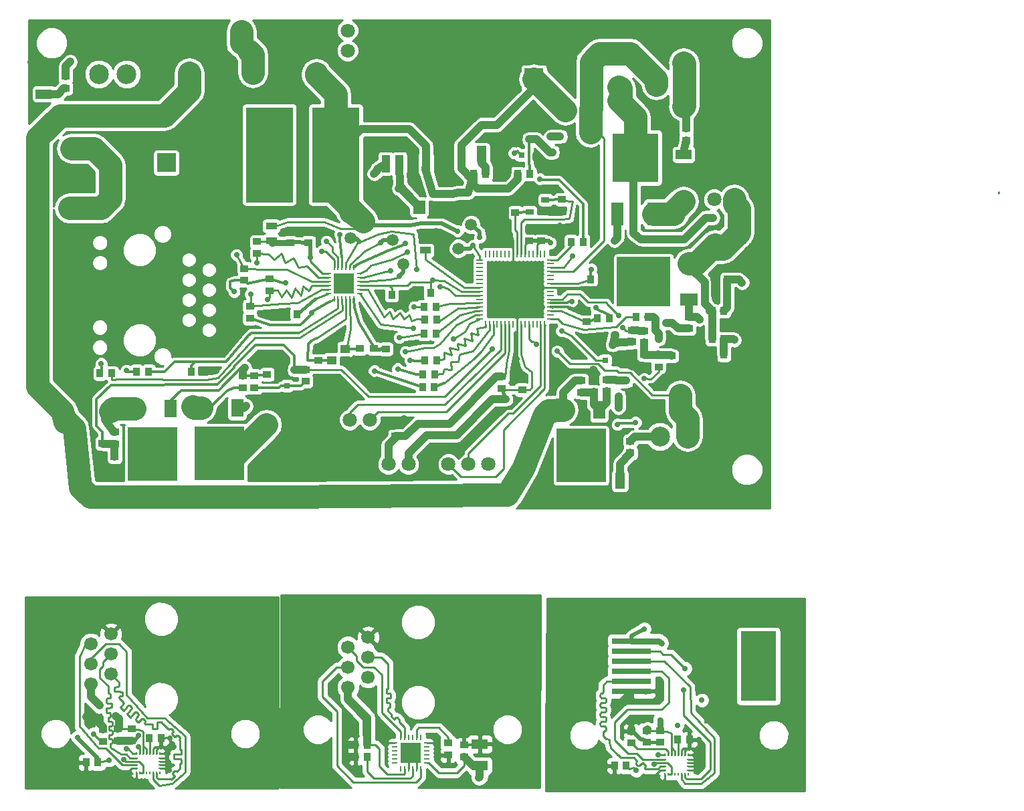
<source format=gtl>
G04 #@! TF.FileFunction,Copper,L1,Top,Signal*
%FSLAX46Y46*%
G04 Gerber Fmt 4.6, Leading zero omitted, Abs format (unit mm)*
G04 Created by KiCad (PCBNEW 4.0.6-e0-6349~53~ubuntu16.04.1) date Sun May 21 20:45:15 2017*
%MOMM*%
%LPD*%
G01*
G04 APERTURE LIST*
%ADD10C,0.150000*%
%ADD11C,0.600000*%
%ADD12R,1.000760X0.899160*%
%ADD13R,0.899160X1.000760*%
%ADD14R,1.397000X0.889000*%
%ADD15C,1.800000*%
%ADD16R,6.000000X12.000000*%
%ADD17R,2.499360X2.499360*%
%ADD18O,0.248920X0.800100*%
%ADD19O,0.800100X0.248920*%
%ADD20R,0.250000X0.850000*%
%ADD21R,0.850000X0.250000*%
%ADD22R,7.150000X7.150000*%
%ADD23C,0.780000*%
%ADD24R,10.800000X1.910000*%
%ADD25R,1.070000X2.160000*%
%ADD26R,8.330000X6.990000*%
%ADD27R,1.200000X1.100000*%
%ADD28R,1.000000X0.800000*%
%ADD29R,1.501140X1.000760*%
%ADD30R,1.549400X1.000760*%
%ADD31R,1.520000X1.680000*%
%ADD32R,1.000760X1.501140*%
%ADD33R,1.000760X1.549400*%
%ADD34R,1.250000X2.000000*%
%ADD35R,2.000000X1.250000*%
%ADD36C,1.500000*%
%ADD37R,1.000000X0.900000*%
%ADD38R,2.400000X2.400000*%
%ADD39C,2.400000*%
%ADD40R,0.900000X1.000000*%
%ADD41R,1.500000X2.300000*%
%ADD42R,6.230000X6.740000*%
%ADD43C,0.500000*%
%ADD44R,1.600000X3.000000*%
%ADD45R,5.800000X6.200000*%
%ADD46R,2.300000X1.500000*%
%ADD47R,6.740000X6.230000*%
%ADD48C,2.500000*%
%ADD49R,0.800100X0.800100*%
%ADD50R,0.250000X0.350000*%
%ADD51R,0.350000X0.250000*%
%ADD52C,1.700000*%
%ADD53R,5.000000X0.760000*%
%ADD54R,4.500000X8.800000*%
%ADD55C,0.700000*%
%ADD56C,0.250000*%
%ADD57C,0.300000*%
%ADD58C,0.800000*%
%ADD59C,0.500000*%
%ADD60C,0.700000*%
%ADD61C,0.400000*%
%ADD62C,1.000000*%
%ADD63C,3.000000*%
%ADD64C,0.350000*%
%ADD65C,0.600000*%
%ADD66C,0.200000*%
%ADD67C,0.254000*%
G04 APERTURE END LIST*
D10*
D11*
X177500000Y-81000000D03*
X177500000Y-82500000D03*
X177500000Y-84000000D03*
X174500000Y-84000000D03*
X175500000Y-85500000D03*
X174500000Y-85500000D03*
X175500000Y-84000000D03*
X176500000Y-84000000D03*
X176500000Y-82500000D03*
X164000000Y-69000000D03*
X163000000Y-67500000D03*
X162000000Y-66500000D03*
X155500000Y-68000000D03*
X154500000Y-67000000D03*
X153500000Y-66000000D03*
X152500000Y-65000000D03*
X154200000Y-63000000D03*
X155700000Y-63000000D03*
X151200000Y-61000000D03*
X152700000Y-61000000D03*
X155700000Y-61000000D03*
X154200000Y-61000000D03*
X148200000Y-61000000D03*
X149700000Y-61000000D03*
X146700000Y-61000000D03*
X145200000Y-61000000D03*
X143700000Y-61500000D03*
X142200000Y-61500000D03*
X142200000Y-63500000D03*
X143700000Y-63500000D03*
X141200000Y-67500000D03*
X142700000Y-67500000D03*
X144200000Y-65500000D03*
X142700000Y-65500000D03*
X141200000Y-65500000D03*
X144200000Y-67500000D03*
X118200000Y-60000000D03*
X121200000Y-60000000D03*
X119700000Y-60000000D03*
X119200000Y-65500000D03*
X120700000Y-65500000D03*
X117700000Y-65500000D03*
X116200000Y-65500000D03*
X114700000Y-65500000D03*
X113200000Y-65000000D03*
X111700000Y-65000000D03*
X110200000Y-65000000D03*
X110200000Y-60000000D03*
X108700000Y-60000000D03*
X104200000Y-60000000D03*
X105700000Y-60000000D03*
X107200000Y-60000000D03*
X113200000Y-71000000D03*
X113200000Y-69000000D03*
X110200000Y-67000000D03*
X111700000Y-67000000D03*
X113200000Y-67000000D03*
X111700000Y-69000000D03*
X110200000Y-69000000D03*
X108700000Y-69000000D03*
X112200000Y-73000000D03*
X112200000Y-75000000D03*
X108700000Y-71000000D03*
X110200000Y-71000000D03*
X107200000Y-71000000D03*
X105700000Y-71000000D03*
X111700000Y-71000000D03*
X110700000Y-81500000D03*
X112200000Y-81500000D03*
X112200000Y-79500000D03*
X112200000Y-77500000D03*
X106200000Y-79500000D03*
X107700000Y-79500000D03*
X106200000Y-77500000D03*
X107700000Y-77500000D03*
X110700000Y-77500000D03*
X109200000Y-77500000D03*
X110700000Y-79500000D03*
X109200000Y-79500000D03*
X103200000Y-79500000D03*
X104700000Y-79500000D03*
X103200000Y-77500000D03*
X104700000Y-77500000D03*
X101700000Y-77500000D03*
X101700000Y-75500000D03*
X100200000Y-77500000D03*
X100200000Y-75500000D03*
X107500000Y-65000000D03*
X103000000Y-68000000D03*
X104500000Y-68000000D03*
X105500000Y-67000000D03*
X126000000Y-70000000D03*
X126000000Y-68000000D03*
X126000000Y-66000000D03*
X112700000Y-83000000D03*
X114200000Y-83000000D03*
X101700000Y-79500000D03*
X100200000Y-79500000D03*
X101700000Y-81500000D03*
X100200000Y-81500000D03*
X179200000Y-117000000D03*
X177700000Y-117000000D03*
X176200000Y-117000000D03*
X173200000Y-117000000D03*
X174700000Y-117000000D03*
X173200000Y-115000000D03*
X173200000Y-113000000D03*
X174700000Y-113000000D03*
X174700000Y-115000000D03*
X174700000Y-110500000D03*
X174700000Y-106500000D03*
X174700000Y-108500000D03*
X173200000Y-108500000D03*
X173200000Y-106500000D03*
X173200000Y-110500000D03*
X176200000Y-100000000D03*
X176200000Y-102000000D03*
X176200000Y-110500000D03*
X176200000Y-106500000D03*
X176200000Y-108500000D03*
X176200000Y-104500000D03*
X177700000Y-104500000D03*
X177700000Y-108500000D03*
X177700000Y-106500000D03*
X177700000Y-110500000D03*
X177700000Y-102000000D03*
X177700000Y-100000000D03*
X179200000Y-90000000D03*
X179200000Y-92000000D03*
X179200000Y-96000000D03*
X179200000Y-94000000D03*
X179200000Y-100000000D03*
X179200000Y-102000000D03*
X179200000Y-98000000D03*
X179200000Y-110500000D03*
X179200000Y-106500000D03*
X179200000Y-108500000D03*
X179200000Y-104500000D03*
X179200000Y-77500000D03*
X179200000Y-81500000D03*
X179200000Y-79500000D03*
X179200000Y-85500000D03*
X179200000Y-87500000D03*
X179200000Y-83500000D03*
X179200000Y-71000000D03*
X177700000Y-71000000D03*
X179200000Y-75000000D03*
X179200000Y-73000000D03*
X177700000Y-73000000D03*
X177700000Y-67000000D03*
X179200000Y-67000000D03*
X179200000Y-69000000D03*
X177700000Y-69000000D03*
X177700000Y-65000000D03*
X179200000Y-65000000D03*
X179200000Y-63000000D03*
D12*
X132300000Y-99251840D03*
X132300000Y-97748160D03*
X130800000Y-99201840D03*
X130800000Y-97698160D03*
X129000000Y-99201840D03*
X129000000Y-97698160D03*
X123750000Y-99201840D03*
X123750000Y-97698160D03*
X122500000Y-82748160D03*
X122500000Y-84251840D03*
X133500000Y-107268160D03*
X133500000Y-108771840D03*
X149550000Y-101398160D03*
X149550000Y-102901840D03*
X157750000Y-92798160D03*
X157750000Y-94301840D03*
D13*
X136448160Y-90600000D03*
X137951840Y-90600000D03*
X159751840Y-88900000D03*
X158248160Y-88900000D03*
D14*
X137300000Y-85252500D03*
X137300000Y-83347500D03*
D12*
X120200000Y-82748160D03*
X120200000Y-84251840D03*
D13*
X134551840Y-90900000D03*
X133048160Y-90900000D03*
D12*
X152000000Y-82548160D03*
X152000000Y-84051840D03*
X148675000Y-78948160D03*
X148675000Y-80451840D03*
X154600000Y-80301840D03*
X154600000Y-78798160D03*
X150400000Y-82548160D03*
X150400000Y-84051840D03*
D14*
X117800000Y-82147500D03*
X117800000Y-84052500D03*
D15*
X142759680Y-112320000D03*
X145299680Y-112320000D03*
X132620000Y-112320000D03*
X135160000Y-112320000D03*
X140229840Y-112320000D03*
X137689840Y-112320000D03*
D16*
X125950000Y-73150000D03*
X117550000Y-73150000D03*
D17*
X127010000Y-89430000D03*
D18*
X125760320Y-91428980D03*
X126260700Y-91428980D03*
X126761080Y-91428980D03*
X127258920Y-91428980D03*
X127759300Y-91428980D03*
X128259680Y-91428980D03*
D19*
X129008980Y-90679680D03*
X129008980Y-90179300D03*
X129008980Y-89678920D03*
X129008980Y-89181080D03*
X129008980Y-88680700D03*
X129008980Y-88180320D03*
D18*
X128259680Y-87431020D03*
X127759300Y-87431020D03*
X127258920Y-87431020D03*
X126761080Y-87431020D03*
X126260700Y-87431020D03*
X125760320Y-87431020D03*
D19*
X125011020Y-88180320D03*
X125011020Y-88680700D03*
X125011020Y-89181080D03*
X125011020Y-89678920D03*
X125011020Y-90179300D03*
X125011020Y-90679680D03*
D11*
X127010000Y-89430000D03*
X126248000Y-88668000D03*
X126248000Y-90192000D03*
X127772000Y-88668000D03*
X127772000Y-90192000D03*
D20*
X151910000Y-94640000D03*
X152410000Y-94640000D03*
X148910000Y-94640000D03*
X149410000Y-94640000D03*
X150410000Y-94640000D03*
X149910000Y-94640000D03*
X151410000Y-94640000D03*
X150910000Y-94640000D03*
X146910000Y-94640000D03*
X147410000Y-94640000D03*
X148410000Y-94640000D03*
X147910000Y-94640000D03*
X145910000Y-94640000D03*
X146410000Y-94640000D03*
X145410000Y-94640000D03*
X144910000Y-94640000D03*
D21*
X144210000Y-93940000D03*
X144210000Y-93440000D03*
X144210000Y-92440000D03*
X144210000Y-92940000D03*
X144210000Y-90940000D03*
X144210000Y-90440000D03*
X144210000Y-91440000D03*
X144210000Y-91940000D03*
X144210000Y-87940000D03*
X144210000Y-87440000D03*
X144210000Y-88940000D03*
X144210000Y-88440000D03*
X144210000Y-89440000D03*
X144210000Y-89940000D03*
X144210000Y-86440000D03*
X144210000Y-86940000D03*
D20*
X144910000Y-85740000D03*
X145410000Y-85740000D03*
X146410000Y-85740000D03*
X145910000Y-85740000D03*
X147910000Y-85740000D03*
X148410000Y-85740000D03*
X147410000Y-85740000D03*
X146910000Y-85740000D03*
X150910000Y-85740000D03*
X151410000Y-85740000D03*
X149910000Y-85740000D03*
X150410000Y-85740000D03*
X149410000Y-85740000D03*
X148910000Y-85740000D03*
X152410000Y-85740000D03*
X151910000Y-85740000D03*
D21*
X153110000Y-86940000D03*
X153110000Y-86440000D03*
X153110000Y-89940000D03*
X153110000Y-89440000D03*
X153110000Y-88440000D03*
X153110000Y-88920000D03*
X153110000Y-87440000D03*
X153110000Y-87940000D03*
X153110000Y-91940000D03*
X153110000Y-91440000D03*
X153110000Y-90440000D03*
X153110000Y-90940000D03*
X153110000Y-92940000D03*
X153110000Y-92440000D03*
X153110000Y-93440000D03*
X153110000Y-93940000D03*
D22*
X148660000Y-90190000D03*
D23*
X140200000Y-61260000D03*
X131200000Y-61260000D03*
X138700000Y-65760000D03*
X138700000Y-64260000D03*
X138700000Y-62760000D03*
X138700000Y-61260000D03*
X135700000Y-65760000D03*
X135700000Y-64260000D03*
X135700000Y-62760000D03*
X135700000Y-61260000D03*
X137200000Y-61260000D03*
X137200000Y-62760000D03*
X137200000Y-64260000D03*
X137200000Y-65760000D03*
X134200000Y-65760000D03*
X134200000Y-64260000D03*
X134200000Y-62760000D03*
X134200000Y-61260000D03*
X132700000Y-61260000D03*
X132700000Y-62760000D03*
X132700000Y-64260000D03*
D24*
X135700000Y-61050000D03*
D25*
X137400000Y-74260000D03*
X139100000Y-74260000D03*
X135700000Y-74260000D03*
X134000000Y-74260000D03*
X132300000Y-74260000D03*
D26*
X135700000Y-63585000D03*
D23*
X132700000Y-65760000D03*
D27*
X127150000Y-97750000D03*
X125450000Y-97750000D03*
X127150000Y-99150000D03*
X125450000Y-99150000D03*
D28*
X150500000Y-80350000D03*
X152500000Y-80350000D03*
X150500000Y-78850000D03*
X152500000Y-78850000D03*
D29*
X158185240Y-70286960D03*
D30*
X158175080Y-73213040D03*
D31*
X133130000Y-79770000D03*
X136530000Y-79770000D03*
D32*
X169586960Y-103554760D03*
D33*
X172513040Y-103564920D03*
D34*
X144425000Y-73050000D03*
X147175000Y-73050000D03*
D35*
X88990000Y-65445000D03*
X88990000Y-62695000D03*
X170000000Y-73125000D03*
X170000000Y-75875000D03*
D34*
X161935000Y-114420000D03*
X164685000Y-114420000D03*
D36*
X127800000Y-83700000D03*
X133200000Y-83900000D03*
X134500000Y-87000000D03*
X143100000Y-82000000D03*
X141500000Y-85000000D03*
D12*
X117260000Y-99448160D03*
D37*
X117260000Y-100951840D03*
D38*
X104510000Y-74140000D03*
D39*
X109510000Y-74140000D03*
D38*
X151040000Y-63370000D03*
D39*
X146040000Y-63370000D03*
D12*
X97980000Y-112901840D03*
D37*
X97980000Y-111398160D03*
D12*
X158620000Y-101658160D03*
D37*
X158620000Y-103161840D03*
D12*
X168470000Y-100111840D03*
D37*
X168470000Y-98608160D03*
D13*
X173598160Y-98450000D03*
D40*
X175101840Y-98450000D03*
D13*
X173968160Y-90980000D03*
D40*
X175471840Y-90980000D03*
D15*
X125200000Y-106700000D03*
X127740000Y-106700000D03*
X130280000Y-106700000D03*
X127460000Y-59959840D03*
X127460000Y-57419840D03*
D41*
X159300000Y-105470000D03*
X154740000Y-105470000D03*
D42*
X157020000Y-111220000D03*
D43*
X154520000Y-113720000D03*
X154520000Y-112720000D03*
X154520000Y-111720000D03*
X154520000Y-110720000D03*
X154520000Y-109720000D03*
X154520000Y-108720000D03*
X155520000Y-113720000D03*
X155520000Y-112720000D03*
X155520000Y-111720000D03*
X155520000Y-110720000D03*
X155520000Y-109720000D03*
X155520000Y-108720000D03*
X156520000Y-108720000D03*
X156520000Y-109720000D03*
X156520000Y-110720000D03*
X156520000Y-111720000D03*
X156520000Y-112720000D03*
X156520000Y-113720000D03*
X157520000Y-113720000D03*
X157520000Y-112720000D03*
X157520000Y-111720000D03*
X157520000Y-110720000D03*
X157520000Y-109720000D03*
X157520000Y-108720000D03*
X158520000Y-108720000D03*
X158520000Y-109720000D03*
X158520000Y-110720000D03*
X158520000Y-111720000D03*
X158520000Y-112720000D03*
X158520000Y-113720000D03*
X159520000Y-113720000D03*
X159520000Y-112720000D03*
X159520000Y-111720000D03*
X159520000Y-110720000D03*
X159520000Y-109720000D03*
X159520000Y-108720000D03*
D41*
X105040000Y-105270000D03*
X100480000Y-105270000D03*
D42*
X102760000Y-111020000D03*
D43*
X100260000Y-113520000D03*
X100260000Y-112520000D03*
X100260000Y-111520000D03*
X100260000Y-110520000D03*
X100260000Y-109520000D03*
X100260000Y-108520000D03*
X101260000Y-113520000D03*
X101260000Y-112520000D03*
X101260000Y-111520000D03*
X101260000Y-110520000D03*
X101260000Y-109520000D03*
X101260000Y-108520000D03*
X102260000Y-108520000D03*
X102260000Y-109520000D03*
X102260000Y-110520000D03*
X102260000Y-111520000D03*
X102260000Y-112520000D03*
X102260000Y-113520000D03*
X103260000Y-113520000D03*
X103260000Y-112520000D03*
X103260000Y-111520000D03*
X103260000Y-110520000D03*
X103260000Y-109520000D03*
X103260000Y-108520000D03*
X104260000Y-108520000D03*
X104260000Y-109520000D03*
X104260000Y-110520000D03*
X104260000Y-111520000D03*
X104260000Y-112520000D03*
X104260000Y-113520000D03*
X105260000Y-113520000D03*
X105260000Y-112520000D03*
X105260000Y-111520000D03*
X105260000Y-110520000D03*
X105260000Y-109520000D03*
X105260000Y-108520000D03*
D41*
X113490000Y-105190000D03*
X108930000Y-105190000D03*
D42*
X111210000Y-110940000D03*
D43*
X108710000Y-113440000D03*
X108710000Y-112440000D03*
X108710000Y-111440000D03*
X108710000Y-110440000D03*
X108710000Y-109440000D03*
X108710000Y-108440000D03*
X109710000Y-113440000D03*
X109710000Y-112440000D03*
X109710000Y-111440000D03*
X109710000Y-110440000D03*
X109710000Y-109440000D03*
X109710000Y-108440000D03*
X110710000Y-108440000D03*
X110710000Y-109440000D03*
X110710000Y-110440000D03*
X110710000Y-111440000D03*
X110710000Y-112440000D03*
X110710000Y-113440000D03*
X111710000Y-113440000D03*
X111710000Y-112440000D03*
X111710000Y-111440000D03*
X111710000Y-110440000D03*
X111710000Y-109440000D03*
X111710000Y-108440000D03*
X112710000Y-108440000D03*
X112710000Y-109440000D03*
X112710000Y-110440000D03*
X112710000Y-111440000D03*
X112710000Y-112440000D03*
X112710000Y-113440000D03*
X113710000Y-113440000D03*
X113710000Y-112440000D03*
X113710000Y-111440000D03*
X113710000Y-110440000D03*
X113710000Y-109440000D03*
X113710000Y-108440000D03*
D44*
X161615000Y-80670000D03*
X166185000Y-80670000D03*
D45*
X163900000Y-73490000D03*
D43*
X166400000Y-70980000D03*
X166400000Y-71980000D03*
X166400000Y-72980000D03*
X166400000Y-73980000D03*
X166400000Y-74980000D03*
X166400000Y-75980000D03*
X165400000Y-70980000D03*
X165400000Y-71980000D03*
X165400000Y-72980000D03*
X165400000Y-73980000D03*
X165400000Y-74980000D03*
X165400000Y-75980000D03*
X164400000Y-75980000D03*
X164400000Y-74980000D03*
X164400000Y-73980000D03*
X164400000Y-72980000D03*
X164400000Y-71980000D03*
X164400000Y-70980000D03*
X163400000Y-70980000D03*
X163400000Y-71980000D03*
X163400000Y-72980000D03*
X163400000Y-73980000D03*
X163400000Y-74980000D03*
X163400000Y-75980000D03*
X162400000Y-75980000D03*
X162400000Y-74980000D03*
X162400000Y-73980000D03*
X162400000Y-72980000D03*
X162400000Y-71980000D03*
X162400000Y-70980000D03*
X161400000Y-70980000D03*
X161400000Y-71980000D03*
X161400000Y-72980000D03*
X161400000Y-73980000D03*
X161400000Y-74980000D03*
X161400000Y-75980000D03*
D46*
X170690000Y-91490000D03*
X170690000Y-86930000D03*
D47*
X164940000Y-89210000D03*
D43*
X162440000Y-86710000D03*
X163440000Y-86710000D03*
X164440000Y-86710000D03*
X165440000Y-86710000D03*
X166440000Y-86710000D03*
X167440000Y-86710000D03*
X162440000Y-87710000D03*
X163440000Y-87710000D03*
X164440000Y-87710000D03*
X165440000Y-87710000D03*
X166440000Y-87710000D03*
X167440000Y-87710000D03*
X167440000Y-88710000D03*
X166440000Y-88710000D03*
X165440000Y-88710000D03*
X164440000Y-88710000D03*
X163440000Y-88710000D03*
X162440000Y-88710000D03*
X162440000Y-89710000D03*
X163440000Y-89710000D03*
X164440000Y-89710000D03*
X165440000Y-89710000D03*
X166440000Y-89710000D03*
X167440000Y-89710000D03*
X167440000Y-90710000D03*
X166440000Y-90710000D03*
X165440000Y-90710000D03*
X164440000Y-90710000D03*
X163440000Y-90710000D03*
X162440000Y-90710000D03*
X162440000Y-91710000D03*
X163440000Y-91710000D03*
X164440000Y-91710000D03*
X165440000Y-91710000D03*
X166440000Y-91710000D03*
X167440000Y-91710000D03*
D15*
X127729840Y-112590000D03*
X125189840Y-112590000D03*
X173850160Y-78790000D03*
X176390160Y-78790000D03*
D48*
X158269940Y-64520000D03*
X161770060Y-64520000D03*
X166559940Y-64320000D03*
X170060060Y-64320000D03*
X120700060Y-107290000D03*
X117199940Y-107290000D03*
X92510000Y-75820060D03*
X92510000Y-72319940D03*
X119999940Y-62850000D03*
X123500060Y-62850000D03*
X111949940Y-62800000D03*
X115450060Y-62800000D03*
X103949940Y-62750000D03*
X107450060Y-62750000D03*
X95979940Y-62920000D03*
X99480060Y-62920000D03*
X170490060Y-108850000D03*
X166989940Y-108850000D03*
D13*
X157271840Y-84160000D03*
X155768160Y-84160000D03*
X165511840Y-93680000D03*
X164008160Y-93680000D03*
D12*
X115660000Y-102631840D03*
X115660000Y-101128160D03*
D13*
X173968160Y-88960000D03*
X175471840Y-88960000D03*
X175101840Y-92900000D03*
X173598160Y-92900000D03*
X150511840Y-75550000D03*
X149008160Y-75550000D03*
D12*
X170670000Y-95141840D03*
X170670000Y-93638160D03*
X163260000Y-110901840D03*
X163260000Y-109398160D03*
X170320000Y-71301840D03*
X170320000Y-69798160D03*
X91750000Y-64731840D03*
X91750000Y-63228160D03*
D13*
X175101840Y-96470000D03*
X173598160Y-96470000D03*
D12*
X165010000Y-96921840D03*
X165010000Y-95418160D03*
X165020000Y-99951840D03*
X165020000Y-98448160D03*
X166830000Y-98488160D03*
X166830000Y-99991840D03*
D13*
X144951840Y-75600000D03*
X143448160Y-75600000D03*
D12*
X160230000Y-101598160D03*
X160230000Y-103101840D03*
X157020000Y-103211840D03*
X157020000Y-101708160D03*
X114160000Y-101138160D03*
X114160000Y-102641840D03*
D13*
X175101840Y-94680000D03*
X173598160Y-94680000D03*
D12*
X96430000Y-111211840D03*
X96430000Y-109708160D03*
X98030000Y-109751840D03*
X98030000Y-108248160D03*
X122150000Y-101831840D03*
X122150000Y-100328160D03*
X163500000Y-96851840D03*
X163500000Y-95348160D03*
D13*
X109151840Y-100600000D03*
X107648160Y-100600000D03*
X102261840Y-100580000D03*
X100758160Y-100580000D03*
D12*
X147000000Y-101248160D03*
X147000000Y-102751840D03*
D13*
X96118160Y-100830000D03*
X97621840Y-100830000D03*
D12*
X114400000Y-87548160D03*
X114400000Y-89051840D03*
X116000000Y-85651840D03*
X116000000Y-84148160D03*
X115100000Y-92348160D03*
X115100000Y-93851840D03*
X117600000Y-90351840D03*
X117600000Y-88848160D03*
D13*
X138651840Y-95800000D03*
X137148160Y-95800000D03*
X138751840Y-94000000D03*
X137248160Y-94000000D03*
X138651840Y-92400000D03*
X137148160Y-92400000D03*
X159098160Y-93830000D03*
X160601840Y-93830000D03*
X119548160Y-93300000D03*
X121051840Y-93300000D03*
X138451840Y-102600000D03*
X136948160Y-102600000D03*
X138501840Y-101000000D03*
X136998160Y-101000000D03*
X138751840Y-99150000D03*
X137248160Y-99150000D03*
D49*
X166850000Y-96440000D03*
X168750000Y-96440000D03*
X167800000Y-94440000D03*
X153420000Y-72830000D03*
X155320000Y-72830000D03*
X154370000Y-70830000D03*
X149480000Y-73170000D03*
X151380000Y-73170000D03*
X150430000Y-71170000D03*
X120720000Y-100380000D03*
X118820000Y-100380000D03*
X119770000Y-102380000D03*
X161800000Y-103760000D03*
X163700000Y-103760000D03*
X162750000Y-101760000D03*
X160050000Y-99200000D03*
X161950000Y-99200000D03*
X161000000Y-97200000D03*
D11*
X177700000Y-63000000D03*
X125000000Y-64500000D03*
X170000000Y-62000000D03*
X98500000Y-105500000D03*
X106500000Y-66000000D03*
X176500000Y-81000000D03*
X116100000Y-142700000D03*
X115100000Y-142700000D03*
X114100000Y-142700000D03*
X113100000Y-142700000D03*
X116100000Y-141700000D03*
X115100000Y-141700000D03*
X114100000Y-141700000D03*
X113100000Y-141700000D03*
X116100000Y-140700000D03*
X115100000Y-140700000D03*
X114100000Y-140700000D03*
X113100000Y-140700000D03*
X116100000Y-139700000D03*
X115100000Y-139700000D03*
X114100000Y-139700000D03*
X113100000Y-139700000D03*
X100900000Y-140900000D03*
X100900000Y-139800000D03*
X107000000Y-142800000D03*
X107000000Y-141700000D03*
X107000000Y-140700000D03*
X107000000Y-139700000D03*
X106000000Y-143700000D03*
X107000000Y-143700000D03*
X106000000Y-144700000D03*
X107000000Y-144700000D03*
X93100000Y-149700000D03*
X93100000Y-150700000D03*
X93100000Y-148600000D03*
D50*
X103705000Y-148975000D03*
X100695000Y-148950000D03*
X103705000Y-151425000D03*
X100695000Y-151425000D03*
X102415000Y-151425000D03*
X103275000Y-151425000D03*
X102845000Y-151425000D03*
X103275000Y-148975000D03*
D51*
X103675000Y-150845000D03*
X103675000Y-150415000D03*
D50*
X102415000Y-148975000D03*
X102845000Y-148975000D03*
X101125000Y-148950000D03*
D51*
X100725000Y-150845000D03*
X100725000Y-149555000D03*
D50*
X101555000Y-148975000D03*
D51*
X100725000Y-149985000D03*
X100725000Y-150415000D03*
X103675000Y-149555000D03*
X103675000Y-149985000D03*
D50*
X101985000Y-148975000D03*
X101555000Y-151425000D03*
X101985000Y-151425000D03*
X101125000Y-151425000D03*
D13*
X103851840Y-147000000D03*
D40*
X102348160Y-147000000D03*
D12*
X100100000Y-147351840D03*
D37*
X100100000Y-145848160D03*
D12*
X96500000Y-145948160D03*
D37*
X96500000Y-147451840D03*
D52*
X94960000Y-140175000D03*
X94960000Y-137635000D03*
X94960000Y-135095000D03*
X97500000Y-136365000D03*
X97500000Y-133825000D03*
X97500000Y-138905000D03*
D13*
X94348160Y-150100000D03*
D40*
X95851840Y-150100000D03*
D12*
X98400000Y-147351840D03*
D37*
X98400000Y-145848160D03*
D11*
X87800000Y-129500000D03*
X88800000Y-129500000D03*
X89800000Y-129500000D03*
X90800000Y-129500000D03*
X87800000Y-130500000D03*
X88800000Y-130500000D03*
X89800000Y-130500000D03*
X87800000Y-131500000D03*
X88800000Y-131500000D03*
X87800000Y-132500000D03*
X88800000Y-132500000D03*
X87900000Y-140700000D03*
X87900000Y-141700000D03*
X87900000Y-142700000D03*
X87900000Y-143700000D03*
X87900000Y-144700000D03*
X87900000Y-145700000D03*
X87900000Y-146700000D03*
X87900000Y-147700000D03*
X87900000Y-148700000D03*
X87900000Y-149700000D03*
X87900000Y-150700000D03*
X91100000Y-141700000D03*
X90100000Y-140700000D03*
X89000000Y-148700000D03*
X89000000Y-142700000D03*
X89100000Y-140700000D03*
X91000000Y-139600000D03*
X90000000Y-142700000D03*
X91100000Y-142700000D03*
X91000000Y-140800000D03*
X90100000Y-139600000D03*
X108000000Y-147700000D03*
X109000000Y-147700000D03*
X110000000Y-147700000D03*
X111000000Y-147700000D03*
X112000000Y-147700000D03*
X108000000Y-148700000D03*
X109000000Y-148700000D03*
X110000000Y-148700000D03*
X111000000Y-148700000D03*
X112000000Y-148700000D03*
X108000000Y-149800000D03*
X109000000Y-149800000D03*
X110000000Y-149800000D03*
X111000000Y-149700000D03*
X112000000Y-149700000D03*
X108000000Y-150800000D03*
X109000000Y-150800000D03*
X110000000Y-150800000D03*
X111000000Y-150700000D03*
X112000000Y-150700000D03*
X89800000Y-137700000D03*
X88800000Y-137700000D03*
X87800000Y-137700000D03*
X89800000Y-136700000D03*
X88800000Y-136700000D03*
X87800000Y-136700000D03*
X89800000Y-135700000D03*
X88800000Y-135700000D03*
X87800000Y-135700000D03*
X89800000Y-134700000D03*
X88800000Y-134700000D03*
X87800000Y-134700000D03*
X89800000Y-133700000D03*
X88800000Y-133700000D03*
X87800000Y-133700000D03*
X89800000Y-132500000D03*
X89800000Y-131500000D03*
X90800000Y-131500000D03*
X90800000Y-132500000D03*
X90800000Y-133700000D03*
X90800000Y-134700000D03*
X90800000Y-135700000D03*
X90800000Y-136700000D03*
X90800000Y-137700000D03*
X90800000Y-130500000D03*
X93800000Y-130500000D03*
X93800000Y-132500000D03*
X93800000Y-131500000D03*
X92800000Y-131500000D03*
X92800000Y-132500000D03*
X91800000Y-132500000D03*
X91800000Y-131500000D03*
X92800000Y-130500000D03*
X91800000Y-130500000D03*
X93800000Y-129500000D03*
X92800000Y-129500000D03*
X91800000Y-129500000D03*
X87900000Y-139800000D03*
X87900000Y-138800000D03*
X89100000Y-141700000D03*
X88900000Y-138800000D03*
X90100000Y-143700000D03*
X90000000Y-141700000D03*
X89000000Y-144700000D03*
X89000000Y-143700000D03*
X91100000Y-143700000D03*
X89200000Y-139600000D03*
X90100000Y-138800000D03*
X91100000Y-148600000D03*
X90100000Y-148600000D03*
X92100000Y-148600000D03*
X92100000Y-150700000D03*
X91100000Y-150700000D03*
X90100000Y-150700000D03*
X92100000Y-149700000D03*
X91100000Y-149700000D03*
X90100000Y-149700000D03*
X89000000Y-150700000D03*
X89000000Y-149700000D03*
X89000000Y-151800000D03*
X89000000Y-152800000D03*
X90100000Y-151800000D03*
X91100000Y-151800000D03*
X92100000Y-151800000D03*
X90100000Y-152800000D03*
X91100000Y-152800000D03*
X92100000Y-152800000D03*
X97200000Y-152800000D03*
X97200000Y-151800000D03*
X87900000Y-152800000D03*
X87900000Y-151800000D03*
X98200000Y-151800000D03*
X98200000Y-152800000D03*
X99200000Y-152800000D03*
X112000000Y-152800000D03*
X111000000Y-152800000D03*
X110000000Y-152900000D03*
X109000000Y-152900000D03*
X108000000Y-152900000D03*
X112000000Y-151800000D03*
X111000000Y-151800000D03*
X110000000Y-151900000D03*
X109000000Y-151900000D03*
X108000000Y-151900000D03*
X113100000Y-151800000D03*
X114100000Y-151800000D03*
X115100000Y-151800000D03*
X113100000Y-152800000D03*
X114100000Y-152800000D03*
X115100000Y-152800000D03*
X115100000Y-150700000D03*
X114100000Y-150700000D03*
X113100000Y-150700000D03*
X115100000Y-149700000D03*
X114100000Y-149700000D03*
X113100000Y-149700000D03*
X115100000Y-148700000D03*
X114100000Y-148700000D03*
X113100000Y-148700000D03*
X114100000Y-143700000D03*
X115100000Y-143700000D03*
X113100000Y-144700000D03*
X112000000Y-146700000D03*
X111000000Y-146700000D03*
X110000000Y-146700000D03*
X109000000Y-146700000D03*
X108000000Y-146700000D03*
X112000000Y-145700000D03*
X111000000Y-145700000D03*
X110000000Y-145700000D03*
X109000000Y-145700000D03*
X108000000Y-145700000D03*
X112000000Y-144700000D03*
X111000000Y-144700000D03*
X110000000Y-144700000D03*
X109000000Y-144700000D03*
X108000000Y-144700000D03*
X113100000Y-143800000D03*
X112000000Y-143700000D03*
X111000000Y-143700000D03*
X110000000Y-143700000D03*
X109000000Y-143700000D03*
X108000000Y-143700000D03*
X116100000Y-143800000D03*
X118100000Y-146700000D03*
X117100000Y-146700000D03*
X118100000Y-145700000D03*
X117100000Y-145700000D03*
X118100000Y-144700000D03*
X117100000Y-144700000D03*
X116100000Y-144700000D03*
X118100000Y-143800000D03*
X117100000Y-143800000D03*
X117100000Y-147700000D03*
X118100000Y-147700000D03*
X116100000Y-148700000D03*
X117100000Y-148700000D03*
X118100000Y-148700000D03*
X116100000Y-149700000D03*
X117100000Y-149700000D03*
X118100000Y-149700000D03*
X116100000Y-150700000D03*
X117100000Y-150700000D03*
X118100000Y-150700000D03*
X118100000Y-152800000D03*
X117100000Y-152800000D03*
X116100000Y-152800000D03*
X118100000Y-151800000D03*
X117100000Y-151800000D03*
X116100000Y-151800000D03*
X108000000Y-139700000D03*
X109000000Y-139700000D03*
X110000000Y-139700000D03*
X111000000Y-139700000D03*
X112000000Y-139700000D03*
X108000000Y-140700000D03*
X109000000Y-140700000D03*
X110000000Y-140700000D03*
X111000000Y-140700000D03*
X112000000Y-140700000D03*
X108000000Y-141700000D03*
X109000000Y-141700000D03*
X110000000Y-141700000D03*
X111000000Y-141700000D03*
X112000000Y-141700000D03*
X108000000Y-142700000D03*
X109000000Y-142700000D03*
X110000000Y-142700000D03*
X111000000Y-142700000D03*
X112000000Y-142700000D03*
X116100000Y-133500000D03*
X116100000Y-137600000D03*
X117100000Y-137600000D03*
X118100000Y-137600000D03*
X116100000Y-138600000D03*
X117100000Y-138600000D03*
X118100000Y-138600000D03*
X118100000Y-136500000D03*
X117100000Y-136500000D03*
X116100000Y-136500000D03*
X118100000Y-135500000D03*
X117100000Y-135500000D03*
X116100000Y-135500000D03*
X118100000Y-134500000D03*
X117100000Y-134500000D03*
X116100000Y-134500000D03*
X118100000Y-133500000D03*
X117100000Y-133500000D03*
X117100000Y-129500000D03*
X118100000Y-129500000D03*
X116100000Y-130500000D03*
X117100000Y-130500000D03*
X118100000Y-130500000D03*
X116100000Y-131500000D03*
X117100000Y-131500000D03*
X118100000Y-131500000D03*
X116100000Y-132500000D03*
X117100000Y-132500000D03*
X118100000Y-132500000D03*
X116100000Y-129500000D03*
X108000000Y-129500000D03*
X109000000Y-129500000D03*
X110000000Y-129500000D03*
X111000000Y-129500000D03*
X112000000Y-129500000D03*
X113100000Y-129500000D03*
X108000000Y-130500000D03*
X109000000Y-130500000D03*
X110000000Y-130500000D03*
X111000000Y-130500000D03*
X112000000Y-130500000D03*
X108000000Y-131500000D03*
X109000000Y-131500000D03*
X110000000Y-131500000D03*
X111000000Y-131500000D03*
X112000000Y-131500000D03*
X108000000Y-132500000D03*
X109000000Y-132500000D03*
X110000000Y-132500000D03*
X111000000Y-132500000D03*
X112000000Y-132500000D03*
X115100000Y-132500000D03*
X114100000Y-132500000D03*
X113100000Y-132500000D03*
X115100000Y-131500000D03*
X114100000Y-131500000D03*
X113100000Y-131500000D03*
X115100000Y-130500000D03*
X114100000Y-130500000D03*
X113100000Y-130500000D03*
X115100000Y-129500000D03*
X114100000Y-129500000D03*
X114100000Y-133500000D03*
X115100000Y-133500000D03*
X113100000Y-134500000D03*
X114100000Y-134500000D03*
X115100000Y-134500000D03*
X113100000Y-135500000D03*
X114100000Y-135500000D03*
X115100000Y-135500000D03*
X113100000Y-136500000D03*
X114100000Y-136500000D03*
X115100000Y-136500000D03*
X115100000Y-138600000D03*
X114100000Y-138600000D03*
X113100000Y-138600000D03*
X115100000Y-137600000D03*
X114100000Y-137600000D03*
X113100000Y-137600000D03*
X108000000Y-137600000D03*
X109000000Y-137600000D03*
X110000000Y-137600000D03*
X111000000Y-137600000D03*
X112000000Y-137600000D03*
X108000000Y-138600000D03*
X109000000Y-138600000D03*
X110000000Y-138600000D03*
X111000000Y-138600000D03*
X112000000Y-138600000D03*
X112000000Y-136500000D03*
X111000000Y-136500000D03*
X110000000Y-136500000D03*
X109000000Y-136500000D03*
X108000000Y-136500000D03*
X112000000Y-135500000D03*
X111000000Y-135500000D03*
X110000000Y-135500000D03*
X109000000Y-135500000D03*
X108000000Y-135500000D03*
X112000000Y-134500000D03*
X111000000Y-134500000D03*
X110000000Y-134500000D03*
X109000000Y-134500000D03*
X108000000Y-134500000D03*
X113100000Y-133500000D03*
X112000000Y-133500000D03*
X111000000Y-133500000D03*
X110000000Y-133500000D03*
X109000000Y-133500000D03*
X108000000Y-133500000D03*
X97800000Y-129500000D03*
X98800000Y-129500000D03*
X99800000Y-129500000D03*
X97800000Y-130500000D03*
X98800000Y-130500000D03*
X97800000Y-131500000D03*
X98800000Y-131500000D03*
X99800000Y-131500000D03*
X99800000Y-130500000D03*
X96800000Y-130500000D03*
X96800000Y-131500000D03*
X95800000Y-131500000D03*
X94800000Y-131500000D03*
X95800000Y-130500000D03*
X94800000Y-130500000D03*
X96800000Y-129500000D03*
X95800000Y-129500000D03*
X94800000Y-129500000D03*
X100900000Y-134500000D03*
X101900000Y-134500000D03*
X102900000Y-134500000D03*
X103900000Y-134500000D03*
X104900000Y-134500000D03*
X100900000Y-135500000D03*
X101900000Y-135500000D03*
X102900000Y-135500000D03*
X103900000Y-135500000D03*
X104900000Y-135500000D03*
X100900000Y-136500000D03*
X101900000Y-136500000D03*
X102900000Y-136500000D03*
X103900000Y-136500000D03*
X104900000Y-136500000D03*
X104900000Y-138600000D03*
X103900000Y-138600000D03*
X102900000Y-138600000D03*
X101900000Y-138600000D03*
X100900000Y-138600000D03*
X104900000Y-137600000D03*
X103900000Y-137600000D03*
X102900000Y-137600000D03*
X101900000Y-137600000D03*
X100900000Y-137600000D03*
X106000000Y-137600000D03*
X107000000Y-137600000D03*
X106000000Y-138600000D03*
X107000000Y-138600000D03*
X107000000Y-136500000D03*
X106000000Y-136500000D03*
X107000000Y-135500000D03*
X106000000Y-135500000D03*
X107000000Y-134500000D03*
X106000000Y-134500000D03*
X117100000Y-139700000D03*
X118100000Y-139700000D03*
X118100000Y-141800000D03*
X117100000Y-141800000D03*
X118100000Y-140800000D03*
X117100000Y-140800000D03*
X117100000Y-142800000D03*
X118100000Y-142800000D03*
X93100000Y-151800000D03*
X94100000Y-151800000D03*
X95100000Y-151800000D03*
X96100000Y-151800000D03*
X93100000Y-152800000D03*
X94100000Y-152800000D03*
X95100000Y-152800000D03*
X96100000Y-152800000D03*
D53*
X163400000Y-134725000D03*
X163400000Y-137265000D03*
X163400000Y-139805000D03*
X163400000Y-138535000D03*
X163400000Y-141075000D03*
X163400000Y-135995000D03*
D54*
X179450000Y-137900000D03*
D11*
X183000000Y-142900000D03*
X183000000Y-141900000D03*
X183000000Y-140900000D03*
X183000000Y-139900000D03*
X172900000Y-143900000D03*
X173900000Y-143900000D03*
X172900000Y-144900000D03*
X173900000Y-144900000D03*
X160000000Y-149900000D03*
X160000000Y-150900000D03*
X160000000Y-148800000D03*
D50*
X170605000Y-149175000D03*
X167595000Y-149150000D03*
X170605000Y-151625000D03*
X167595000Y-151625000D03*
X169315000Y-151625000D03*
X170175000Y-151625000D03*
X169745000Y-151625000D03*
X170175000Y-149175000D03*
D51*
X170575000Y-151045000D03*
X170575000Y-150615000D03*
D50*
X169315000Y-149175000D03*
X169745000Y-149175000D03*
X168025000Y-149150000D03*
D51*
X167625000Y-151045000D03*
X167625000Y-149755000D03*
D50*
X168455000Y-149175000D03*
D51*
X167625000Y-150185000D03*
X167625000Y-150615000D03*
X170575000Y-149755000D03*
X170575000Y-150185000D03*
D50*
X168885000Y-149175000D03*
X168455000Y-151625000D03*
X168885000Y-151625000D03*
X168025000Y-151625000D03*
D13*
X170751840Y-147200000D03*
D40*
X169248160Y-147200000D03*
D12*
X167000000Y-147551840D03*
D37*
X167000000Y-146048160D03*
D12*
X163400000Y-146148160D03*
D37*
X163400000Y-147651840D03*
D13*
X161248160Y-150500000D03*
D40*
X162751840Y-150500000D03*
D12*
X165300000Y-147551840D03*
D37*
X165300000Y-146048160D03*
D11*
X153700000Y-129700000D03*
X154700000Y-129700000D03*
X155700000Y-129700000D03*
X156700000Y-129700000D03*
X157700000Y-129700000D03*
X153700000Y-130700000D03*
X154700000Y-130700000D03*
X155700000Y-130700000D03*
X156700000Y-130700000D03*
X153700000Y-131700000D03*
X154700000Y-131700000D03*
X155700000Y-131700000D03*
X153700000Y-132700000D03*
X154700000Y-132700000D03*
X155700000Y-132700000D03*
X153700000Y-137900000D03*
X153700000Y-136900000D03*
X153700000Y-135900000D03*
X153700000Y-134900000D03*
X153700000Y-133900000D03*
X153700000Y-138900000D03*
X153700000Y-139900000D03*
X153700000Y-140900000D03*
X153700000Y-141900000D03*
X153700000Y-142900000D03*
X153700000Y-143900000D03*
X153700000Y-144900000D03*
X153700000Y-145900000D03*
X153700000Y-146900000D03*
X153700000Y-147900000D03*
X153700000Y-148900000D03*
X153700000Y-149900000D03*
X153700000Y-150900000D03*
X154800000Y-140900000D03*
X154800000Y-141900000D03*
X154800000Y-142900000D03*
X154800000Y-143900000D03*
X154800000Y-144900000D03*
X154800000Y-145900000D03*
X154800000Y-146900000D03*
X154800000Y-147900000D03*
X154800000Y-148900000D03*
X154800000Y-149900000D03*
X154800000Y-150900000D03*
X158000000Y-141900000D03*
X157000000Y-140900000D03*
X155900000Y-148900000D03*
X155900000Y-142900000D03*
X156000000Y-140900000D03*
X157900000Y-139800000D03*
X156900000Y-142900000D03*
X158000000Y-142900000D03*
X157900000Y-141000000D03*
X157000000Y-139800000D03*
X174900000Y-147900000D03*
X175900000Y-147900000D03*
X176900000Y-147900000D03*
X177900000Y-147900000D03*
X178900000Y-147900000D03*
X174900000Y-148900000D03*
X175900000Y-148900000D03*
X176900000Y-148900000D03*
X177900000Y-148900000D03*
X178900000Y-148900000D03*
X174900000Y-150000000D03*
X175900000Y-150000000D03*
X176900000Y-150000000D03*
X177900000Y-149900000D03*
X178900000Y-149900000D03*
X174900000Y-151000000D03*
X175900000Y-151000000D03*
X176900000Y-151000000D03*
X177900000Y-150900000D03*
X178900000Y-150900000D03*
X156700000Y-137900000D03*
X155700000Y-137900000D03*
X154700000Y-137900000D03*
X156700000Y-136900000D03*
X155700000Y-136900000D03*
X154700000Y-136900000D03*
X156700000Y-135900000D03*
X155700000Y-135900000D03*
X154700000Y-135900000D03*
X156700000Y-134900000D03*
X155700000Y-134900000D03*
X154700000Y-134900000D03*
X156700000Y-133900000D03*
X155700000Y-133900000D03*
X154700000Y-133900000D03*
X156700000Y-132700000D03*
X156700000Y-131700000D03*
X157700000Y-131700000D03*
X157700000Y-132700000D03*
X157700000Y-133900000D03*
X157700000Y-134900000D03*
X157700000Y-135900000D03*
X157700000Y-136900000D03*
X157700000Y-137900000D03*
X157700000Y-130700000D03*
X160700000Y-130700000D03*
X160700000Y-132700000D03*
X160700000Y-131700000D03*
X159700000Y-131700000D03*
X159700000Y-132700000D03*
X158700000Y-132700000D03*
X158700000Y-131700000D03*
X159700000Y-130700000D03*
X158700000Y-130700000D03*
X160700000Y-129700000D03*
X159700000Y-129700000D03*
X158700000Y-129700000D03*
X154800000Y-140000000D03*
X154800000Y-139000000D03*
X156000000Y-141900000D03*
X155800000Y-139000000D03*
X157000000Y-143900000D03*
X156900000Y-141900000D03*
X155900000Y-144900000D03*
X155900000Y-143900000D03*
X158000000Y-143900000D03*
X156100000Y-139800000D03*
X157000000Y-139000000D03*
X158000000Y-148800000D03*
X157000000Y-148800000D03*
X159000000Y-148800000D03*
X159000000Y-150900000D03*
X158000000Y-150900000D03*
X157000000Y-150900000D03*
X159000000Y-149900000D03*
X158000000Y-149900000D03*
X157000000Y-149900000D03*
X155900000Y-150900000D03*
X155900000Y-149900000D03*
X155900000Y-152000000D03*
X155900000Y-153000000D03*
X157000000Y-152000000D03*
X158000000Y-152000000D03*
X159000000Y-152000000D03*
X157000000Y-153000000D03*
X158000000Y-153000000D03*
X159000000Y-153000000D03*
X164100000Y-153000000D03*
X154800000Y-153000000D03*
X154800000Y-152000000D03*
X153700000Y-153000000D03*
X153700000Y-152000000D03*
X165100000Y-152000000D03*
X165100000Y-153000000D03*
X166100000Y-153000000D03*
X178900000Y-153000000D03*
X177900000Y-153000000D03*
X176900000Y-153100000D03*
X175900000Y-153100000D03*
X174900000Y-153100000D03*
X178900000Y-152000000D03*
X177900000Y-152000000D03*
X176900000Y-152100000D03*
X175900000Y-152100000D03*
X174900000Y-152100000D03*
X180000000Y-152000000D03*
X181000000Y-152000000D03*
X182000000Y-152000000D03*
X180000000Y-153000000D03*
X181000000Y-153000000D03*
X182000000Y-153000000D03*
X182000000Y-150900000D03*
X181000000Y-150900000D03*
X180000000Y-150900000D03*
X182000000Y-149900000D03*
X181000000Y-149900000D03*
X180000000Y-149900000D03*
X182000000Y-148900000D03*
X181000000Y-148900000D03*
X180000000Y-148900000D03*
X181000000Y-143900000D03*
X182000000Y-143900000D03*
X180000000Y-144900000D03*
X178900000Y-146900000D03*
X177900000Y-146900000D03*
X176900000Y-146900000D03*
X175900000Y-146900000D03*
X174900000Y-146900000D03*
X178900000Y-145900000D03*
X177900000Y-145900000D03*
X176900000Y-145900000D03*
X175900000Y-145900000D03*
X174900000Y-145900000D03*
X178900000Y-144900000D03*
X177900000Y-144900000D03*
X176900000Y-144900000D03*
X175900000Y-144900000D03*
X174900000Y-144900000D03*
X180000000Y-144000000D03*
X178900000Y-143900000D03*
X177900000Y-143900000D03*
X176900000Y-143900000D03*
X175900000Y-143900000D03*
X174900000Y-143900000D03*
X183000000Y-144000000D03*
X185000000Y-146900000D03*
X184000000Y-146900000D03*
X185000000Y-145900000D03*
X184000000Y-145900000D03*
X185000000Y-144900000D03*
X184000000Y-144900000D03*
X183000000Y-144900000D03*
X185000000Y-144000000D03*
X184000000Y-144000000D03*
X184000000Y-147900000D03*
X185000000Y-147900000D03*
X183000000Y-148900000D03*
X184000000Y-148900000D03*
X185000000Y-148900000D03*
X183000000Y-149900000D03*
X184000000Y-149900000D03*
X185000000Y-149900000D03*
X183000000Y-150900000D03*
X184000000Y-150900000D03*
X185000000Y-150900000D03*
X185000000Y-153000000D03*
X184000000Y-153000000D03*
X183000000Y-153000000D03*
X185000000Y-152000000D03*
X184000000Y-152000000D03*
X183000000Y-152000000D03*
X183000000Y-133700000D03*
X183000000Y-137800000D03*
X184000000Y-137800000D03*
X185000000Y-137800000D03*
X183000000Y-138800000D03*
X184000000Y-138800000D03*
X185000000Y-138800000D03*
X185000000Y-136700000D03*
X184000000Y-136700000D03*
X183000000Y-136700000D03*
X185000000Y-135700000D03*
X184000000Y-135700000D03*
X183000000Y-135700000D03*
X185000000Y-134700000D03*
X184000000Y-134700000D03*
X183000000Y-134700000D03*
X185000000Y-133700000D03*
X184000000Y-133700000D03*
X184000000Y-129700000D03*
X185000000Y-129700000D03*
X183000000Y-130700000D03*
X184000000Y-130700000D03*
X185000000Y-130700000D03*
X183000000Y-131700000D03*
X184000000Y-131700000D03*
X185000000Y-131700000D03*
X183000000Y-132700000D03*
X184000000Y-132700000D03*
X185000000Y-132700000D03*
X183000000Y-129700000D03*
X174900000Y-129700000D03*
X175900000Y-129700000D03*
X176900000Y-129700000D03*
X177900000Y-129700000D03*
X178900000Y-129700000D03*
X180000000Y-129700000D03*
X174900000Y-130700000D03*
X175900000Y-130700000D03*
X176900000Y-130700000D03*
X177900000Y-130700000D03*
X178900000Y-130700000D03*
X174900000Y-131700000D03*
X175900000Y-131700000D03*
X176900000Y-131700000D03*
X177900000Y-131700000D03*
X178900000Y-131700000D03*
X174900000Y-132700000D03*
X175900000Y-132700000D03*
X176900000Y-132700000D03*
X177900000Y-132700000D03*
X178900000Y-132700000D03*
X182000000Y-132700000D03*
X181000000Y-132700000D03*
X180000000Y-132700000D03*
X182000000Y-131700000D03*
X181000000Y-131700000D03*
X180000000Y-131700000D03*
X182000000Y-130700000D03*
X181000000Y-130700000D03*
X180000000Y-130700000D03*
X182000000Y-129700000D03*
X181000000Y-129700000D03*
X164700000Y-129700000D03*
X165700000Y-129700000D03*
X166700000Y-129700000D03*
X164700000Y-130700000D03*
X165700000Y-130700000D03*
X164700000Y-131700000D03*
X165700000Y-131700000D03*
X166700000Y-131700000D03*
X166700000Y-130700000D03*
X163700000Y-130700000D03*
X163700000Y-131700000D03*
X162700000Y-131700000D03*
X161700000Y-131700000D03*
X162700000Y-130700000D03*
X161700000Y-130700000D03*
X163700000Y-129700000D03*
X162700000Y-129700000D03*
X161700000Y-129700000D03*
X184000000Y-139900000D03*
X185000000Y-139900000D03*
X185000000Y-142000000D03*
X184000000Y-142000000D03*
X185000000Y-141000000D03*
X184000000Y-141000000D03*
X184000000Y-143000000D03*
X185000000Y-143000000D03*
X160000000Y-152000000D03*
X161000000Y-152000000D03*
X162000000Y-152000000D03*
X163000000Y-152000000D03*
X160000000Y-153000000D03*
X161000000Y-153000000D03*
X162000000Y-153000000D03*
X163000000Y-153000000D03*
X146500000Y-130200000D03*
X147500000Y-130200000D03*
X146500000Y-131400000D03*
X147500000Y-131400000D03*
X146500000Y-132400000D03*
X147500000Y-132400000D03*
X146500000Y-133400000D03*
X147500000Y-133400000D03*
X146500000Y-134400000D03*
X147500000Y-134400000D03*
X146500000Y-135400000D03*
X147500000Y-135400000D03*
X146500000Y-136400000D03*
X147500000Y-136400000D03*
X146500000Y-137400000D03*
X147500000Y-137400000D03*
X146500000Y-138400000D03*
X147500000Y-138400000D03*
X146500000Y-139400000D03*
X147500000Y-139400000D03*
X146500000Y-140400000D03*
X147500000Y-140400000D03*
X146500000Y-141400000D03*
X147500000Y-141400000D03*
X146500000Y-142400000D03*
X147500000Y-142400000D03*
X146500000Y-143400000D03*
X147500000Y-143400000D03*
X145400000Y-143400000D03*
X144400000Y-143400000D03*
X145400000Y-142400000D03*
X144400000Y-142400000D03*
X145400000Y-141400000D03*
X144400000Y-141400000D03*
X145400000Y-140400000D03*
X144400000Y-140400000D03*
X145400000Y-139400000D03*
X144400000Y-139400000D03*
X145400000Y-138400000D03*
X144400000Y-138400000D03*
X145400000Y-137400000D03*
X144400000Y-137400000D03*
X145400000Y-136400000D03*
X144400000Y-136400000D03*
X145400000Y-135400000D03*
X144400000Y-135400000D03*
X145400000Y-134400000D03*
X144400000Y-134400000D03*
X145400000Y-133400000D03*
X144400000Y-133400000D03*
X145400000Y-132400000D03*
X144400000Y-132400000D03*
X145400000Y-131400000D03*
X144400000Y-131400000D03*
X145400000Y-130200000D03*
X144400000Y-130200000D03*
X148500000Y-130200000D03*
X149500000Y-130200000D03*
X148500000Y-131400000D03*
X149500000Y-131400000D03*
X148500000Y-132400000D03*
X149500000Y-132400000D03*
X148500000Y-133400000D03*
X149500000Y-133400000D03*
X148500000Y-134400000D03*
X149500000Y-134400000D03*
X148500000Y-135400000D03*
X149500000Y-135400000D03*
X148500000Y-136400000D03*
X149500000Y-136400000D03*
X148500000Y-137400000D03*
X149500000Y-137400000D03*
X148500000Y-138400000D03*
X149500000Y-138400000D03*
X148500000Y-139400000D03*
X149500000Y-139400000D03*
X148500000Y-140400000D03*
X149500000Y-140400000D03*
X148500000Y-141400000D03*
X149500000Y-141400000D03*
X148500000Y-142400000D03*
X149500000Y-142400000D03*
X148500000Y-143400000D03*
X149500000Y-143400000D03*
X124200000Y-130300000D03*
X125200000Y-130300000D03*
X124200000Y-131300000D03*
X125200000Y-131300000D03*
X124200000Y-132300000D03*
X125200000Y-132300000D03*
X124200000Y-133300000D03*
X124200000Y-134300000D03*
X125300000Y-136500000D03*
X125300000Y-135500000D03*
X124300000Y-135500000D03*
X124300000Y-136500000D03*
X125300000Y-134300000D03*
X125300000Y-133300000D03*
X123100000Y-133200000D03*
X123100000Y-134200000D03*
X122100000Y-139400000D03*
X122100000Y-138400000D03*
X122100000Y-137400000D03*
X122100000Y-136400000D03*
X122100000Y-135400000D03*
X122100000Y-140400000D03*
X122100000Y-141400000D03*
X122100000Y-142400000D03*
X122100000Y-143400000D03*
X123200000Y-142400000D03*
X123200000Y-143400000D03*
X123100000Y-141400000D03*
X123100000Y-140400000D03*
X123100000Y-135400000D03*
X123100000Y-136400000D03*
X123100000Y-137400000D03*
X123100000Y-138400000D03*
X123100000Y-139400000D03*
X121000000Y-139400000D03*
X121000000Y-138400000D03*
X121000000Y-137400000D03*
X121000000Y-136400000D03*
X121000000Y-135400000D03*
X121000000Y-140400000D03*
X121000000Y-141400000D03*
X128200000Y-142800000D03*
X129100000Y-143600000D03*
X129900000Y-144600000D03*
X129900000Y-145600000D03*
X129900000Y-146600000D03*
X146200000Y-152400000D03*
X146200000Y-151400000D03*
X146200000Y-150400000D03*
X146200000Y-149400000D03*
X151600000Y-152400000D03*
X150600000Y-152400000D03*
X149600000Y-152400000D03*
X148600000Y-152400000D03*
X147600000Y-152400000D03*
X151600000Y-151400000D03*
X150600000Y-151400000D03*
X149600000Y-151400000D03*
X148600000Y-151400000D03*
X147600000Y-151400000D03*
X151600000Y-150400000D03*
X150600000Y-150400000D03*
X149600000Y-150400000D03*
X148600000Y-150400000D03*
X147600000Y-150400000D03*
X151600000Y-149400000D03*
X150600000Y-149400000D03*
X149600000Y-149400000D03*
X148600000Y-149400000D03*
X147600000Y-149400000D03*
X151600000Y-148400000D03*
X150600000Y-148400000D03*
X149600000Y-148400000D03*
X148600000Y-148400000D03*
X147600000Y-148400000D03*
X151600000Y-147400000D03*
X150600000Y-147400000D03*
X149600000Y-147400000D03*
X151600000Y-146400000D03*
X150600000Y-146400000D03*
X151600000Y-145400000D03*
X150600000Y-145400000D03*
X151600000Y-144400000D03*
X150600000Y-144400000D03*
X149600000Y-144400000D03*
X151600000Y-143400000D03*
X150600000Y-143400000D03*
X151600000Y-142400000D03*
X150600000Y-142400000D03*
X151600000Y-141400000D03*
X150600000Y-141400000D03*
X151600000Y-140400000D03*
X150600000Y-140400000D03*
X151600000Y-139400000D03*
X150600000Y-139400000D03*
X151600000Y-138400000D03*
X150600000Y-138400000D03*
X151600000Y-137400000D03*
X150600000Y-137400000D03*
X151600000Y-136400000D03*
X150600000Y-136400000D03*
X151600000Y-135400000D03*
X150600000Y-135400000D03*
X151600000Y-134400000D03*
X150600000Y-134400000D03*
X151600000Y-133400000D03*
X150600000Y-133400000D03*
X151600000Y-132400000D03*
X150600000Y-132400000D03*
X151600000Y-131400000D03*
X150600000Y-131400000D03*
X151600000Y-130200000D03*
X150600000Y-130200000D03*
X124300000Y-152500000D03*
X123300000Y-152500000D03*
X124300000Y-151500000D03*
X123300000Y-151500000D03*
X124300000Y-150500000D03*
X123300000Y-150500000D03*
X124300000Y-149500000D03*
X123300000Y-149500000D03*
X124300000Y-148500000D03*
X123300000Y-148500000D03*
X122200000Y-152400000D03*
X122200000Y-150500000D03*
X122200000Y-149500000D03*
X122200000Y-148500000D03*
X122200000Y-151500000D03*
X121100000Y-152400000D03*
X121100000Y-151400000D03*
X121100000Y-150400000D03*
X121100000Y-149400000D03*
X121100000Y-148400000D03*
X121100000Y-147400000D03*
X121100000Y-146400000D03*
X121100000Y-145400000D03*
X121100000Y-144400000D03*
X121100000Y-143400000D03*
X121100000Y-142400000D03*
X120000000Y-152400000D03*
X120000000Y-151400000D03*
X120000000Y-150400000D03*
X120000000Y-149400000D03*
X120000000Y-148400000D03*
X120000000Y-147400000D03*
X120000000Y-146400000D03*
X120000000Y-145400000D03*
X120000000Y-144400000D03*
X120000000Y-143400000D03*
X120000000Y-142400000D03*
X120000000Y-141400000D03*
X120000000Y-140400000D03*
X120000000Y-135400000D03*
X120000000Y-136400000D03*
X120000000Y-137400000D03*
X120000000Y-138400000D03*
X120000000Y-139400000D03*
X122000000Y-134200000D03*
X121000000Y-134200000D03*
X120000000Y-134200000D03*
X122000000Y-133200000D03*
X121000000Y-133200000D03*
X120000000Y-133200000D03*
X123000000Y-132200000D03*
X122000000Y-132200000D03*
X121000000Y-132200000D03*
X120000000Y-132200000D03*
X123000000Y-131200000D03*
X122000000Y-131200000D03*
X121000000Y-131200000D03*
X120000000Y-131200000D03*
X123000000Y-130200000D03*
X122000000Y-130200000D03*
X121000000Y-130200000D03*
D13*
X128448160Y-147900000D03*
X129951840Y-147900000D03*
D12*
X140200000Y-149151840D03*
X140200000Y-147648160D03*
D13*
X128448160Y-149400000D03*
X129951840Y-149400000D03*
D35*
X144200000Y-150525000D03*
X144200000Y-147775000D03*
D12*
X142200000Y-147898160D03*
X142200000Y-149401840D03*
D17*
X135450000Y-148900000D03*
D19*
X133451020Y-147650320D03*
X133451020Y-148150700D03*
X133451020Y-148651080D03*
X133451020Y-149148920D03*
X133451020Y-149649300D03*
X133451020Y-150149680D03*
D18*
X134200320Y-150898980D03*
X134700700Y-150898980D03*
X135201080Y-150898980D03*
X135698920Y-150898980D03*
X136199300Y-150898980D03*
X136699680Y-150898980D03*
D19*
X137448980Y-150149680D03*
X137448980Y-149649300D03*
X137448980Y-149148920D03*
X137448980Y-148651080D03*
X137448980Y-148150700D03*
X137448980Y-147650320D03*
D18*
X136699680Y-146901020D03*
X136199300Y-146901020D03*
X135698920Y-146901020D03*
X135201080Y-146901020D03*
X134700700Y-146901020D03*
X134200320Y-146901020D03*
D11*
X135450000Y-148900000D03*
X136212000Y-148138000D03*
X134688000Y-148138000D03*
X136212000Y-149662000D03*
X134688000Y-149662000D03*
X120000000Y-130200000D03*
D52*
X127510000Y-140575000D03*
X127510000Y-138035000D03*
X127510000Y-135495000D03*
X130050000Y-136765000D03*
X130050000Y-134225000D03*
X130050000Y-139305000D03*
D55*
X169200000Y-145400000D03*
X172300000Y-142200000D03*
X119600000Y-89400000D03*
X113100000Y-90500000D03*
X122770000Y-86170000D03*
X122900000Y-93150000D03*
X144200000Y-83600000D03*
X134800000Y-84400000D03*
X155950000Y-85950000D03*
X143325000Y-84650000D03*
X135000000Y-85500000D03*
X131600000Y-84300000D03*
X134800000Y-98100000D03*
X133975000Y-88500000D03*
X140900000Y-96500000D03*
X163770000Y-105230000D03*
X93000000Y-57110000D03*
X174370000Y-87720000D03*
X176280000Y-94610000D03*
X167720000Y-77910000D03*
X173990000Y-103200000D03*
X172620000Y-101490000D03*
X172620000Y-101500000D03*
X165400000Y-116800000D03*
X147010000Y-79640000D03*
X157430000Y-74880000D03*
X154720000Y-74330000D03*
X147220000Y-75630000D03*
X163390000Y-99860000D03*
X158590000Y-100380000D03*
X138390000Y-110140000D03*
X134560000Y-106650000D03*
X118830000Y-99150000D03*
X96380000Y-112610000D03*
X94450000Y-103100000D03*
X95440000Y-108510000D03*
X131430000Y-79700000D03*
X139250000Y-76220000D03*
X135710000Y-76540000D03*
X87450000Y-61410000D03*
X156420000Y-92870000D03*
X110900000Y-100500000D03*
X126300000Y-95800000D03*
X134600000Y-92300000D03*
X138670000Y-82750000D03*
X154350000Y-82100000D03*
X159550000Y-87400000D03*
X148950000Y-99050000D03*
X129500000Y-101200000D03*
X124000000Y-82800000D03*
X118300000Y-93300000D03*
X94400000Y-144300000D03*
X99500000Y-151500000D03*
X100700000Y-152500000D03*
X101000000Y-146700000D03*
X104900000Y-151100000D03*
X104800000Y-150100000D03*
X105000000Y-147000000D03*
X104700000Y-149000000D03*
X105500000Y-148100000D03*
X161700000Y-142700000D03*
X163000000Y-145000000D03*
X159100000Y-137900000D03*
X171800000Y-151300000D03*
X171700000Y-150300000D03*
X171900000Y-147200000D03*
X171600000Y-149200000D03*
X172400000Y-148300000D03*
X127300000Y-149800000D03*
X125500000Y-152000000D03*
X127200000Y-147900000D03*
X138700000Y-147400000D03*
X141200000Y-146000000D03*
X132100000Y-147000000D03*
X99470000Y-100440000D03*
X117300000Y-91500000D03*
X115200000Y-90800000D03*
X116000000Y-86800000D03*
X113400000Y-85800000D03*
X96280000Y-99580000D03*
X136200000Y-87700000D03*
X139200000Y-89900000D03*
X117800000Y-71400000D03*
X133900000Y-77380000D03*
X135400000Y-99200000D03*
X126500000Y-83300000D03*
X133800000Y-100250000D03*
X124800000Y-84100000D03*
X130850000Y-100500000D03*
X124200000Y-85350000D03*
X135800000Y-95100000D03*
X135900000Y-92400000D03*
X134000000Y-96300000D03*
X132900000Y-87800000D03*
X151340000Y-97170000D03*
X154010000Y-98020000D03*
X162260000Y-95040000D03*
X161800000Y-93540000D03*
X114460000Y-100150000D03*
X114630000Y-104950000D03*
X158860000Y-92520000D03*
X173740000Y-81110000D03*
X127850000Y-80350000D03*
X128650000Y-81000000D03*
X129450000Y-81600000D03*
X141400000Y-82800000D03*
X153150000Y-84300000D03*
X158300000Y-87650000D03*
X129400000Y-82700000D03*
X138200000Y-89000000D03*
X147500000Y-104100000D03*
X114000000Y-57500000D03*
X113995000Y-59005000D03*
X115000000Y-60000000D03*
X173620000Y-85040000D03*
X92350000Y-61350000D03*
X145760000Y-97780000D03*
X154550000Y-95450000D03*
X155830000Y-91690000D03*
X176390000Y-96590000D03*
X172010000Y-93980000D03*
X177390000Y-89340000D03*
X161250000Y-83990000D03*
X153170000Y-70830000D03*
X163920000Y-107040000D03*
X161630000Y-107290000D03*
X165000000Y-101500000D03*
X152890000Y-106480000D03*
X92260000Y-79910000D03*
X107820000Y-105030000D03*
X96790000Y-106680000D03*
X97450000Y-105610000D03*
X115500000Y-109000000D03*
X170000000Y-79000000D03*
X170000000Y-67000000D03*
X130820000Y-75550000D03*
X161270000Y-95940000D03*
X161740000Y-105160000D03*
X148530000Y-72920000D03*
X151770000Y-76200000D03*
X93300000Y-146900000D03*
X96100000Y-142900000D03*
X98100000Y-144200000D03*
X99500000Y-148400000D03*
X99100000Y-149700000D03*
X97300000Y-149800000D03*
X165000000Y-133200000D03*
X166300000Y-150300000D03*
X166800000Y-149100000D03*
X164000000Y-151100000D03*
X167000000Y-144700000D03*
X167200000Y-135000000D03*
X144100000Y-152000000D03*
X170200000Y-138200000D03*
X170000000Y-140900000D03*
X95300000Y-146500000D03*
X101000000Y-148100000D03*
D56*
X209888160Y-77981840D02*
X209888160Y-77880000D01*
X124300000Y-88200000D02*
X122770000Y-86670000D01*
X122770000Y-86670000D02*
X122770000Y-86170000D01*
X124715750Y-88200000D02*
X124300000Y-88200000D01*
X125011020Y-88180320D02*
X124735430Y-88180320D01*
X124735430Y-88180320D02*
X124715750Y-88200000D01*
D57*
X117600000Y-88848160D02*
X119551840Y-89448160D01*
X119551840Y-89448160D02*
X119600000Y-89400000D01*
X117600000Y-88848160D02*
X114796320Y-89448160D01*
X114796320Y-89448160D02*
X114400000Y-89051840D01*
D56*
X116000000Y-84148160D02*
X117704340Y-84148160D01*
X117704340Y-84148160D02*
X117800000Y-84052500D01*
D57*
X122900000Y-93150000D02*
X122900000Y-93300000D01*
X117648160Y-94700000D02*
X115100000Y-93851840D01*
X121500000Y-94700000D02*
X117648160Y-94700000D01*
X122900000Y-93300000D02*
X121500000Y-94700000D01*
X114400000Y-89051840D02*
X113200000Y-89000000D01*
X112600000Y-90000000D02*
X113100000Y-90500000D01*
X112600000Y-89200000D02*
X112600000Y-90000000D01*
X113200000Y-89000000D02*
X112600000Y-89200000D01*
D58*
X117800000Y-84052500D02*
X117800000Y-84400000D01*
X117800000Y-84400000D02*
X118351840Y-84251840D01*
X118351840Y-84251840D02*
X120200000Y-84251840D01*
D59*
X122770000Y-86170000D02*
X122770000Y-84421840D01*
X122770000Y-84421840D02*
X122500000Y-84251840D01*
D60*
X120230000Y-84280000D02*
X120550000Y-84301840D01*
D59*
X120550000Y-84301840D02*
X120620000Y-84231840D01*
X120620000Y-84231840D02*
X122500000Y-84251840D01*
D61*
X122838465Y-93112625D02*
X122838465Y-93104166D01*
D57*
X125220000Y-91748333D02*
X122838465Y-93104166D01*
D56*
X125760320Y-91428980D02*
X125220000Y-91748333D01*
D61*
X122900000Y-93150000D02*
X122838465Y-93112625D01*
D56*
X144210000Y-92940000D02*
X143650000Y-92950000D01*
X141700000Y-93400000D02*
X138651840Y-95800000D01*
X143650000Y-92950000D02*
X141700000Y-93400000D01*
D59*
X142800000Y-82100000D02*
X143200000Y-82100000D01*
X143200000Y-82100000D02*
X144200000Y-82900000D01*
X144200000Y-82900000D02*
X144200000Y-83600000D01*
D56*
X154800000Y-87450000D02*
X154800000Y-87450000D01*
D57*
X134740344Y-84201533D02*
X134740344Y-84201534D01*
X134800000Y-84400000D02*
X134740344Y-84201533D01*
X128259680Y-87431020D02*
X128790000Y-87020996D01*
X128790000Y-87020996D02*
X132550000Y-85300000D01*
X132550000Y-85300000D02*
X134860000Y-84410000D01*
D56*
X154800000Y-87450000D02*
X153110000Y-87440000D01*
X154800000Y-87450000D02*
X155950000Y-85950000D01*
D59*
X141900000Y-85000000D02*
X142975000Y-85000000D01*
X142975000Y-85000000D02*
X143325000Y-84650000D01*
D56*
X144210000Y-86440000D02*
X144210000Y-85950000D01*
X129820000Y-87782604D02*
X130388230Y-87176464D01*
X130388230Y-87176464D02*
X133075000Y-86375000D01*
X133075000Y-86375000D02*
X135000000Y-85500000D01*
X129820000Y-87782604D02*
X129008980Y-88180320D01*
X144210000Y-85950000D02*
X143325000Y-84650000D01*
D59*
X133200000Y-83900000D02*
X132000000Y-83900000D01*
X132000000Y-83900000D02*
X131600000Y-84300000D01*
D56*
X144210000Y-93440000D02*
X143700000Y-93450000D01*
X143700000Y-93450000D02*
X141200000Y-94700000D01*
X131600000Y-84300000D02*
X129650000Y-85300000D01*
X127750000Y-87050000D02*
X127759300Y-87431020D01*
X127750000Y-87050000D02*
X129650000Y-85300000D01*
X141200000Y-94700000D02*
X139200000Y-97100000D01*
X139200000Y-97100000D02*
X138300000Y-97600000D01*
X138300000Y-97600000D02*
X137200000Y-97600000D01*
X137200000Y-97600000D02*
X136100000Y-97800000D01*
X136100000Y-97800000D02*
X134800000Y-98100000D01*
X143650000Y-92450000D02*
X144210000Y-92440000D01*
X143650000Y-92450000D02*
X141500000Y-92600000D01*
X141500000Y-92600000D02*
X139100000Y-94160000D01*
X138751840Y-94000000D02*
X139100000Y-94160000D01*
X144210000Y-91940000D02*
X140500000Y-91950000D01*
X140480000Y-91970000D02*
X140000000Y-92100000D01*
X138960000Y-92280000D02*
X138651840Y-92400000D01*
X140000000Y-92100000D02*
X138960000Y-92280000D01*
X140500000Y-91950000D02*
X140480000Y-91970000D01*
D59*
X134500000Y-87100000D02*
X134500000Y-87975000D01*
X134500000Y-87975000D02*
X133975000Y-88500000D01*
D56*
X132800000Y-88950000D02*
X133825000Y-88650000D01*
X129600000Y-89200000D02*
X132800000Y-88950000D01*
X129008980Y-89181080D02*
X129600000Y-89200000D01*
X133825000Y-88650000D02*
X133975000Y-88500000D01*
X144210000Y-93940000D02*
X142930000Y-94500000D01*
X133975000Y-88500000D02*
X133994515Y-88484353D01*
X142930000Y-94500000D02*
X142300000Y-95500000D01*
X140900000Y-96500000D02*
X142317385Y-95513700D01*
X142300000Y-95500000D02*
X142317385Y-95513700D01*
X139550000Y-100900000D02*
X139650000Y-100300000D01*
X145420000Y-94620000D02*
X145411340Y-94628660D01*
X139550000Y-100900000D02*
X138501840Y-101000000D01*
X139650000Y-100300000D02*
X140650000Y-100350000D01*
X145410000Y-95280000D02*
X143300000Y-98000000D01*
X141600000Y-98450000D02*
X141450000Y-99350000D01*
X143300000Y-98000000D02*
X141600000Y-98450000D01*
X145410000Y-95280000D02*
X145411340Y-94628660D01*
X140500000Y-99350000D02*
X141450000Y-99350000D01*
X140650000Y-100350000D02*
X140500000Y-99350000D01*
X145910000Y-95850000D02*
X145910000Y-94650000D01*
X145910035Y-95809505D02*
X145910000Y-95850000D01*
X145910000Y-95850000D02*
X144350000Y-98040000D01*
X144350000Y-98040000D02*
X143400000Y-99000000D01*
X143400000Y-99000000D02*
X139700000Y-102050000D01*
D57*
X139700000Y-102050000D02*
X138451840Y-102600000D01*
D56*
X144910000Y-94640000D02*
X144900000Y-94950000D01*
X144900000Y-94950000D02*
X143850000Y-95100000D01*
X143850000Y-95100000D02*
X144000000Y-96000000D01*
X144000000Y-96000000D02*
X143100000Y-95750000D01*
X143100000Y-95750000D02*
X143200000Y-96700000D01*
X139700000Y-99000000D02*
X138751840Y-99150000D01*
X139700000Y-98200000D02*
X139700000Y-99000000D01*
X143200000Y-96700000D02*
X142200000Y-96400000D01*
X142200000Y-96400000D02*
X142400000Y-97300000D01*
X142400000Y-97300000D02*
X141400000Y-97100000D01*
X141400000Y-97100000D02*
X141500000Y-97800000D01*
X141500000Y-97800000D02*
X140400000Y-97600000D01*
X140400000Y-97600000D02*
X140600000Y-98500000D01*
X140600000Y-98500000D02*
X139700000Y-98200000D01*
D62*
X163700000Y-103760760D02*
X163700000Y-105160000D01*
X163700000Y-105160000D02*
X163770000Y-105230000D01*
X103949940Y-62750000D02*
X103949940Y-61269940D01*
X99790000Y-57110000D02*
X93000000Y-57110000D01*
X103949940Y-61269940D02*
X99790000Y-57110000D01*
X173968160Y-88960000D02*
X173968160Y-88121840D01*
X173968160Y-88121840D02*
X174370000Y-87720000D01*
X173968160Y-90980000D02*
X173968160Y-89078158D01*
X173968160Y-89078158D02*
X173850002Y-88960000D01*
X173850002Y-88960000D02*
X173968160Y-88960000D01*
X175101840Y-94680000D02*
X176210000Y-94680000D01*
X176210000Y-94680000D02*
X176280000Y-94610000D01*
X173598160Y-98450000D02*
X173598160Y-98971840D01*
X173598160Y-98971840D02*
X172610000Y-99960000D01*
X170000000Y-75875000D02*
X168765000Y-76865000D01*
X168765000Y-76865000D02*
X167720000Y-77910000D01*
X168750000Y-96440760D02*
X169090760Y-96440760D01*
X169090760Y-96440760D02*
X172610000Y-99960000D01*
X172610000Y-99960000D02*
X172620000Y-99970000D01*
X172620000Y-99970000D02*
X172620000Y-101500000D01*
D63*
X172620000Y-101500000D02*
X173190000Y-101500000D01*
X173990000Y-102300000D02*
X173990000Y-103200000D01*
X173190000Y-101500000D02*
X173990000Y-102300000D01*
X172620000Y-101500000D02*
X172620000Y-101490000D01*
D62*
X168470000Y-100111840D02*
X171241840Y-100111840D01*
X171241840Y-100111840D02*
X172620000Y-101490000D01*
X172513040Y-103564920D02*
X172513040Y-101606960D01*
X172513040Y-101606960D02*
X172620000Y-101500000D01*
X164685000Y-114420000D02*
X164685000Y-116155000D01*
X164685000Y-116155000D02*
X165400000Y-116800000D01*
X148675000Y-78948160D02*
X147701840Y-78948160D01*
X147701840Y-78948160D02*
X147010000Y-79640000D01*
X151380000Y-73170760D02*
X151380000Y-73620000D01*
X152640000Y-74880000D02*
X156390000Y-74880000D01*
X151380000Y-73620000D02*
X152640000Y-74880000D01*
D63*
X157430000Y-74880000D02*
X156390000Y-74880000D01*
D62*
X158335080Y-73974920D02*
X157430000Y-74880000D01*
X158175080Y-73213040D02*
X158335080Y-73974920D01*
D63*
X156390000Y-74880000D02*
X156320000Y-74810000D01*
D62*
X155320000Y-72830760D02*
X155320000Y-73730000D01*
X155320000Y-73730000D02*
X154720000Y-74330000D01*
X147175000Y-73050000D02*
X147175000Y-75585000D01*
X147175000Y-75585000D02*
X147220000Y-75630000D01*
X165020000Y-99951840D02*
X163481840Y-99951840D01*
X163370000Y-99840000D02*
X163390000Y-99860000D01*
X163370000Y-99840000D02*
X161950000Y-99200760D01*
X163481840Y-99951840D02*
X163390000Y-99860000D01*
X158620000Y-101658160D02*
X158620000Y-100410000D01*
X158620000Y-100410000D02*
X158590000Y-100380000D01*
X137689840Y-112320000D02*
X137689840Y-110840160D01*
X137689840Y-110840160D02*
X138390000Y-110140000D01*
X133500000Y-107268160D02*
X133941840Y-107268160D01*
X133941840Y-107268160D02*
X134560000Y-106650000D01*
D57*
X153110000Y-92440000D02*
X155340000Y-92440000D01*
X156117740Y-92696058D02*
X156420000Y-92870000D01*
X155340000Y-92440000D02*
X156117740Y-92696058D01*
X117260000Y-99448160D02*
X118531840Y-99448160D01*
X118531840Y-99448160D02*
X118830000Y-99150000D01*
X118820000Y-100379240D02*
X118820000Y-99160000D01*
X118820000Y-99160000D02*
X118830000Y-99150000D01*
X94450000Y-103100000D02*
X94450000Y-103100000D01*
X94860000Y-107320000D02*
X94450000Y-103100000D01*
X95440000Y-108510000D02*
X94860000Y-107320000D01*
D62*
X97980000Y-112901840D02*
X96671840Y-112901840D01*
X96430000Y-112560000D02*
X96380000Y-112610000D01*
X96430000Y-112560000D02*
X96430000Y-111211840D01*
X96671840Y-112901840D02*
X96380000Y-112610000D01*
X133130000Y-79770000D02*
X131480000Y-79650000D01*
X131480000Y-79650000D02*
X131430000Y-79700000D01*
X139100000Y-74260000D02*
X139250000Y-76220000D01*
X135700000Y-74260000D02*
X135710000Y-76540000D01*
X88990000Y-62695000D02*
X87450000Y-61410000D01*
D56*
X157750000Y-92798160D02*
X156651840Y-92798160D01*
X156651840Y-92798160D02*
X156420000Y-92870000D01*
D57*
X109151840Y-100600000D02*
X110800000Y-100600000D01*
X110800000Y-100600000D02*
X110900000Y-100500000D01*
D56*
X148925000Y-99175000D02*
X148825000Y-98925000D01*
X148825000Y-98925000D02*
X148950000Y-99050000D01*
X148900000Y-95000000D02*
X148925000Y-99175000D01*
D64*
X129000000Y-99201840D02*
X127201840Y-99201840D01*
X127201840Y-99201840D02*
X127150000Y-99150000D01*
X125450000Y-97750000D02*
X125550000Y-96600000D01*
X125550000Y-96600000D02*
X126250000Y-95850000D01*
D56*
X126250000Y-95850000D02*
X126300000Y-95800000D01*
D64*
X125450000Y-97750000D02*
X123801840Y-97750000D01*
D56*
X123801840Y-97750000D02*
X123750000Y-97698160D01*
X134551840Y-90900000D02*
X134551840Y-92251840D01*
X134551840Y-92251840D02*
X134600000Y-92300000D01*
X136448160Y-90600000D02*
X134851840Y-90600000D01*
X134851840Y-90600000D02*
X134551840Y-90900000D01*
D65*
X130800000Y-99201840D02*
X129100000Y-99301840D01*
X129100000Y-99301840D02*
X129000000Y-99201840D01*
D56*
X137300000Y-83347500D02*
X137300000Y-83200000D01*
X137300000Y-83200000D02*
X138670000Y-82750000D01*
D64*
X150500000Y-78850000D02*
X148773160Y-78850000D01*
X148773160Y-78850000D02*
X148675000Y-78948160D01*
D56*
X152000000Y-82548160D02*
X150400000Y-82548160D01*
X152000000Y-82548160D02*
X154300000Y-82200000D01*
X154300000Y-82200000D02*
X154350000Y-82100000D01*
X159751840Y-88900000D02*
X159790451Y-88101957D01*
X159790451Y-88101957D02*
X159450000Y-87300000D01*
X159450000Y-87300000D02*
X159550000Y-87400000D01*
X159800005Y-89900677D02*
X159800005Y-88948165D01*
X153990000Y-89940000D02*
X159800005Y-89900677D01*
X153110000Y-89940000D02*
X153990000Y-89940000D01*
X159800005Y-88948165D02*
X159751840Y-88900000D01*
D57*
X150500000Y-78850000D02*
X150650000Y-78850000D01*
X152150000Y-80350000D02*
X152500000Y-80350000D01*
X150650000Y-78850000D02*
X152150000Y-80350000D01*
D60*
X129000000Y-99201840D02*
X128900000Y-100900000D01*
X128900000Y-100900000D02*
X129500000Y-101200000D01*
D56*
X152225000Y-80175000D02*
X152275000Y-80175000D01*
D57*
X152451840Y-80351840D02*
X154600000Y-80301840D01*
D56*
X152275000Y-80175000D02*
X152451840Y-80351840D01*
X148410000Y-85740000D02*
X148400000Y-84000000D01*
X147700000Y-79250000D02*
X147701840Y-78948160D01*
X147700000Y-81650000D02*
X147700000Y-79250000D01*
X148400000Y-84000000D02*
X147700000Y-81650000D01*
X148950000Y-99050000D02*
X149550000Y-101398160D01*
X153110000Y-92440000D02*
X153400000Y-92450000D01*
X157450000Y-92800000D02*
X157750000Y-92798160D01*
X157370000Y-92800000D02*
X157450000Y-92800000D01*
X157554298Y-92538832D02*
X157370000Y-92800000D01*
X157510000Y-92510000D02*
X157554298Y-92538832D01*
X157500000Y-92500000D02*
X157510000Y-92510000D01*
X148900000Y-95000000D02*
X148901029Y-94648971D01*
X148901029Y-94648971D02*
X148910000Y-94640000D01*
X153110000Y-89940000D02*
X148910000Y-89940000D01*
X148910000Y-89940000D02*
X148660000Y-90190000D01*
X148910000Y-94640000D02*
X148910000Y-90440000D01*
X148910000Y-90440000D02*
X148660000Y-90190000D01*
X148410000Y-85740000D02*
X148410000Y-89940000D01*
X148410000Y-89940000D02*
X148660000Y-90190000D01*
D59*
X120550000Y-82798160D02*
X120220000Y-82768160D01*
X120220000Y-82768160D02*
X120200000Y-82748160D01*
X122500000Y-82748160D02*
X123200000Y-82550000D01*
X123200000Y-82550000D02*
X124000000Y-82800000D01*
D60*
X119548160Y-93300000D02*
X118300000Y-93300000D01*
D56*
X148900431Y-94969534D02*
X148900000Y-95000000D01*
D60*
X122500000Y-82748160D02*
X121474513Y-82741393D01*
X121474513Y-82741393D02*
X120550000Y-82798160D01*
X132300000Y-99251840D02*
X130800000Y-99402500D01*
D62*
X96500000Y-145948160D02*
X96500000Y-145600000D01*
X96500000Y-145600000D02*
X95200000Y-144300000D01*
X95200000Y-144300000D02*
X94400000Y-144300000D01*
D56*
X100725000Y-150845000D02*
X100155000Y-150845000D01*
X100155000Y-150845000D02*
X99500000Y-151500000D01*
X100695000Y-151425000D02*
X100695000Y-152495000D01*
X100695000Y-152495000D02*
X100700000Y-152500000D01*
D59*
X100100000Y-147351840D02*
X100448160Y-147351840D01*
X100448160Y-147351840D02*
X101000000Y-146800000D01*
X101000000Y-146800000D02*
X101000000Y-146700000D01*
D62*
X98400000Y-147351840D02*
X100100000Y-147351840D01*
D56*
X103675000Y-150845000D02*
X104645000Y-150845000D01*
X104645000Y-150845000D02*
X104900000Y-151100000D01*
X104800000Y-150100000D02*
X104685000Y-149985000D01*
X104685000Y-149985000D02*
X103675000Y-149985000D01*
X103675000Y-150415000D02*
X104785000Y-150415000D01*
X104785000Y-150415000D02*
X104800000Y-150400000D01*
X103675000Y-149555000D02*
X104655000Y-149555000D01*
X104655000Y-149555000D02*
X104800000Y-149700000D01*
X103851840Y-147000000D02*
X104900000Y-146900000D01*
X104900000Y-146900000D02*
X105000000Y-147000000D01*
X103705000Y-148975000D02*
X104675000Y-148975000D01*
X104675000Y-148975000D02*
X104700000Y-149000000D01*
X103275000Y-148975000D02*
X103275000Y-148425000D01*
X103275000Y-148425000D02*
X103600000Y-148100000D01*
X102845000Y-148975000D02*
X102845000Y-148355000D01*
X103100000Y-148100000D02*
X103600000Y-148100000D01*
X103600000Y-148100000D02*
X105500000Y-148100000D01*
X102845000Y-148355000D02*
X103100000Y-148100000D01*
D60*
X163400000Y-141075000D02*
X163400000Y-141700000D01*
X163400000Y-141700000D02*
X163000000Y-142100000D01*
D59*
X163400000Y-141075000D02*
X163325000Y-141075000D01*
D60*
X163325000Y-141075000D02*
X161700000Y-142700000D01*
D59*
X163400000Y-146148160D02*
X163400000Y-145400000D01*
X163400000Y-145400000D02*
X163000000Y-145000000D01*
X163400000Y-146148160D02*
X163548160Y-146148160D01*
X163548160Y-146148160D02*
X164600000Y-147200000D01*
X164600000Y-147200000D02*
X164948160Y-147200000D01*
X164948160Y-147200000D02*
X165300000Y-147551840D01*
D56*
X165220765Y-141312621D02*
X164897064Y-141297728D01*
X165247185Y-141321865D02*
X165220765Y-141312621D01*
X164897064Y-141297728D02*
X164877272Y-141277936D01*
D62*
X163400000Y-146148160D02*
X163400000Y-145800000D01*
D56*
X167625000Y-151045000D02*
X167055000Y-151045000D01*
X167055000Y-151045000D02*
X166400000Y-151700000D01*
X167595000Y-151625000D02*
X167595000Y-152695000D01*
X167595000Y-152695000D02*
X167600000Y-152700000D01*
X170575000Y-151045000D02*
X171545000Y-151045000D01*
X171545000Y-151045000D02*
X171800000Y-151300000D01*
X171700000Y-150300000D02*
X171585000Y-150185000D01*
X171585000Y-150185000D02*
X170575000Y-150185000D01*
X170575000Y-150615000D02*
X171685000Y-150615000D01*
X171685000Y-150615000D02*
X171700000Y-150600000D01*
X170575000Y-149755000D02*
X171555000Y-149755000D01*
X171555000Y-149755000D02*
X171700000Y-149900000D01*
X170751840Y-147200000D02*
X171800000Y-147100000D01*
X171800000Y-147100000D02*
X171900000Y-147200000D01*
X170605000Y-149175000D02*
X171575000Y-149175000D01*
X171575000Y-149175000D02*
X171600000Y-149200000D01*
X170175000Y-149175000D02*
X170175000Y-148625000D01*
X170175000Y-148625000D02*
X170500000Y-148300000D01*
X169745000Y-149175000D02*
X169745000Y-148555000D01*
X170000000Y-148300000D02*
X170500000Y-148300000D01*
X170500000Y-148300000D02*
X172400000Y-148300000D01*
X169745000Y-148555000D02*
X170000000Y-148300000D01*
D62*
X128448160Y-149400000D02*
X127700000Y-149400000D01*
X127700000Y-149400000D02*
X127300000Y-149800000D01*
X128448160Y-147900000D02*
X127200000Y-147900000D01*
D56*
X138449680Y-147650320D02*
X138700000Y-147400000D01*
X137448980Y-147650320D02*
X138449680Y-147650320D01*
X133451020Y-147650320D02*
X132750320Y-147650320D01*
X132750320Y-147650320D02*
X132100000Y-147000000D01*
X135201080Y-150898980D02*
X135201080Y-149148920D01*
X135201080Y-149148920D02*
X135450000Y-148900000D01*
X136199300Y-150898980D02*
X136199300Y-149649300D01*
X136199300Y-149649300D02*
X135450000Y-148900000D01*
X135948920Y-147898980D02*
X135948920Y-148997080D01*
D57*
X100758160Y-100580000D02*
X99670000Y-100640000D01*
X99670000Y-100640000D02*
X99470000Y-100440000D01*
D56*
X147810000Y-105890000D02*
X142759680Y-110940320D01*
X148390000Y-105890000D02*
X147810000Y-105890000D01*
X151910000Y-102370000D02*
X148390000Y-105890000D01*
X151910000Y-101210000D02*
X151910000Y-102370000D01*
X151910000Y-94640000D02*
X151910000Y-101210000D01*
X142759680Y-110940320D02*
X142759680Y-112320000D01*
X152410000Y-100750000D02*
X152410000Y-102770000D01*
X141789840Y-113880000D02*
X140229840Y-112320000D01*
X146220000Y-113880000D02*
X141789840Y-113880000D01*
X147190000Y-112910000D02*
X146220000Y-113880000D01*
X147190000Y-107990000D02*
X147190000Y-112910000D01*
X152410000Y-102770000D02*
X147190000Y-107990000D01*
X152410000Y-94640000D02*
X152410000Y-100750000D01*
X152410000Y-100750000D02*
X152410000Y-100810000D01*
X152410000Y-94640000D02*
X152450000Y-94800000D01*
X121800000Y-89800000D02*
X121600000Y-91000000D01*
X125011020Y-89678920D02*
X122900000Y-89700000D01*
X122900000Y-89700000D02*
X122600000Y-90400000D01*
X122600000Y-90400000D02*
X121800000Y-89800000D01*
X120800000Y-90000000D02*
X120400000Y-91200000D01*
X120400000Y-91200000D02*
X119700000Y-90300000D01*
X119700000Y-90300000D02*
X119100000Y-91100000D01*
X119100000Y-91100000D02*
X118600000Y-90300000D01*
X118600000Y-90300000D02*
X117600000Y-90351840D01*
X121600000Y-91000000D02*
X120800000Y-90000000D01*
X117600000Y-90351840D02*
X117600000Y-91200000D01*
X117600000Y-91200000D02*
X117300000Y-91500000D01*
X115100000Y-92348160D02*
X115200000Y-91300000D01*
X115200000Y-91300000D02*
X115200000Y-90800000D01*
X124160000Y-90190000D02*
X121100000Y-91900000D01*
X125011020Y-90179300D02*
X124160000Y-90190000D01*
X119200000Y-92000000D02*
X115100000Y-92348160D01*
X121100000Y-91900000D02*
X119200000Y-92000000D01*
X153110000Y-86440000D02*
X154010000Y-86440000D01*
X155768160Y-84681840D02*
X155768160Y-84160000D01*
X154010000Y-86440000D02*
X155768160Y-84681840D01*
X116000000Y-86800000D02*
X116000000Y-86400000D01*
X116000000Y-86400000D02*
X116000000Y-85651840D01*
X125011020Y-88680700D02*
X123780700Y-88680700D01*
X120600000Y-86200000D02*
X119500000Y-86800000D01*
X119500000Y-86800000D02*
X119100000Y-85600000D01*
X119100000Y-85600000D02*
X118200000Y-86400000D01*
X118200000Y-86400000D02*
X117400000Y-85700000D01*
X117400000Y-85700000D02*
X116000000Y-85651840D01*
X123780700Y-88680700D02*
X122300000Y-87200000D01*
X122300000Y-87200000D02*
X121200000Y-87400000D01*
X121200000Y-87400000D02*
X120600000Y-86200000D01*
X125011020Y-89181080D02*
X122881080Y-89181080D01*
X115200000Y-87600000D02*
X114400000Y-87548160D01*
X116500000Y-87700000D02*
X115200000Y-87600000D01*
X119800000Y-87700000D02*
X116500000Y-87700000D01*
X122881080Y-89181080D02*
X119800000Y-87700000D01*
X113448160Y-85848160D02*
X114400000Y-87548160D01*
X113400000Y-85800000D02*
X113448160Y-85848160D01*
D57*
X96118160Y-100830000D02*
X96310000Y-100250000D01*
X96310000Y-100250000D02*
X96280000Y-99580000D01*
D59*
X127800000Y-83700000D02*
X128500000Y-83700000D01*
X128500000Y-83700000D02*
X129001281Y-84201281D01*
X129001281Y-84201281D02*
X129001281Y-84201282D01*
D56*
X139300000Y-89800000D02*
X139200000Y-89900000D01*
X139350000Y-89800000D02*
X139300000Y-89800000D01*
X128649352Y-84348452D02*
X129001281Y-84201282D01*
X129001281Y-84201282D02*
X131399352Y-83198452D01*
X127250000Y-86850000D02*
X128649352Y-84348452D01*
X127258920Y-87431020D02*
X127250000Y-86850000D01*
X133006727Y-82800000D02*
X135800000Y-83200000D01*
X135800000Y-83200000D02*
X136200000Y-87700000D01*
X131399352Y-83198452D02*
X133006727Y-82800000D01*
X144210000Y-90940000D02*
X143650000Y-90950000D01*
X140150000Y-90150000D02*
X139350000Y-89800000D01*
X141150000Y-90950000D02*
X140150000Y-90150000D01*
X141700000Y-90950000D02*
X141150000Y-90950000D01*
X143650000Y-90950000D02*
X141700000Y-90950000D01*
X144199662Y-90929662D02*
X144210000Y-90940000D01*
D66*
X139350000Y-89800000D02*
X139309412Y-89757647D01*
D62*
X136370000Y-107210000D02*
X134808160Y-108771840D01*
X140320000Y-107210000D02*
X136370000Y-107210000D01*
X133500000Y-108771840D02*
X133500000Y-109010000D01*
X133500000Y-109010000D02*
X132620000Y-109890000D01*
X132620000Y-109890000D02*
X132620000Y-112320000D01*
X134808160Y-108771840D02*
X133500000Y-108771840D01*
D56*
X147910000Y-94640000D02*
X147900000Y-95350000D01*
X147900000Y-95350000D02*
X147900000Y-97900000D01*
X147900000Y-97900000D02*
X147589769Y-99565978D01*
D62*
X147000000Y-101248160D02*
X146281840Y-101248160D01*
X146281840Y-101248160D02*
X140320000Y-107210000D01*
D56*
X147400000Y-101200000D02*
X147000000Y-101248160D01*
X147589769Y-99565978D02*
X147430000Y-100630000D01*
X147430000Y-100630000D02*
X147400000Y-101200000D01*
D59*
X132300000Y-97748160D02*
X130940000Y-97838160D01*
X130940000Y-97838160D02*
X130800000Y-97698160D01*
D57*
X128309068Y-92528715D02*
X128900000Y-94400000D01*
X128900000Y-94400000D02*
X130800000Y-97497500D01*
X128259680Y-91428980D02*
X128309068Y-92528715D01*
D56*
X127300000Y-97700000D02*
X127800000Y-95200000D01*
X127750000Y-91850000D02*
X127759300Y-91428980D01*
X127800000Y-95200000D02*
X127750000Y-91850000D01*
D64*
X127300000Y-97700000D02*
X128998160Y-97700000D01*
D56*
X128998160Y-97700000D02*
X129000000Y-97698160D01*
D64*
X125300000Y-99200000D02*
X123751840Y-99200000D01*
D56*
X123751840Y-99200000D02*
X123750000Y-99201840D01*
X127258920Y-91428980D02*
X127252750Y-93899882D01*
D57*
X122500000Y-97100000D02*
X122400000Y-99200000D01*
X122400000Y-99200000D02*
X123850000Y-99200000D01*
X123550000Y-96400000D02*
X123000000Y-96600000D01*
X123000000Y-96600000D02*
X122500000Y-97100000D01*
D56*
X127252750Y-93899882D02*
X123550000Y-96400000D01*
D64*
X157798160Y-94350000D02*
X157750000Y-94301840D01*
D56*
X154500002Y-92949653D02*
X157750000Y-94340000D01*
X157750000Y-94340000D02*
X157750000Y-94301840D01*
D64*
X159098160Y-93830000D02*
X157798160Y-94350000D01*
D56*
X153110000Y-92940000D02*
X154500002Y-92949653D01*
X148910000Y-85740000D02*
X148910000Y-82910000D01*
X148675000Y-82675000D02*
X148675000Y-80451840D01*
X148910000Y-82910000D02*
X148675000Y-82675000D01*
D57*
X148675000Y-80451840D02*
X150548160Y-80401840D01*
D56*
X150548160Y-80401840D02*
X150775000Y-80175000D01*
X154600000Y-78798160D02*
X154873160Y-78873160D01*
X149410000Y-83590000D02*
X149410000Y-85740000D01*
X149400000Y-81700000D02*
X149410000Y-83590000D01*
X154298492Y-81352098D02*
X149850000Y-81300000D01*
X149850000Y-81300000D02*
X149400000Y-81700000D01*
X155550000Y-81250000D02*
X154298492Y-81352098D01*
X155900000Y-79050000D02*
X155550000Y-81250000D01*
X154873160Y-78873160D02*
X154750000Y-78950000D01*
X154750000Y-78950000D02*
X155900000Y-79050000D01*
X152225000Y-79025000D02*
X152475000Y-79025000D01*
D57*
X152651840Y-78848160D02*
X154600000Y-78798160D01*
D56*
X152475000Y-79025000D02*
X152651840Y-78848160D01*
D62*
X144951840Y-75600000D02*
X144951840Y-74751840D01*
X144425000Y-74225000D02*
X144425000Y-73050000D01*
X144951840Y-74751840D02*
X144425000Y-74225000D01*
X136530000Y-79770000D02*
X134000000Y-77280000D01*
X117800000Y-71400000D02*
X117550000Y-71650000D01*
X134000000Y-77280000D02*
X133900000Y-77380000D01*
X117550000Y-71650000D02*
X117550000Y-73150000D01*
X134000000Y-74260000D02*
X134090000Y-77110000D01*
X134090000Y-77110000D02*
X136680000Y-79920000D01*
X136680000Y-79920000D02*
X136530000Y-79770000D01*
D57*
X137248160Y-99150000D02*
X136300000Y-99300000D01*
X136300000Y-99300000D02*
X135400000Y-99200000D01*
X126500000Y-83300000D02*
X126500000Y-83950000D01*
X126500000Y-83950000D02*
X126750000Y-86150000D01*
D56*
X126750000Y-86150000D02*
X126750000Y-86149108D01*
X126750000Y-86149108D02*
X126749981Y-86094201D01*
X126761080Y-87431020D02*
X126750000Y-86149108D01*
X125500000Y-85400000D02*
X125500000Y-84800000D01*
X125500000Y-84800000D02*
X124800000Y-84100000D01*
X126260700Y-86160700D02*
X125500000Y-85400000D01*
X126260700Y-87431020D02*
X126260700Y-86160700D01*
D57*
X136998160Y-101000000D02*
X136100000Y-100950000D01*
X136100000Y-100950000D02*
X133800000Y-100250000D01*
D56*
X125760320Y-87431020D02*
X125760320Y-86460320D01*
X125760320Y-86460320D02*
X124700000Y-85400000D01*
X124700000Y-85355026D02*
X124694974Y-85350000D01*
X124700000Y-85400000D02*
X124700000Y-85355026D01*
X124694974Y-85350000D02*
X124200000Y-85350000D01*
D57*
X136948160Y-102600000D02*
X130850000Y-100500000D01*
D56*
X125011020Y-90679680D02*
X124170000Y-91020000D01*
X124170000Y-91020000D02*
X123350000Y-91410000D01*
D61*
X123350000Y-91410000D02*
X121051840Y-93300000D01*
D56*
X135900000Y-92400000D02*
X137148160Y-92400000D01*
X129008980Y-90679680D02*
X131600000Y-94600000D01*
X131600000Y-94600000D02*
X135800000Y-95100000D01*
X129008980Y-90179300D02*
X130000000Y-90200000D01*
X130000000Y-90200000D02*
X131200000Y-92200000D01*
X131200000Y-92200000D02*
X132100000Y-93700000D01*
X132100000Y-93700000D02*
X132800000Y-93000000D01*
X132800000Y-93000000D02*
X133200000Y-93900000D01*
X133200000Y-93900000D02*
X134100000Y-93200000D01*
X134100000Y-93200000D02*
X134600000Y-93900000D01*
X134600000Y-93900000D02*
X135300000Y-93400000D01*
X135300000Y-93400000D02*
X135500000Y-94200000D01*
X135500000Y-94200000D02*
X136200000Y-93900000D01*
X136200000Y-93900000D02*
X137248160Y-94000000D01*
X129008980Y-88680700D02*
X129450000Y-88700000D01*
X134000000Y-96300000D02*
X137148160Y-95800000D01*
X132320000Y-87920000D02*
X132900000Y-87800000D01*
X129450000Y-88700000D02*
X132320000Y-87920000D01*
D57*
X108210000Y-99330000D02*
X105530000Y-99330000D01*
X104280000Y-100580000D02*
X102261840Y-100580000D01*
X105530000Y-99330000D02*
X104280000Y-100580000D01*
X115339541Y-95700201D02*
X114903002Y-96020461D01*
X107648160Y-99891840D02*
X107648160Y-100600000D01*
X108210000Y-99330000D02*
X107648160Y-99891840D01*
X112120000Y-99330000D02*
X108210000Y-99330000D01*
X114903002Y-96020461D02*
X112120000Y-99330000D01*
X121200000Y-95730000D02*
X115339541Y-95700201D01*
X115339541Y-95700201D02*
X115300000Y-95700000D01*
D56*
X126250000Y-92550000D02*
X121200000Y-95730000D01*
X126260700Y-91428980D02*
X126250000Y-92550000D01*
X137300000Y-85252500D02*
X137302500Y-85252500D01*
X142250000Y-89950000D02*
X138850000Y-87500000D01*
X142250000Y-89950000D02*
X143650000Y-89940000D01*
X143650000Y-89940000D02*
X144210000Y-89940000D01*
X137300000Y-86400000D02*
X138850000Y-87500000D01*
X137302500Y-85252500D02*
X137300000Y-86400000D01*
D62*
X170320000Y-71301840D02*
X169940000Y-73065000D01*
X169940000Y-73065000D02*
X170000000Y-73125000D01*
X163260000Y-110901840D02*
X163260000Y-110980000D01*
X163260000Y-110980000D02*
X161935000Y-112305000D01*
X161935000Y-112305000D02*
X161935000Y-114420000D01*
D56*
X161550000Y-100450000D02*
X159980000Y-100450000D01*
X161810000Y-100710000D02*
X161550000Y-100450000D01*
X163180000Y-100710000D02*
X161810000Y-100710000D01*
X169586960Y-103554760D02*
X166024760Y-103554760D01*
X150410000Y-96440000D02*
X150410000Y-94640000D01*
X150770000Y-96800000D02*
X150410000Y-96440000D01*
X150970000Y-96800000D02*
X150770000Y-96800000D01*
X151340000Y-97170000D02*
X150970000Y-96800000D01*
X155580000Y-99590000D02*
X154010000Y-98020000D01*
X159120000Y-99590000D02*
X155580000Y-99590000D01*
X159980000Y-100450000D02*
X159120000Y-99590000D01*
X166024760Y-103554760D02*
X163180000Y-100710000D01*
D63*
X170490060Y-108850000D02*
X170490060Y-106530060D01*
X169586960Y-105626960D02*
X169586960Y-103554760D01*
X170490060Y-106530060D02*
X169586960Y-105626960D01*
X166559940Y-64320000D02*
X166559940Y-63619940D01*
X166559940Y-63619940D02*
X163250000Y-60310000D01*
X163250000Y-60310000D02*
X159350000Y-60310000D01*
X159350000Y-60310000D02*
X158269940Y-61390060D01*
X158269940Y-61390060D02*
X158269940Y-64520000D01*
X158185240Y-70286960D02*
X158185240Y-67325240D01*
X158269940Y-67240540D02*
X158269940Y-64520000D01*
X158185240Y-67325240D02*
X158269940Y-67240540D01*
D56*
X153110000Y-87940000D02*
X156010000Y-87940000D01*
X159136960Y-70286960D02*
X158185240Y-70286960D01*
X159930000Y-71080000D02*
X159136960Y-70286960D01*
X159930000Y-84020000D02*
X159930000Y-71080000D01*
X156010000Y-87940000D02*
X159930000Y-84020000D01*
X161251055Y-94921663D02*
X161458337Y-94921663D01*
X157400000Y-95270000D02*
X161251055Y-94921663D01*
X154700000Y-94550000D02*
X157400000Y-95270000D01*
X161458337Y-94921663D02*
X162700000Y-93680000D01*
X154090000Y-93940000D02*
X154700000Y-94550000D01*
X153110000Y-93940000D02*
X154090000Y-93940000D01*
X162700000Y-93680000D02*
X164008160Y-93680000D01*
X162698160Y-95438160D02*
X163500000Y-95348160D01*
X162260000Y-95040000D02*
X162698160Y-95438160D01*
X161790000Y-93540000D02*
X161800000Y-93540000D01*
X160230000Y-91980000D02*
X161790000Y-93540000D01*
X160230000Y-91840000D02*
X160230000Y-91980000D01*
X157920000Y-91840000D02*
X160230000Y-91840000D01*
D62*
X165010000Y-95418160D02*
X163520000Y-95328160D01*
X163520000Y-95328160D02*
X163500000Y-95348160D01*
D56*
X154640000Y-91440000D02*
X155280000Y-90800000D01*
X155280000Y-90800000D02*
X156880000Y-90800000D01*
X156880000Y-90800000D02*
X157920000Y-91840000D01*
X153110000Y-91440000D02*
X154640000Y-91440000D01*
D62*
X91750000Y-64731840D02*
X91538160Y-64731840D01*
X91538160Y-64731840D02*
X90825000Y-65445000D01*
X90825000Y-65445000D02*
X88990000Y-65445000D01*
D57*
X114460000Y-100150000D02*
X113940000Y-100150000D01*
X106380000Y-102950000D02*
X105040000Y-104290000D01*
X111140000Y-102950000D02*
X106380000Y-102950000D01*
X113940000Y-100150000D02*
X111140000Y-102950000D01*
X105040000Y-104290000D02*
X105040000Y-105270000D01*
D62*
X113490000Y-105190000D02*
X114390000Y-105190000D01*
X114160000Y-100450000D02*
X114160000Y-101138160D01*
X114460000Y-100150000D02*
X114160000Y-100450000D01*
X114390000Y-105190000D02*
X114630000Y-104950000D01*
D57*
X117290000Y-101018160D02*
X115770000Y-101018160D01*
X115770000Y-101018160D02*
X115660000Y-101128160D01*
X114160000Y-101138160D02*
X115650000Y-101138160D01*
X115650000Y-101138160D02*
X115660000Y-101128160D01*
D62*
X137490000Y-108630000D02*
X135160000Y-110960000D01*
X141270000Y-108630000D02*
X137490000Y-108630000D01*
D64*
X158761840Y-92618160D02*
X158860000Y-92520000D01*
D62*
X145800000Y-104100000D02*
X141270000Y-108630000D01*
D63*
X162000000Y-66500000D02*
X162000000Y-64749940D01*
X162000000Y-64749940D02*
X161770060Y-64520000D01*
D62*
X162000000Y-66500000D02*
X163000000Y-67500000D01*
X161770060Y-64520000D02*
X161770060Y-66270060D01*
X161770060Y-66270060D02*
X163000000Y-67500000D01*
X163000000Y-67500000D02*
X163000000Y-68000000D01*
X163000000Y-68000000D02*
X164000000Y-69000000D01*
X151040000Y-63370000D02*
X151040000Y-63540000D01*
X151040000Y-63540000D02*
X155500000Y-68000000D01*
D63*
X151040000Y-63540000D02*
X155000000Y-67500000D01*
D62*
X125000000Y-64500000D02*
X125000000Y-65000000D01*
X125000000Y-65000000D02*
X126000000Y-66000000D01*
D63*
X123500060Y-62850000D02*
X123500060Y-63000060D01*
X123500060Y-63000060D02*
X125950000Y-65450000D01*
X125950000Y-65450000D02*
X125950000Y-73150000D01*
X161770060Y-66270060D02*
X163900000Y-68400000D01*
X163900000Y-68400000D02*
X163900000Y-73490000D01*
X125950000Y-70550000D02*
X125950000Y-73150000D01*
D62*
X151040000Y-63370000D02*
X151040000Y-64680000D01*
X143228853Y-76288853D02*
X143448160Y-76288853D01*
X141850000Y-74910000D02*
X143228853Y-76288853D01*
X141850000Y-71920000D02*
X141850000Y-74910000D01*
X144430000Y-69340000D02*
X141850000Y-71920000D01*
X146380000Y-69340000D02*
X144430000Y-69340000D01*
X151040000Y-64680000D02*
X146380000Y-69340000D01*
X163660000Y-73490000D02*
X163660000Y-83120000D01*
X172750000Y-81110000D02*
X173740000Y-81110000D01*
X170040000Y-83820000D02*
X172750000Y-81110000D01*
X164600000Y-83820000D02*
X170040000Y-83820000D01*
X163660000Y-83120000D02*
X164600000Y-83820000D01*
X137400000Y-74260000D02*
X137400000Y-72010000D01*
X129200000Y-69900000D02*
X125950000Y-73150000D01*
X135290000Y-69900000D02*
X129200000Y-69900000D01*
X137400000Y-72010000D02*
X135290000Y-69900000D01*
D63*
X164570000Y-72540000D02*
X163660000Y-73490000D01*
D62*
X149008160Y-75550000D02*
X149008160Y-76211840D01*
X149008160Y-76211840D02*
X147780000Y-77440000D01*
X147780000Y-77440000D02*
X143910000Y-77440000D01*
X143910000Y-77440000D02*
X143448160Y-76978160D01*
X143448160Y-76978160D02*
X143448160Y-76288853D01*
X143448160Y-76288853D02*
X143448160Y-75600000D01*
X135160000Y-110960000D02*
X135160000Y-112320000D01*
D63*
X125950000Y-73150000D02*
X125950000Y-78100000D01*
X125950000Y-78100000D02*
X129450000Y-81600000D01*
X128000000Y-80350000D02*
X127850000Y-80350000D01*
X128650000Y-81000000D02*
X128000000Y-80350000D01*
D62*
X135160000Y-112320000D02*
X135160000Y-112130000D01*
X143448160Y-75600000D02*
X142700000Y-77950000D01*
X142700000Y-77950000D02*
X141450000Y-77950000D01*
X137310000Y-75000000D02*
X137400000Y-74260000D01*
X138280000Y-78080000D02*
X137310000Y-75000000D01*
X140780000Y-78080000D02*
X138280000Y-78080000D01*
X141450000Y-77950000D02*
X140780000Y-78080000D01*
X125950000Y-71000000D02*
X125950000Y-73150000D01*
D59*
X129400000Y-82700000D02*
X129950000Y-82700000D01*
X141350000Y-82800000D02*
X141400000Y-82800000D01*
X139380000Y-81820000D02*
X141350000Y-82800000D01*
X136830000Y-81820000D02*
X139380000Y-81820000D01*
X135350000Y-82050000D02*
X136830000Y-81820000D01*
X130600000Y-82050000D02*
X135350000Y-82050000D01*
X129950000Y-82700000D02*
X130600000Y-82050000D01*
D56*
X150800000Y-100650000D02*
X150800000Y-102600000D01*
X149960000Y-100050000D02*
X150800000Y-100650000D01*
X150498160Y-102901840D02*
X149550000Y-102901840D01*
X150800000Y-102600000D02*
X150498160Y-102901840D01*
X137951840Y-89250000D02*
X135475000Y-89250000D01*
X135025000Y-89700000D02*
X132700000Y-89700000D01*
X135475000Y-89250000D02*
X135025000Y-89700000D01*
D59*
X152951840Y-84051840D02*
X152000000Y-84051840D01*
D56*
X152951840Y-84051840D02*
X153150000Y-84300000D01*
D59*
X150400000Y-84051840D02*
X152000000Y-84051840D01*
D64*
X158248160Y-88900000D02*
X158248160Y-87951840D01*
X158248160Y-87951840D02*
X158300000Y-87650000D01*
D56*
X128900000Y-82500000D02*
X129200000Y-82500000D01*
X118352500Y-82147500D02*
X117800000Y-82147500D01*
X118352500Y-82147500D02*
X119850000Y-81650000D01*
X129200000Y-82500000D02*
X129400000Y-82700000D01*
X126600000Y-82500000D02*
X128900000Y-82500000D01*
X124550000Y-81650000D02*
X126600000Y-82500000D01*
X119850000Y-81650000D02*
X124550000Y-81650000D01*
X154250000Y-89450000D02*
X153120000Y-89450000D01*
X153120000Y-89450000D02*
X153110000Y-89440000D01*
X154210000Y-89450000D02*
X154250000Y-89450000D01*
X154250000Y-89450000D02*
X156650000Y-89450000D01*
X156650000Y-89450000D02*
X158248160Y-88900000D01*
X137951840Y-90600000D02*
X137951840Y-89250000D01*
X137951840Y-89250000D02*
X137951840Y-89248160D01*
X137951840Y-89248160D02*
X138200000Y-89000000D01*
X141900000Y-90450000D02*
X139700000Y-89100000D01*
X139700000Y-89100000D02*
X138200000Y-89000000D01*
X144210000Y-90440000D02*
X143600000Y-90442699D01*
X143600000Y-90442699D02*
X141900000Y-90450000D01*
X133048160Y-90048160D02*
X132700000Y-89700000D01*
X133048160Y-90900000D02*
X133048160Y-90048160D01*
X132700000Y-89700000D02*
X132678920Y-89678920D01*
X129008980Y-89678920D02*
X132678920Y-89678920D01*
X149410000Y-94640000D02*
X149410000Y-97750854D01*
D64*
X160601840Y-93830000D02*
X160600000Y-93450000D01*
X160600000Y-93450000D02*
X158761840Y-92618160D01*
D56*
X147050000Y-102650000D02*
X147000000Y-102751840D01*
X149410000Y-98435000D02*
X149960944Y-100038420D01*
X149410000Y-97750854D02*
X149410000Y-98435000D01*
X149910000Y-85740000D02*
X149910000Y-84541840D01*
X149910000Y-84541840D02*
X150400000Y-84051840D01*
X151410000Y-85740000D02*
X151410000Y-84641840D01*
X151410000Y-84641840D02*
X152000000Y-84051840D01*
X149550000Y-102901840D02*
X147150000Y-102901840D01*
X147150000Y-102901840D02*
X147000000Y-102751840D01*
D61*
X147000000Y-102700000D02*
X147500000Y-104100000D01*
D62*
X147500000Y-104100000D02*
X145800000Y-104100000D01*
X170690000Y-86930000D02*
X170690000Y-87290000D01*
X170690000Y-87290000D02*
X172700000Y-89300000D01*
X172700000Y-92001840D02*
X173598160Y-92900000D01*
X172700000Y-89300000D02*
X172700000Y-92001840D01*
X170690000Y-86930000D02*
X171730000Y-86930000D01*
X171730000Y-86930000D02*
X173160000Y-85500000D01*
X173160000Y-85500000D02*
X175500000Y-85500000D01*
X175500000Y-85500000D02*
X175500000Y-84000000D01*
X175500000Y-84000000D02*
X175000000Y-84500000D01*
X175000000Y-84500000D02*
X175000000Y-85000000D01*
X176390160Y-78790000D02*
X176390160Y-80890160D01*
X176390160Y-80890160D02*
X176500000Y-81000000D01*
X176500000Y-81000000D02*
X176500000Y-81500000D01*
X176500000Y-81500000D02*
X176500000Y-82500000D01*
X176500000Y-82500000D02*
X177500000Y-82500000D01*
X177500000Y-82500000D02*
X177500000Y-84000000D01*
X177500000Y-84000000D02*
X176500000Y-84000000D01*
X176500000Y-84000000D02*
X175500000Y-84000000D01*
X175500000Y-84000000D02*
X174500000Y-84000000D01*
X174500000Y-84000000D02*
X175500000Y-85000000D01*
X175500000Y-85000000D02*
X175000000Y-85000000D01*
X175000000Y-85000000D02*
X174960000Y-85040000D01*
X174960000Y-85040000D02*
X173620000Y-85040000D01*
D63*
X176390160Y-78790000D02*
X176390160Y-79390160D01*
X176390160Y-79390160D02*
X177000000Y-80000000D01*
X174960000Y-85040000D02*
X173470000Y-85040000D01*
X177000000Y-83000000D02*
X174960000Y-85040000D01*
X177000000Y-80000000D02*
X177000000Y-83000000D01*
X115450060Y-62800000D02*
X115450060Y-60450060D01*
X114000000Y-59000000D02*
X114000000Y-57500000D01*
X113995000Y-59005000D02*
X114000000Y-59000000D01*
X115450060Y-60450060D02*
X115000000Y-60000000D01*
D62*
X173598160Y-92900000D02*
X173310000Y-92900000D01*
X171090000Y-86930000D02*
X170690000Y-86930000D01*
X173598160Y-94680000D02*
X173598160Y-92900000D01*
X173598160Y-96470000D02*
X173598160Y-94680000D01*
D63*
X170690000Y-86930000D02*
X171580000Y-86930000D01*
X171580000Y-86930000D02*
X173470000Y-85040000D01*
X173470000Y-85040000D02*
X173970000Y-84540000D01*
X173970000Y-84540000D02*
X173970000Y-84690000D01*
X173970000Y-84690000D02*
X173620000Y-85040000D01*
D62*
X91750000Y-63228160D02*
X91750000Y-61950000D01*
X91750000Y-61950000D02*
X92350000Y-61350000D01*
D56*
X139760000Y-103780000D02*
X130110000Y-103780000D01*
X145760000Y-97780000D02*
X139760000Y-103780000D01*
D57*
X155480000Y-91690000D02*
X155830000Y-91690000D01*
D56*
X130110000Y-103780000D02*
X126658160Y-100328160D01*
X154550000Y-95450000D02*
X155760000Y-96050000D01*
X155760000Y-96050000D02*
X158870760Y-99160760D01*
D57*
X155230000Y-91940000D02*
X155480000Y-91690000D01*
D56*
X126658160Y-100328160D02*
X122150000Y-100328160D01*
D62*
X122150000Y-100328160D02*
X120771080Y-100328160D01*
X120771080Y-100328160D02*
X120720000Y-100379240D01*
D56*
X158870760Y-99160760D02*
X160050000Y-99200760D01*
D57*
X120720000Y-100379240D02*
X120720000Y-98570000D01*
X96430000Y-108240000D02*
X96430000Y-109708160D01*
X95650000Y-107460000D02*
X96430000Y-108240000D01*
X95650000Y-104100000D02*
X95650000Y-107460000D01*
X97530000Y-102310000D02*
X95650000Y-104100000D01*
X110939336Y-102220538D02*
X97530000Y-102310000D01*
X113100000Y-100140000D02*
X110939336Y-102220538D01*
X113100000Y-99970000D02*
X113100000Y-100140000D01*
X115840000Y-97230000D02*
X113100000Y-99970000D01*
X119380000Y-97230000D02*
X115840000Y-97230000D01*
X120720000Y-98570000D02*
X119380000Y-97230000D01*
X153110000Y-91940000D02*
X155230000Y-91940000D01*
D62*
X98030000Y-109751840D02*
X96473680Y-109751840D01*
X96473680Y-109751840D02*
X96430000Y-109708160D01*
X97980000Y-111398160D02*
X97980000Y-109801840D01*
X97980000Y-109801840D02*
X98030000Y-109751840D01*
X158620000Y-103161840D02*
X158620000Y-104790000D01*
X158570000Y-103211840D02*
X158620000Y-103161840D01*
X160230000Y-103101840D02*
X160230000Y-104540000D01*
X160230000Y-104540000D02*
X159300000Y-105470000D01*
X158620000Y-104790000D02*
X159300000Y-105470000D01*
X157020000Y-103211840D02*
X158570000Y-103211840D01*
X166830000Y-98488160D02*
X168350000Y-98488160D01*
X166790000Y-98448160D02*
X166830000Y-98488160D01*
X168350000Y-98488160D02*
X168470000Y-98608160D01*
X166830000Y-98488160D02*
X165060000Y-98488160D01*
X165060000Y-98488160D02*
X165020000Y-98448160D01*
X165010000Y-96921840D02*
X165010000Y-98438160D01*
X165010000Y-98438160D02*
X165020000Y-98448160D01*
X170670000Y-93638160D02*
X171668160Y-93638160D01*
X176270000Y-96470000D02*
X175101840Y-96470000D01*
X176390000Y-96590000D02*
X176270000Y-96470000D01*
X171668160Y-93638160D02*
X172010000Y-93980000D01*
X175101840Y-98450000D02*
X175101840Y-96470000D01*
X170670000Y-93638160D02*
X170670000Y-91510000D01*
X170670000Y-91510000D02*
X170690000Y-91490000D01*
X175471840Y-88960000D02*
X177010000Y-88960000D01*
X177010000Y-88960000D02*
X177390000Y-89340000D01*
X175471840Y-90980000D02*
X175471840Y-92530000D01*
X175471840Y-92530000D02*
X175101840Y-92900000D01*
X175471840Y-88960000D02*
X175471840Y-90980000D01*
X161615000Y-80670000D02*
X161595000Y-83645000D01*
X161595000Y-83645000D02*
X161250000Y-83990000D01*
X153171780Y-70831780D02*
X154370000Y-70831780D01*
X153170000Y-70830000D02*
X153171780Y-70831780D01*
D56*
X139950000Y-105720000D02*
X131260000Y-105720000D01*
X147410000Y-98260000D02*
X139950000Y-105720000D01*
X147410000Y-94640000D02*
X147410000Y-98260000D01*
X131260000Y-105720000D02*
X130280000Y-106700000D01*
X139800428Y-104759791D02*
X128740209Y-104759791D01*
X146910000Y-97800000D02*
X139800428Y-104759791D01*
X128740209Y-104759791D02*
X127740000Y-105760000D01*
X146910000Y-94640000D02*
X146910000Y-97800000D01*
X127740000Y-105760000D02*
X127740000Y-106700000D01*
X163900000Y-107020000D02*
X163900000Y-107010000D01*
X163920000Y-107040000D02*
X163900000Y-107020000D01*
D57*
X161630000Y-107290000D02*
X161770000Y-107150000D01*
X161770000Y-107150000D02*
X163760000Y-107150000D01*
X163760000Y-107150000D02*
X163900000Y-107010000D01*
D62*
X104500000Y-68000000D02*
X105500000Y-67000000D01*
D63*
X107450060Y-65000000D02*
X107450060Y-65019940D01*
X107450060Y-65019940D02*
X104310000Y-68160000D01*
X107450060Y-62750000D02*
X107450060Y-65000000D01*
D56*
X166830000Y-99991840D02*
X166830000Y-100580000D01*
X165880000Y-101530000D02*
X165000000Y-101500000D01*
X166830000Y-100580000D02*
X165880000Y-101530000D01*
D63*
X102220000Y-68160000D02*
X91060000Y-68160000D01*
X91060000Y-68160000D02*
X88240000Y-70980000D01*
X88240000Y-70980000D02*
X88240000Y-80410000D01*
X91662108Y-106947812D02*
X91972574Y-106947812D01*
X104310000Y-68160000D02*
X102220000Y-68160000D01*
X88240000Y-80410000D02*
X88240000Y-102490000D01*
X88240000Y-102490000D02*
X91360000Y-105610000D01*
X91360000Y-105610000D02*
X91662108Y-106947812D01*
X92828563Y-107803801D02*
X93650000Y-115260000D01*
X91972574Y-106947812D02*
X92828563Y-107803801D01*
D57*
X154740000Y-105470000D02*
X154740000Y-104710000D01*
X154740000Y-104710000D02*
X152890000Y-106480000D01*
D62*
X157020000Y-101708160D02*
X156241840Y-101708160D01*
X154740000Y-103210000D02*
X154740000Y-105470000D01*
X156241840Y-101708160D02*
X154740000Y-103210000D01*
D63*
X152860000Y-105530000D02*
X154740000Y-105470000D01*
X152340000Y-106050000D02*
X152860000Y-105530000D01*
X149650000Y-112880000D02*
X152340000Y-106050000D01*
X119200000Y-116470000D02*
X146580526Y-116230000D01*
X94860000Y-116470000D02*
X97500000Y-116470000D01*
X93650000Y-115260000D02*
X94860000Y-116470000D01*
X97500000Y-116470000D02*
X119200000Y-116470000D01*
X146580526Y-116230000D02*
X147660000Y-116230000D01*
X147660000Y-116230000D02*
X149650000Y-112880000D01*
X146580526Y-116230000D02*
X146741176Y-116228824D01*
X92510000Y-72319940D02*
X95279940Y-72319940D01*
X96220000Y-79910000D02*
X92260000Y-79910000D01*
X97400000Y-78730000D02*
X96220000Y-79910000D01*
X97400000Y-74440000D02*
X97400000Y-78730000D01*
X95279940Y-72319940D02*
X97400000Y-74440000D01*
D57*
X108930000Y-105190000D02*
X110000000Y-105190000D01*
X113138160Y-102641840D02*
X114160000Y-102641840D01*
X112213705Y-102986264D02*
X113138160Y-102641840D01*
X111630000Y-103560000D02*
X112213705Y-102986264D01*
X110000000Y-105190000D02*
X111630000Y-103560000D01*
D63*
X107980000Y-105190000D02*
X108930000Y-105190000D01*
X107820000Y-105030000D02*
X107980000Y-105190000D01*
D62*
X98030000Y-108248160D02*
X97898160Y-108248160D01*
X97898160Y-108248160D02*
X96790000Y-106690000D01*
X96790000Y-106690000D02*
X96790000Y-106680000D01*
D63*
X100480000Y-105270000D02*
X97790000Y-105270000D01*
X97790000Y-105270000D02*
X97450000Y-105610000D01*
X115500000Y-109000000D02*
X115494970Y-108994970D01*
X115494970Y-108994970D02*
X115500000Y-109000000D01*
X115500000Y-109000000D02*
X115500000Y-108989940D01*
X111210000Y-110940000D02*
X113549940Y-110940000D01*
X113549940Y-110940000D02*
X115500000Y-108989940D01*
X115500000Y-108989940D02*
X117199940Y-107290000D01*
X170060060Y-64320000D02*
X170060060Y-61560060D01*
X170060060Y-61560060D02*
X170000000Y-61500000D01*
X168730000Y-80670000D02*
X168730000Y-80270000D01*
X168730000Y-80270000D02*
X170000000Y-79000000D01*
X170060060Y-64320000D02*
X170060060Y-66939940D01*
X170060060Y-66939940D02*
X170000000Y-67000000D01*
D62*
X170320000Y-69798160D02*
X170320000Y-64579940D01*
X170320000Y-64579940D02*
X170060060Y-64320000D01*
D63*
X166185000Y-80670000D02*
X168730000Y-80670000D01*
D62*
X130820000Y-75550000D02*
X131210000Y-75160000D01*
X131210000Y-75160000D02*
X131210000Y-74940000D01*
X131210000Y-74940000D02*
X132300000Y-74260000D01*
X132300000Y-74260000D02*
X132300000Y-74760000D01*
X161800000Y-103760760D02*
X161800000Y-105100000D01*
X161320000Y-95990000D02*
X161000000Y-97201780D01*
X161270000Y-95940000D02*
X161320000Y-95990000D01*
X161800000Y-105100000D02*
X161740000Y-105160000D01*
X163500000Y-96851840D02*
X161219940Y-96981840D01*
X161219940Y-96981840D02*
X161000000Y-97201780D01*
D56*
X161219940Y-96981840D02*
X161000000Y-97201780D01*
D62*
X162750000Y-101761780D02*
X161501780Y-101761780D01*
X161338160Y-101598160D02*
X160230000Y-101598160D01*
X161501780Y-101761780D02*
X161338160Y-101598160D01*
D57*
X119770000Y-102378220D02*
X121603620Y-102378220D01*
X121603620Y-102378220D02*
X122150000Y-101831840D01*
X119770000Y-102378220D02*
X119051780Y-102378220D01*
X118798160Y-102631840D02*
X115660000Y-102631840D01*
X119051780Y-102378220D02*
X118798160Y-102631840D01*
X157271840Y-84160000D02*
X157271840Y-79331840D01*
X148970000Y-72680000D02*
X149120000Y-72810760D01*
X148530000Y-72920000D02*
X148970000Y-72680000D01*
X151910000Y-76340000D02*
X151770000Y-76200000D01*
X154280000Y-76340000D02*
X151910000Y-76340000D01*
X157271840Y-79331840D02*
X154280000Y-76340000D01*
X149120000Y-72810760D02*
X149480000Y-73170760D01*
X150511840Y-75550000D02*
X150511840Y-74481840D01*
X150430000Y-74400000D02*
X150430000Y-71171780D01*
X150511840Y-74481840D02*
X150430000Y-74400000D01*
D62*
X153420000Y-72830760D02*
X153020760Y-72830760D01*
X153020760Y-72830760D02*
X151361780Y-71171780D01*
X151361780Y-71171780D02*
X150430000Y-71171780D01*
X166850000Y-96440760D02*
X166850000Y-95800000D01*
X166400000Y-95350000D02*
X166400000Y-93930000D01*
X166850000Y-95800000D02*
X166400000Y-95350000D01*
X166400000Y-93930000D02*
X166150000Y-93680000D01*
X166150000Y-93680000D02*
X165511840Y-93680000D01*
X167800000Y-94441780D02*
X168581780Y-94441780D01*
X168581780Y-94441780D02*
X169281840Y-95141840D01*
X169281840Y-95141840D02*
X170670000Y-95141840D01*
D56*
X126761080Y-91428980D02*
X126780000Y-92820000D01*
X97621840Y-101600000D02*
X97621840Y-100830000D01*
X98649398Y-101588324D02*
X97621840Y-101600000D01*
X109519315Y-101618324D02*
X98649398Y-101588324D01*
X111029596Y-101383177D02*
X109519315Y-101618324D01*
X112490000Y-99810000D02*
X111029596Y-101383177D01*
X115704444Y-96300081D02*
X112490000Y-99810000D01*
X121407964Y-96302667D02*
X115704444Y-96300081D01*
X123100000Y-95200000D02*
X121407964Y-96302667D01*
X124219261Y-94558500D02*
X123100000Y-95200000D01*
X126780000Y-92820000D02*
X124219261Y-94558500D01*
D62*
X166989940Y-108850000D02*
X163808160Y-108850000D01*
X163808160Y-108850000D02*
X163260000Y-109398160D01*
D56*
X97305950Y-143778134D02*
X97278135Y-143775000D01*
X97375863Y-141927936D02*
X97390756Y-141904235D01*
X96915514Y-142504235D02*
X96906270Y-142477815D01*
X97153135Y-144827815D02*
X97153135Y-144500000D01*
X97403135Y-143900000D02*
X97400000Y-143872184D01*
X97305950Y-142578134D02*
X97278135Y-142575000D01*
X97200198Y-144402271D02*
X97223899Y-144387378D01*
X96930407Y-142527936D02*
X96915514Y-142504235D01*
X97153135Y-144500000D02*
X97156269Y-144472184D01*
X97156269Y-144472184D02*
X97165513Y-144445764D01*
X97028135Y-143775000D02*
X97000320Y-143771865D01*
X97000320Y-143771865D02*
X96973900Y-143762621D01*
X97575863Y-143127936D02*
X97590756Y-143104235D01*
X96915514Y-142045764D02*
X96930407Y-142022063D01*
X97165513Y-144445764D02*
X97180406Y-144422063D01*
X97356071Y-141402271D02*
X97332370Y-141387378D01*
X97180406Y-144422063D02*
X97200198Y-144402271D01*
X97390756Y-144304235D02*
X97400000Y-144277815D01*
X97400000Y-143872184D02*
X97390756Y-143845764D01*
X97223899Y-144387378D02*
X97250319Y-144378134D01*
X97356071Y-143802271D02*
X97332370Y-143787378D01*
X97403135Y-144250000D02*
X97403135Y-143900000D01*
X97000320Y-142571865D02*
X96973900Y-142562621D01*
X97250319Y-144378134D02*
X97305950Y-144371865D01*
X97575863Y-142622063D02*
X97556071Y-142602271D01*
X96973900Y-143762621D02*
X96950199Y-143747728D01*
X97356071Y-144347728D02*
X97375863Y-144327936D01*
X97028135Y-142575000D02*
X97000320Y-142571865D01*
X96973900Y-143187378D02*
X97000320Y-143178134D01*
X97305950Y-144371865D02*
X97332370Y-144362621D01*
X97403135Y-141500000D02*
X97400000Y-141472184D01*
X97332370Y-144362621D02*
X97356071Y-144347728D01*
X97332370Y-141387378D02*
X97305950Y-141378134D01*
X96903135Y-142450000D02*
X96903135Y-142100000D01*
X97375863Y-144327936D02*
X97390756Y-144304235D01*
X96903135Y-143300000D02*
X96906270Y-143272184D01*
X97400000Y-144277815D02*
X97403135Y-144250000D01*
X96930407Y-142022063D02*
X96950199Y-142002271D01*
X97305950Y-141378134D02*
X97250319Y-141371865D01*
X97390756Y-143845764D02*
X97375863Y-143822063D01*
X97375863Y-143822063D02*
X97356071Y-143802271D01*
X96950199Y-142002271D02*
X96973900Y-141987378D01*
X97156269Y-141277815D02*
X97153135Y-141250000D01*
X97332370Y-143787378D02*
X97305950Y-143778134D01*
X97375863Y-141422063D02*
X97356071Y-141402271D01*
X97278135Y-143775000D02*
X97028135Y-143775000D01*
X96950199Y-143747728D02*
X96930407Y-143727936D01*
X96930407Y-143727936D02*
X96915514Y-143704235D01*
X96973900Y-141987378D02*
X97000320Y-141978134D01*
X96915514Y-143704235D02*
X96906270Y-143677815D01*
X96906270Y-143677815D02*
X96903135Y-143650000D01*
X96906270Y-142477815D02*
X96903135Y-142450000D01*
X97278135Y-142575000D02*
X97028135Y-142575000D01*
X97165513Y-141304235D02*
X97156269Y-141277815D01*
X96903135Y-143650000D02*
X96903135Y-143300000D01*
X96915514Y-143245764D02*
X96930407Y-143222063D01*
X97000320Y-143178134D02*
X97028135Y-143175000D01*
X96906270Y-143272184D02*
X96915514Y-143245764D01*
X96500000Y-137365000D02*
X97500000Y-136365000D01*
X96930407Y-143222063D02*
X96950199Y-143202271D01*
X97400000Y-141877815D02*
X97403135Y-141850000D01*
X96950199Y-143202271D02*
X96973900Y-143187378D01*
X96500000Y-137900000D02*
X96500000Y-137365000D01*
X97028135Y-143175000D02*
X97278135Y-143175000D01*
X97332370Y-143162621D02*
X97556071Y-143147728D01*
X97590756Y-143104235D02*
X97600000Y-143077815D01*
X97278135Y-143175000D02*
X97305950Y-143171865D01*
X97305950Y-143171865D02*
X97332370Y-143162621D01*
X97556071Y-143147728D02*
X97575863Y-143127936D01*
X97600000Y-143077815D02*
X97603135Y-143050000D01*
X97603135Y-143050000D02*
X97603135Y-142700000D01*
X97390756Y-141445764D02*
X97375863Y-141422063D01*
X97603135Y-142700000D02*
X97600000Y-142672184D01*
X97600000Y-142672184D02*
X97590756Y-142645764D01*
X96973900Y-142562621D02*
X96950199Y-142547728D01*
X97590756Y-142645764D02*
X97575863Y-142622063D01*
X97556071Y-142602271D02*
X97332370Y-142587378D01*
X97332370Y-142587378D02*
X97305950Y-142578134D01*
X96950199Y-142547728D02*
X96930407Y-142527936D01*
X96903135Y-142100000D02*
X96906270Y-142072184D01*
X96906270Y-142072184D02*
X96915514Y-142045764D01*
X97000320Y-141978134D02*
X97028135Y-141975000D01*
X97028135Y-141975000D02*
X97278135Y-141975000D01*
X97278135Y-141975000D02*
X97305950Y-141971865D01*
X97305950Y-141971865D02*
X97332370Y-141962621D01*
X97332370Y-141962621D02*
X97356071Y-141947728D01*
X97356071Y-141947728D02*
X97375863Y-141927936D01*
X97390756Y-141904235D02*
X97400000Y-141877815D01*
X97403135Y-141850000D02*
X97403135Y-141500000D01*
X97400000Y-141472184D02*
X97390756Y-141445764D01*
X97250319Y-141371865D02*
X97223899Y-141362621D01*
X97180406Y-141327936D02*
X97165513Y-141304235D01*
X97223899Y-141362621D02*
X97200198Y-141347728D01*
X96100000Y-139400000D02*
X96100000Y-138300000D01*
X97200198Y-141347728D02*
X97180406Y-141327936D01*
X97153135Y-141250000D02*
X97153135Y-140453135D01*
X97153135Y-140453135D02*
X96100000Y-139400000D01*
X96100000Y-138300000D02*
X96500000Y-137900000D01*
X100725000Y-149555000D02*
X99900000Y-149555000D01*
X97257428Y-147082541D02*
X97251881Y-147066689D01*
X97646865Y-146122184D02*
X97637621Y-146095764D01*
X97579235Y-146037378D02*
X97552815Y-146028134D01*
X97552815Y-147128134D02*
X97525000Y-147125000D01*
X99900000Y-149555000D02*
X99500000Y-149055000D01*
X97325000Y-145475000D02*
X97525000Y-145475000D01*
X99500000Y-149055000D02*
X98755000Y-149055000D01*
X97646865Y-145377815D02*
X97650000Y-145350000D01*
X97278239Y-146008637D02*
X97266363Y-145996761D01*
X97637621Y-147195764D02*
X97622728Y-147172063D01*
X97579235Y-147662621D02*
X97602936Y-147647728D01*
X97552815Y-146571865D02*
X97579235Y-146562621D01*
X97257428Y-146617458D02*
X97266363Y-146603238D01*
X98755000Y-149055000D02*
X97400000Y-148200000D01*
X97602936Y-145447728D02*
X97622728Y-145427936D01*
X97650000Y-146150000D02*
X97646865Y-146122184D01*
X97220765Y-144912621D02*
X97197064Y-144897728D01*
X97250000Y-145550000D02*
X97251881Y-145533310D01*
X97400000Y-148200000D02*
X97400000Y-147800000D01*
X97266363Y-145996761D02*
X97257428Y-145982541D01*
X97400000Y-147800000D02*
X97403134Y-147772184D01*
X97403134Y-147772184D02*
X97412378Y-147745764D01*
X97412378Y-147745764D02*
X97427271Y-147722063D01*
X97278239Y-147108637D02*
X97266363Y-147096761D01*
X97552815Y-144928134D02*
X97525000Y-144925000D01*
X97266363Y-147096761D02*
X97257428Y-147082541D01*
X97622728Y-147627936D02*
X97637621Y-147604235D01*
X97447063Y-147702271D02*
X97470764Y-147687378D01*
X97525000Y-147125000D02*
X97325000Y-147125000D01*
X97427271Y-147722063D02*
X97447063Y-147702271D01*
X97177272Y-144877936D02*
X97162379Y-144854235D01*
X97470764Y-147687378D02*
X97497184Y-147678134D01*
X97650000Y-147550000D02*
X97650000Y-147250000D01*
X97525000Y-144925000D02*
X97275000Y-144925000D01*
X97497184Y-147678134D02*
X97552815Y-147671865D01*
X97650000Y-147250000D02*
X97646865Y-147222184D01*
X97251881Y-145533310D02*
X97257428Y-145517458D01*
X97292459Y-147117572D02*
X97278239Y-147108637D01*
X97251881Y-147066689D02*
X97250000Y-147050000D01*
X97637621Y-147604235D02*
X97646865Y-147577815D01*
X97552815Y-147671865D02*
X97579235Y-147662621D01*
X97292459Y-146582427D02*
X97308311Y-146576880D01*
X97646865Y-147577815D02*
X97650000Y-147550000D01*
X97602936Y-147647728D02*
X97622728Y-147627936D01*
X97278239Y-146591362D02*
X97292459Y-146582427D01*
X97646865Y-147222184D02*
X97637621Y-147195764D01*
X97622728Y-147172063D02*
X97602936Y-147152271D01*
X97602936Y-147152271D02*
X97579235Y-147137378D01*
X97552815Y-146028134D02*
X97525000Y-146025000D01*
X97579235Y-146562621D02*
X97602936Y-146547728D01*
X97579235Y-147137378D02*
X97552815Y-147128134D01*
X97250000Y-146650000D02*
X97251881Y-146633310D01*
X97325000Y-147125000D02*
X97308311Y-147123119D01*
X97308311Y-147123119D02*
X97292459Y-147117572D01*
X97275000Y-144925000D02*
X97247185Y-144921865D01*
X97646865Y-146477815D02*
X97650000Y-146450000D01*
X97525000Y-145475000D02*
X97552815Y-145471865D01*
X97257428Y-145517458D02*
X97266363Y-145503238D01*
X97250000Y-147050000D02*
X97250000Y-146650000D01*
X97251881Y-146633310D02*
X97257428Y-146617458D01*
X97266363Y-146603238D02*
X97278239Y-146591362D01*
X97325000Y-146575000D02*
X97525000Y-146575000D01*
X97650000Y-146450000D02*
X97650000Y-146150000D01*
X97308311Y-146576880D02*
X97325000Y-146575000D01*
X97325000Y-146025000D02*
X97308311Y-146023119D01*
X97266363Y-145503238D02*
X97278239Y-145491362D01*
X97525000Y-146575000D02*
X97552815Y-146571865D01*
X97602936Y-146547728D02*
X97622728Y-146527936D01*
X97622728Y-146527936D02*
X97637621Y-146504235D01*
X97637621Y-146504235D02*
X97646865Y-146477815D01*
X97646865Y-145022184D02*
X97637621Y-144995764D01*
X97637621Y-146095764D02*
X97622728Y-146072063D01*
X97622728Y-146072063D02*
X97602936Y-146052271D01*
X97602936Y-146052271D02*
X97579235Y-146037378D01*
X97525000Y-146025000D02*
X97325000Y-146025000D01*
X97308311Y-146023119D02*
X97292459Y-146017572D01*
X97292459Y-146017572D02*
X97278239Y-146008637D01*
X97257428Y-145982541D02*
X97251881Y-145966689D01*
X97251881Y-145966689D02*
X97250000Y-145950000D01*
X97250000Y-145950000D02*
X97250000Y-145550000D01*
X97278239Y-145491362D02*
X97292459Y-145482427D01*
X97292459Y-145482427D02*
X97308311Y-145476880D01*
X97308311Y-145476880D02*
X97325000Y-145475000D01*
X97247185Y-144921865D02*
X97220765Y-144912621D01*
X97552815Y-145471865D02*
X97579235Y-145462621D01*
X97579235Y-145462621D02*
X97602936Y-145447728D01*
X97622728Y-145427936D02*
X97637621Y-145404235D01*
X97650000Y-145350000D02*
X97650000Y-145050000D01*
X97637621Y-145404235D02*
X97646865Y-145377815D01*
X97650000Y-145050000D02*
X97646865Y-145022184D01*
X97637621Y-144995764D02*
X97622728Y-144972063D01*
X97622728Y-144972063D02*
X97602936Y-144952271D01*
X97602936Y-144952271D02*
X97579235Y-144937378D01*
X97197064Y-144897728D02*
X97177272Y-144877936D01*
X97579235Y-144937378D02*
X97552815Y-144928134D01*
X97162379Y-144854235D02*
X97153135Y-144827815D01*
X97153135Y-144827815D02*
X97150000Y-144800000D01*
X167625000Y-149755000D02*
X164855000Y-149755000D01*
X167235000Y-138535000D02*
X163400000Y-138535000D01*
X168100000Y-139400000D02*
X167235000Y-138535000D01*
X168100000Y-142500000D02*
X168100000Y-139400000D01*
X167200000Y-143400000D02*
X168100000Y-142500000D01*
X162900000Y-143400000D02*
X167200000Y-143400000D01*
X161300000Y-145000000D02*
X162900000Y-143400000D01*
X161300000Y-147300000D02*
X161300000Y-145000000D01*
X163000000Y-149000000D02*
X161300000Y-147300000D01*
X164100000Y-149000000D02*
X163000000Y-149000000D01*
X164855000Y-149755000D02*
X164100000Y-149000000D01*
X134700700Y-146901020D02*
X134700700Y-145700700D01*
X132790096Y-142606611D02*
X132778183Y-142587651D01*
X133024009Y-144133961D02*
X133033726Y-144113787D01*
X134700700Y-145700700D02*
X134000000Y-145000000D01*
X134000000Y-145000000D02*
X133986038Y-144982492D01*
X132862348Y-141928183D02*
X132878183Y-141912348D01*
X133033726Y-144047731D02*
X133024009Y-144027555D01*
X134023677Y-144754839D02*
X134013961Y-144734664D01*
X133613418Y-144410635D02*
X133593243Y-144420351D01*
X132409904Y-141293388D02*
X132402508Y-141272252D01*
X132800000Y-142650000D02*
X132797492Y-142627747D01*
X133986038Y-144982492D02*
X133976322Y-144962317D01*
X133434314Y-144575735D02*
X133416806Y-144589697D01*
X133976322Y-144962317D02*
X133971339Y-144940485D01*
X132477748Y-142547492D02*
X132456612Y-142540096D01*
X133971339Y-144940485D02*
X133971339Y-144918092D01*
X134013961Y-144734664D02*
X134000000Y-144717156D01*
X132400000Y-142050000D02*
X132402508Y-142027747D01*
X132797492Y-143072252D02*
X132800000Y-143050000D01*
X132722252Y-143147492D02*
X132743388Y-143140096D01*
X134013961Y-144841070D02*
X134023677Y-144820895D01*
X133971339Y-144918092D02*
X133976322Y-144896261D01*
X132981387Y-144233377D02*
X132981388Y-144210985D01*
X132986370Y-144255208D02*
X132981387Y-144233377D01*
X133679474Y-144410635D02*
X133657643Y-144405652D01*
X132500000Y-141950000D02*
X132700000Y-141950000D01*
X134000000Y-144717156D02*
X133717157Y-144434313D01*
X132402508Y-142472252D02*
X132400000Y-142450000D01*
X132843388Y-141940096D02*
X132862348Y-141928183D01*
X132800000Y-143050000D02*
X132800000Y-142650000D01*
X132621816Y-143187651D02*
X132637651Y-143171816D01*
X134028660Y-144799063D02*
X134028660Y-144776670D01*
X132981388Y-144210985D02*
X132986370Y-144189152D01*
X132409904Y-142006611D02*
X132421817Y-141987651D01*
X132600000Y-140650000D02*
X132600000Y-137600000D01*
X133038709Y-144069562D02*
X133033726Y-144047731D01*
X133976322Y-144896261D02*
X133986038Y-144876086D01*
X132421817Y-140787651D02*
X132437652Y-140771816D01*
X132656611Y-143159903D02*
X132677747Y-143152507D01*
X134023677Y-144820895D02*
X134028660Y-144799063D01*
X132778183Y-143112348D02*
X132790096Y-143093388D01*
X134028660Y-144776670D02*
X134023677Y-144754839D01*
X132762348Y-143128183D02*
X132778183Y-143112348D01*
X133330574Y-144599412D02*
X133310400Y-144589697D01*
X133986038Y-144876086D02*
X134013961Y-144841070D01*
X133717157Y-144434313D02*
X133699649Y-144420351D01*
X133010049Y-144010048D02*
X132600000Y-143600000D01*
X133416806Y-144589697D02*
X133396630Y-144599412D01*
X132477748Y-141952507D02*
X132500000Y-141950000D01*
X133699649Y-144420351D02*
X133679474Y-144410635D01*
X133657643Y-144405652D02*
X133635250Y-144405652D01*
X132900000Y-141850000D02*
X132900000Y-141450000D01*
X132890096Y-141406611D02*
X132878183Y-141387651D01*
X133635250Y-144405652D02*
X133613418Y-144410635D01*
X132522253Y-140747492D02*
X132543389Y-140740096D01*
X133010049Y-144151470D02*
X133024009Y-144133961D01*
X132878183Y-141387651D02*
X132862348Y-141371816D01*
X132402508Y-140827747D02*
X132409904Y-140806611D01*
X132602507Y-143227747D02*
X132609903Y-143206611D01*
X133593243Y-144420351D02*
X133575735Y-144434313D01*
X133292892Y-144575735D02*
X133010049Y-144292892D01*
X133396630Y-144599412D02*
X133374799Y-144604395D01*
X133374799Y-144604395D02*
X133352407Y-144604396D01*
X132743388Y-143140096D02*
X132762348Y-143128183D01*
X132762348Y-142571816D02*
X132743388Y-142559903D01*
X133033726Y-144113787D02*
X133038708Y-144091954D01*
X133575735Y-144434313D02*
X133505024Y-144505024D01*
X132790096Y-143093388D02*
X132797492Y-143072252D01*
X133505024Y-144505024D02*
X133434314Y-144575735D01*
X132437652Y-141971816D02*
X132456612Y-141959903D01*
X132822252Y-141352507D02*
X132700000Y-141350000D01*
X132600000Y-143250000D02*
X132602507Y-143227747D01*
X133352407Y-144604396D02*
X133330574Y-144599412D01*
X133310400Y-144589697D02*
X133292892Y-144575735D01*
X133010049Y-144292892D02*
X132996087Y-144275384D01*
X132996087Y-144275384D02*
X132986370Y-144255208D01*
X132477748Y-140752507D02*
X132522253Y-140747492D01*
X132986370Y-144189152D02*
X132996087Y-144168978D01*
X132996087Y-144168978D02*
X133010049Y-144151470D01*
X132900000Y-141450000D02*
X132897492Y-141427747D01*
X133038708Y-144091954D02*
X133038709Y-144069562D01*
X132637651Y-143171816D02*
X132656611Y-143159903D01*
X133024009Y-144027555D02*
X133010049Y-144010048D01*
X132677747Y-143152507D02*
X132722252Y-143147492D01*
X132700000Y-141350000D02*
X132500000Y-141350000D01*
X132600000Y-143600000D02*
X132600000Y-143250000D01*
X132456612Y-142540096D02*
X132437652Y-142528183D01*
X132609903Y-143206611D02*
X132621816Y-143187651D01*
X132500000Y-142550000D02*
X132477748Y-142547492D01*
X132797492Y-142627747D02*
X132790096Y-142606611D01*
X132778183Y-142587651D02*
X132762348Y-142571816D01*
X132743388Y-142559903D02*
X132722252Y-142552507D01*
X132700000Y-142550000D02*
X132500000Y-142550000D01*
X132722252Y-142552507D02*
X132700000Y-142550000D01*
X132437652Y-141328183D02*
X132421817Y-141312348D01*
X132437652Y-142528183D02*
X132421817Y-142512348D01*
X132421817Y-142512348D02*
X132409904Y-142493388D01*
X132409904Y-142493388D02*
X132402508Y-142472252D01*
X132600000Y-137600000D02*
X131765000Y-136765000D01*
X132400000Y-142450000D02*
X132400000Y-142050000D01*
X132897492Y-141872252D02*
X132900000Y-141850000D01*
X132402508Y-142027747D02*
X132409904Y-142006611D01*
X132456612Y-141340096D02*
X132437652Y-141328183D01*
X132421817Y-141987651D02*
X132437652Y-141971816D01*
X132456612Y-141959903D02*
X132477748Y-141952507D01*
X132700000Y-141950000D02*
X132822252Y-141947492D01*
X132822252Y-141947492D02*
X132843388Y-141940096D01*
X132456612Y-140759903D02*
X132477748Y-140752507D01*
X132562349Y-140728183D02*
X132578184Y-140712348D01*
X132878183Y-141912348D02*
X132890096Y-141893388D01*
X132890096Y-141893388D02*
X132897492Y-141872252D01*
X132897492Y-141427747D02*
X132890096Y-141406611D01*
X132862348Y-141371816D02*
X132843388Y-141359903D01*
X132843388Y-141359903D02*
X132822252Y-141352507D01*
X132500000Y-141350000D02*
X132477748Y-141347492D01*
X132543389Y-140740096D02*
X132562349Y-140728183D01*
X132477748Y-141347492D02*
X132456612Y-141340096D01*
X132421817Y-141312348D02*
X132409904Y-141293388D01*
X132402508Y-141272252D02*
X132400000Y-141250000D01*
X132400000Y-141250000D02*
X132400000Y-140850000D01*
X132400000Y-140850000D02*
X132402508Y-140827747D01*
X132409904Y-140806611D02*
X132421817Y-140787651D01*
X132437652Y-140771816D02*
X132456612Y-140759903D01*
X132578184Y-140712348D02*
X132590097Y-140693388D01*
X132590097Y-140693388D02*
X132597493Y-140672252D01*
X132597493Y-140672252D02*
X132600000Y-140650000D01*
X131765000Y-136765000D02*
X130050000Y-136765000D01*
X100725000Y-150415000D02*
X98915000Y-150415000D01*
X93500000Y-136700000D02*
X94305000Y-135095000D01*
X93500000Y-145500000D02*
X93500000Y-136700000D01*
X95900000Y-148300000D02*
X93500000Y-145500000D01*
X96800000Y-148300000D02*
X95900000Y-148300000D01*
X98915000Y-150415000D02*
X96800000Y-148300000D01*
X94305000Y-135095000D02*
X94960000Y-135095000D01*
X94960000Y-135095000D02*
X94905000Y-135095000D01*
X160614014Y-147684480D02*
X160614014Y-147214015D01*
X160614014Y-147214015D02*
X160131183Y-147131184D01*
X161502513Y-149013337D02*
X161502513Y-148991282D01*
X161502513Y-148991282D02*
X160762867Y-148251636D01*
X162500000Y-149500000D02*
X162059019Y-149500000D01*
X162059019Y-149500000D02*
X161684910Y-149125891D01*
X165124433Y-150621873D02*
X165141435Y-150586567D01*
X159586059Y-143120612D02*
X159549071Y-143107669D01*
X160150000Y-143300000D02*
X160145612Y-143261058D01*
X160131183Y-147131184D02*
X159800000Y-146800000D01*
X160084110Y-143163179D02*
X160050929Y-143142330D01*
X159467331Y-142624070D02*
X159488180Y-142590889D01*
X160050929Y-146107669D02*
X160084110Y-146086820D01*
X159488180Y-142590889D02*
X159515890Y-142563179D01*
X160050929Y-145542330D02*
X160013941Y-145529387D01*
X159586059Y-144929387D02*
X159625000Y-144925000D01*
X160013941Y-144329387D02*
X159975000Y-144325000D01*
X159804387Y-146261058D02*
X159817330Y-146224070D01*
X159515890Y-143086820D02*
X159488180Y-143059110D01*
X159450000Y-145350000D02*
X159450000Y-145100000D01*
X159467331Y-144225929D02*
X159454388Y-144188941D01*
X159549071Y-143107669D02*
X159515890Y-143086820D01*
X160150000Y-143550000D02*
X160150000Y-143300000D01*
X160084110Y-142486820D02*
X160111820Y-142459110D01*
X159467331Y-143824070D02*
X159488180Y-143790889D01*
X160111820Y-141990889D02*
X160084110Y-141963179D01*
X159454388Y-141461058D02*
X159467331Y-141424070D01*
X159549071Y-145507669D02*
X159515890Y-145486820D01*
X159865889Y-146163179D02*
X159899070Y-146142330D01*
X159454388Y-144188941D02*
X159450000Y-144150000D01*
X160013941Y-141929387D02*
X159975000Y-141925000D01*
X160150000Y-142100000D02*
X160145612Y-142061058D01*
X159549071Y-141907669D02*
X159515890Y-141886820D01*
X159454388Y-142988941D02*
X159450000Y-142950000D01*
X159488180Y-143059110D02*
X159467331Y-143025929D01*
X160084110Y-144363179D02*
X160050929Y-144342330D01*
X160050929Y-142507669D02*
X160084110Y-142486820D01*
X160132669Y-146025929D02*
X160145612Y-145988941D01*
X159936058Y-146129387D02*
X160013941Y-146120612D01*
X159838179Y-146190889D02*
X159865889Y-146163179D01*
X159975000Y-145525000D02*
X159625000Y-145525000D01*
X160150000Y-145700000D02*
X160145612Y-145661058D01*
X160150000Y-144750000D02*
X160150000Y-144500000D01*
X159586059Y-145520612D02*
X159549071Y-145507669D01*
X160013941Y-143720612D02*
X160050929Y-143707669D01*
X160145612Y-145661058D02*
X160132669Y-145624070D01*
X159700930Y-141307669D02*
X159734111Y-141286820D01*
X160145612Y-142061058D02*
X160132669Y-142024070D01*
X160084110Y-143686820D02*
X160111820Y-143659110D01*
X159515890Y-144286820D02*
X159488180Y-144259110D01*
X159800000Y-146800000D02*
X159800000Y-146300000D01*
X159454388Y-143861058D02*
X159467331Y-143824070D01*
X159467331Y-145024070D02*
X159488180Y-144990889D01*
X159454388Y-141788941D02*
X159450000Y-141750000D01*
X159625000Y-144925000D02*
X159975000Y-144925000D01*
X160084110Y-146086820D02*
X160111820Y-146059110D01*
X160111820Y-144859110D02*
X160132669Y-144825929D01*
X159454388Y-142661058D02*
X159467331Y-142624070D01*
X159450000Y-142700000D02*
X159454388Y-142661058D01*
X160132669Y-144424070D02*
X160111820Y-144390889D01*
X159975000Y-144325000D02*
X159625000Y-144325000D01*
X159800000Y-146300000D02*
X159804387Y-146261058D01*
X159817330Y-146224070D02*
X159838179Y-146190889D01*
X159899070Y-146142330D02*
X159936058Y-146129387D01*
X160013941Y-146120612D02*
X160050929Y-146107669D01*
X159625000Y-141925000D02*
X159586059Y-141920612D01*
X159625000Y-142525000D02*
X159975000Y-142525000D01*
X160111820Y-146059110D02*
X160132669Y-146025929D01*
X160145612Y-145988941D02*
X160150000Y-145950000D01*
X160150000Y-145950000D02*
X160150000Y-145700000D01*
X160150000Y-144500000D02*
X160145612Y-144461058D01*
X160132669Y-145624070D02*
X160111820Y-145590889D01*
X160111820Y-145590889D02*
X160084110Y-145563179D01*
X159467331Y-141825929D02*
X159454388Y-141788941D01*
X160084110Y-145563179D02*
X160050929Y-145542330D01*
X159975000Y-143725000D02*
X160013941Y-143720612D01*
X160013941Y-145529387D02*
X159975000Y-145525000D01*
X159625000Y-145525000D02*
X159586059Y-145520612D01*
X159515890Y-145486820D02*
X159488180Y-145459110D01*
X159488180Y-145459110D02*
X159467331Y-145425929D01*
X159467331Y-145425929D02*
X159454388Y-145388941D01*
X159454388Y-145388941D02*
X159450000Y-145350000D01*
X159450000Y-143900000D02*
X159454388Y-143861058D01*
X159625000Y-143725000D02*
X159975000Y-143725000D01*
X159450000Y-145100000D02*
X159454388Y-145061058D01*
X159454388Y-145061058D02*
X159467331Y-145024070D01*
X159488180Y-144990889D02*
X159515890Y-144963179D01*
X159450000Y-142950000D02*
X159450000Y-142700000D01*
X159515890Y-144963179D02*
X159549071Y-144942330D01*
X159549071Y-144942330D02*
X159586059Y-144929387D01*
X159975000Y-144925000D02*
X160013941Y-144920612D01*
X160013941Y-144920612D02*
X160050929Y-144907669D01*
X160050929Y-144907669D02*
X160084110Y-144886820D01*
X160084110Y-144886820D02*
X160111820Y-144859110D01*
X160132669Y-144825929D02*
X160145612Y-144788941D01*
X160145612Y-144788941D02*
X160150000Y-144750000D01*
X160145612Y-144461058D02*
X160132669Y-144424070D01*
X160111820Y-144390889D02*
X160084110Y-144363179D01*
X159625000Y-144325000D02*
X159586059Y-144320612D01*
X160050929Y-144342330D02*
X160013941Y-144329387D01*
X160050929Y-141942330D02*
X160013941Y-141929387D01*
X159586059Y-144320612D02*
X159549071Y-144307669D01*
X159549071Y-144307669D02*
X159515890Y-144286820D01*
X159488180Y-144259110D02*
X159467331Y-144225929D01*
X160145612Y-143588941D02*
X160150000Y-143550000D01*
X159450000Y-144150000D02*
X159450000Y-143900000D01*
X159488180Y-143790889D02*
X159515890Y-143763179D01*
X159515890Y-143763179D02*
X159549071Y-143742330D01*
X159549071Y-143742330D02*
X159586059Y-143729387D01*
X159586059Y-143729387D02*
X159625000Y-143725000D01*
X160050929Y-143707669D02*
X160084110Y-143686820D01*
X160111820Y-143659110D02*
X160132669Y-143625929D01*
X160132669Y-143625929D02*
X160145612Y-143588941D01*
X160145612Y-143261058D02*
X160132669Y-143224070D01*
X160132669Y-143224070D02*
X160111820Y-143190889D01*
X160111820Y-143190889D02*
X160084110Y-143163179D01*
X160050929Y-143142330D02*
X160013941Y-143129387D01*
X159795613Y-141188941D02*
X159800000Y-141150000D01*
X159467331Y-143025929D02*
X159454388Y-142988941D01*
X160013941Y-143129387D02*
X159975000Y-143125000D01*
X159975000Y-143125000D02*
X159625000Y-143125000D01*
X159625000Y-143125000D02*
X159586059Y-143120612D01*
X159515890Y-142563179D02*
X159549071Y-142542330D01*
X159782670Y-141225929D02*
X159795613Y-141188941D01*
X159549071Y-142542330D02*
X159586059Y-142529387D01*
X159586059Y-142529387D02*
X159625000Y-142525000D01*
X159975000Y-142525000D02*
X160013941Y-142520612D01*
X160013941Y-142520612D02*
X160050929Y-142507669D01*
X160111820Y-142459110D02*
X160132669Y-142425929D01*
X159467331Y-141424070D02*
X159488180Y-141390889D01*
X160132669Y-142425929D02*
X160145612Y-142388941D01*
X160145612Y-142388941D02*
X160150000Y-142350000D01*
X160150000Y-142350000D02*
X160150000Y-142100000D01*
X160132669Y-142024070D02*
X160111820Y-141990889D01*
X160084110Y-141963179D02*
X160050929Y-141942330D01*
X159975000Y-141925000D02*
X159625000Y-141925000D01*
X159586059Y-141920612D02*
X159549071Y-141907669D01*
X159515890Y-141886820D02*
X159488180Y-141859110D01*
X159488180Y-141859110D02*
X159467331Y-141825929D01*
X159450000Y-141750000D02*
X159450000Y-141500000D01*
X159450000Y-141500000D02*
X159454388Y-141461058D01*
X159488180Y-141390889D02*
X159515890Y-141363179D01*
X159515890Y-141363179D02*
X159549071Y-141342330D01*
X159549071Y-141342330D02*
X159586059Y-141329387D01*
X159586059Y-141329387D02*
X159663942Y-141320612D01*
X159663942Y-141320612D02*
X159700930Y-141307669D01*
X159734111Y-141286820D02*
X159761821Y-141259110D01*
X159761821Y-141259110D02*
X159782670Y-141225929D01*
X159800000Y-141150000D02*
X159800000Y-140300000D01*
X159800000Y-140300000D02*
X160295000Y-139805000D01*
X160295000Y-139805000D02*
X163400000Y-139805000D01*
X167625000Y-150615000D02*
X167060734Y-150615000D01*
X165141435Y-150470969D02*
X165124433Y-150435662D01*
X163962546Y-150117414D02*
X163979550Y-150082109D01*
X167060734Y-150615000D02*
X166775734Y-150900000D01*
X166775734Y-150900000D02*
X165100000Y-150900000D01*
X165141435Y-150586567D02*
X165150155Y-150548362D01*
X165100000Y-150900000D02*
X165075566Y-150869361D01*
X164362302Y-150517170D02*
X164324098Y-150525891D01*
X165058564Y-150834055D02*
X165049844Y-150795850D01*
X165049844Y-150756662D02*
X165058564Y-150718457D01*
X165124433Y-150435662D02*
X165100000Y-150405024D01*
X165075566Y-150869361D02*
X165058564Y-150834055D01*
X164779885Y-150178091D02*
X164741680Y-150186811D01*
X165049844Y-150795850D02*
X165049844Y-150756662D01*
X163962546Y-150233012D02*
X163953827Y-150194808D01*
X164397609Y-150500167D02*
X164362302Y-150517170D01*
X165058564Y-150718457D02*
X165075566Y-150683150D01*
X163953827Y-150194808D02*
X163953827Y-150155620D01*
X164284910Y-150525891D02*
X164246704Y-150517170D01*
X165075566Y-150683150D02*
X165124433Y-150621873D01*
X164819073Y-150178091D02*
X164779885Y-150178091D01*
X163700000Y-149500000D02*
X162500000Y-149500000D01*
X165150155Y-150548362D02*
X165150155Y-150509174D01*
X165150155Y-150509174D02*
X165141435Y-150470969D01*
X160631017Y-147719787D02*
X160614014Y-147684480D01*
X165100000Y-150405024D02*
X164923223Y-150228247D01*
X164706374Y-150203814D02*
X164675735Y-150228247D01*
X164923223Y-150228247D02*
X164892585Y-150203814D01*
X164892585Y-150203814D02*
X164857278Y-150186811D01*
X164857278Y-150186811D02*
X164819073Y-150178091D01*
X164741680Y-150186811D02*
X164706374Y-150203814D01*
X161611399Y-149100168D02*
X161502513Y-149013337D01*
X164675735Y-150228247D02*
X164551991Y-150351991D01*
X164551991Y-150351991D02*
X164428248Y-150475735D01*
X164428248Y-150475735D02*
X164397609Y-150500167D01*
X164324098Y-150525891D02*
X164284910Y-150525891D01*
X164246704Y-150517170D02*
X164211399Y-150500168D01*
X164211399Y-150500168D02*
X164180760Y-150475735D01*
X164180760Y-150475735D02*
X164003983Y-150298958D01*
X164003983Y-150298958D02*
X163979549Y-150268319D01*
X163979549Y-150268319D02*
X163962546Y-150233012D01*
X164028416Y-150020831D02*
X164045418Y-149985525D01*
X163953827Y-150155620D02*
X163962546Y-150117414D01*
X163979550Y-150082109D02*
X164028416Y-150020831D01*
X164045418Y-149985525D02*
X164054137Y-149947319D01*
X164028415Y-149834619D02*
X164003983Y-149803982D01*
X164054137Y-149947319D02*
X164054137Y-149908131D01*
X164054137Y-149908131D02*
X164045418Y-149869927D01*
X164045418Y-149869927D02*
X164028415Y-149834619D01*
X164003983Y-149803982D02*
X163700000Y-149500000D01*
X161646704Y-149117170D02*
X161611399Y-149100168D01*
X160762867Y-148251636D02*
X160732228Y-148227203D01*
X161684910Y-149125891D02*
X161646704Y-149117170D01*
X160655451Y-147750426D02*
X160631017Y-147719787D01*
X160732228Y-148227203D02*
X160655451Y-147750426D01*
X134200320Y-146901020D02*
X134200320Y-146200320D01*
X128600000Y-136585000D02*
X127510000Y-135495000D01*
X128600000Y-137200000D02*
X128600000Y-136585000D01*
X129400000Y-138000000D02*
X128600000Y-137200000D01*
X130800000Y-138000000D02*
X129400000Y-138000000D01*
X131800000Y-139000000D02*
X130800000Y-138000000D01*
X131800000Y-143800000D02*
X131800000Y-139000000D01*
X134200320Y-146200320D02*
X131800000Y-143800000D01*
D59*
X95851840Y-150100000D02*
X95851840Y-149551840D01*
X93300000Y-147000000D02*
X93300000Y-146900000D01*
X95851840Y-149551840D02*
X93300000Y-147000000D01*
D56*
X101555000Y-151425000D02*
X101555000Y-150455000D01*
X101085000Y-149985000D02*
X100725000Y-149985000D01*
X101555000Y-150455000D02*
X101085000Y-149985000D01*
X101555000Y-151425000D02*
X101125000Y-151425000D01*
D62*
X94960000Y-140175000D02*
X94960000Y-141760000D01*
X94960000Y-141760000D02*
X96100000Y-142900000D01*
X98500000Y-144600000D02*
X98500000Y-145748160D01*
X98100000Y-144200000D02*
X98500000Y-144600000D01*
X98500000Y-145748160D02*
X98400000Y-145848160D01*
D56*
X101555000Y-148975000D02*
X101555000Y-147985265D01*
X101555000Y-147985265D02*
X101583302Y-147956963D01*
X100695000Y-148950000D02*
X100250000Y-148950000D01*
X99700000Y-148400000D02*
X99500000Y-148400000D01*
X100250000Y-148950000D02*
X99700000Y-148400000D01*
X95851840Y-150100000D02*
X96800000Y-149900000D01*
X99385000Y-149985000D02*
X100725000Y-149985000D01*
X99100000Y-149700000D02*
X99385000Y-149985000D01*
X96800000Y-149900000D02*
X97300000Y-149800000D01*
X100100000Y-145848160D02*
X98400000Y-145848160D01*
X101985000Y-148975000D02*
X101985000Y-148485000D01*
X100948160Y-145948160D02*
X100100000Y-145848160D01*
X101600000Y-146200000D02*
X100948160Y-145948160D01*
X101600000Y-147700000D02*
X101600000Y-146200000D01*
X101985000Y-148485000D02*
X101583302Y-147956963D01*
X101583302Y-147956963D02*
X101600000Y-147700000D01*
D59*
X163400000Y-134100000D02*
X163400000Y-134725000D01*
X165000000Y-133200000D02*
X163400000Y-134100000D01*
D56*
X167625000Y-150185000D02*
X166415000Y-150185000D01*
X166415000Y-150185000D02*
X166300000Y-150300000D01*
X167595000Y-149150000D02*
X166850000Y-149150000D01*
X166850000Y-149150000D02*
X166800000Y-149100000D01*
X163600000Y-150700000D02*
X163151840Y-150900000D01*
X164000000Y-151100000D02*
X163600000Y-150700000D01*
X163151840Y-150900000D02*
X162751840Y-150500000D01*
D58*
X167000000Y-146048160D02*
X167000000Y-144700000D01*
X167200000Y-135000000D02*
X166900000Y-134700000D01*
X166900000Y-134700000D02*
X163425000Y-134700000D01*
X163425000Y-134700000D02*
X163400000Y-134725000D01*
D56*
X168455000Y-151625000D02*
X168455000Y-150655000D01*
X167985000Y-150185000D02*
X167625000Y-150185000D01*
X168455000Y-150655000D02*
X167985000Y-150185000D01*
X168455000Y-151625000D02*
X168025000Y-151625000D01*
D62*
X165400000Y-145948160D02*
X165300000Y-146048160D01*
D56*
X168455000Y-149175000D02*
X168455000Y-148185265D01*
X168455000Y-148185265D02*
X168483302Y-148156963D01*
X167000000Y-146048160D02*
X165300000Y-146048160D01*
X168885000Y-149175000D02*
X168885000Y-148685000D01*
X167848160Y-146148160D02*
X167000000Y-146048160D01*
X168500000Y-146400000D02*
X167848160Y-146148160D01*
X168500000Y-147900000D02*
X168500000Y-146400000D01*
X168885000Y-148685000D02*
X168483302Y-148156963D01*
X168483302Y-148156963D02*
X168500000Y-147900000D01*
D62*
X127510000Y-140575000D02*
X127510000Y-142110000D01*
X127510000Y-142110000D02*
X129000000Y-143600000D01*
X129000000Y-143600000D02*
X129000000Y-143700000D01*
X129000000Y-143700000D02*
X129900000Y-144600000D01*
X129900000Y-144600000D02*
X129900000Y-146600000D01*
X129900000Y-146600000D02*
X129951840Y-146651840D01*
X129951840Y-146651840D02*
X129951840Y-147900000D01*
X144200000Y-150525000D02*
X143323160Y-150525000D01*
X143323160Y-150525000D02*
X142200000Y-149401840D01*
X129951840Y-144451840D02*
X129951840Y-147900000D01*
X127510000Y-142010000D02*
X129951840Y-144451840D01*
X144200000Y-150525000D02*
X144200000Y-151900000D01*
X144200000Y-151900000D02*
X144100000Y-152000000D01*
D56*
X137448980Y-150149680D02*
X137749680Y-150149680D01*
X137749680Y-150149680D02*
X139000000Y-151400000D01*
X139000000Y-151400000D02*
X141300000Y-151400000D01*
X141300000Y-151400000D02*
X142200000Y-150500000D01*
X142200000Y-150500000D02*
X142200000Y-149401840D01*
X134700700Y-150898980D02*
X134700700Y-151499300D01*
X131000000Y-147900000D02*
X129951840Y-147900000D01*
X131500000Y-148400000D02*
X131000000Y-147900000D01*
X131500000Y-150600000D02*
X131500000Y-148400000D01*
X132500000Y-151600000D02*
X131500000Y-150600000D01*
X134600000Y-151600000D02*
X132500000Y-151600000D01*
X134700700Y-151499300D02*
X134600000Y-151600000D01*
D62*
X127510000Y-140575000D02*
X127510000Y-142010000D01*
D56*
X105450000Y-149175000D02*
X105453135Y-149147184D01*
X102802271Y-145802937D02*
X102787378Y-145379236D01*
X103275000Y-151425000D02*
X103275000Y-151975000D01*
X105530636Y-151905409D02*
X105536865Y-151878119D01*
X100629587Y-143714600D02*
X100601596Y-143714600D01*
X106390096Y-150193388D02*
X106397492Y-150172252D01*
X99590335Y-144005322D02*
X99590334Y-143977330D01*
X106235825Y-147048830D02*
X106235825Y-147020839D01*
X101829597Y-144893549D02*
X101817452Y-144868330D01*
X99873648Y-144327202D02*
X99626160Y-144079714D01*
X104947103Y-152170402D02*
X104974392Y-152164174D01*
X103500000Y-152200000D02*
X104900000Y-152200000D01*
X105306812Y-151444068D02*
X105324263Y-151422184D01*
X103275000Y-151975000D02*
X103500000Y-152200000D01*
X105795632Y-151204295D02*
X105822922Y-151210522D01*
X104100000Y-145200000D02*
X104072184Y-145196865D01*
X106256611Y-150259903D02*
X106277747Y-150252507D01*
X99948042Y-144363029D02*
X99920753Y-144356800D01*
X105123879Y-152229597D02*
X105151168Y-152235825D01*
X105103980Y-145850426D02*
X105082096Y-145832974D01*
X105368920Y-146119799D02*
X105351468Y-146097914D01*
X106322252Y-150247492D02*
X106343388Y-150240096D01*
X99833564Y-142884442D02*
X99808345Y-142872297D01*
X104900000Y-152200000D02*
X104921884Y-152182547D01*
X105822922Y-151210522D02*
X105850912Y-151210523D01*
X106221816Y-150287651D02*
X106237651Y-150271816D01*
X99113453Y-142552021D02*
X99107225Y-142524731D01*
X103472184Y-144953134D02*
X103445764Y-144962378D01*
X105098660Y-152217452D02*
X105123879Y-152229597D01*
X105536865Y-151850128D02*
X105530636Y-151822839D01*
X98429236Y-140512621D02*
X98452937Y-140497728D01*
X106277747Y-148447492D02*
X106256611Y-148440096D01*
X104921884Y-152182547D02*
X104947103Y-152170402D01*
X103500000Y-144950000D02*
X103472184Y-144953134D01*
X98320765Y-141112621D02*
X97997064Y-141097728D01*
X106362348Y-149671816D02*
X106343388Y-149659903D01*
X105462379Y-149579235D02*
X105453135Y-149552815D01*
X100138762Y-143251766D02*
X100138762Y-143223775D01*
X106400000Y-149750000D02*
X106397492Y-149727747D01*
X105477272Y-149602936D02*
X105462379Y-149579235D01*
X105288438Y-151496576D02*
X105294667Y-151469287D01*
X106170402Y-147170326D02*
X106182547Y-147145107D01*
X104974392Y-152164174D02*
X105002383Y-152164174D01*
X102787378Y-145379236D02*
X102778134Y-145352816D01*
X106256611Y-148440096D02*
X106237651Y-148428183D01*
X105294667Y-151469287D02*
X105306812Y-151444068D01*
X105054892Y-152182547D02*
X105098660Y-152217452D01*
X99095080Y-142499512D02*
X99077628Y-142477628D01*
X105002383Y-152164174D02*
X105029673Y-152170402D01*
X102822063Y-145822729D02*
X102802271Y-145802937D01*
X101764174Y-145097616D02*
X101770402Y-145070326D01*
X101024564Y-145011560D02*
X100996574Y-145011561D01*
X106378183Y-150212348D02*
X106390096Y-150193388D01*
X106343388Y-149040096D02*
X106362348Y-149028183D01*
X105029673Y-152170402D02*
X105054892Y-152182547D01*
X105726644Y-151157244D02*
X105770413Y-151192150D01*
X105151168Y-152235825D02*
X105179159Y-152235825D01*
X101800000Y-144846446D02*
X101552512Y-144598958D01*
X105501039Y-151952512D02*
X105518491Y-151930628D01*
X106343388Y-150240096D02*
X106362348Y-150228183D01*
X105179159Y-152235825D02*
X105206449Y-152229597D01*
X104772310Y-145867878D02*
X104750426Y-145850426D01*
X105518491Y-151930628D02*
X105530636Y-151905409D01*
X105611037Y-146837031D02*
X105600122Y-146834541D01*
X103375000Y-145325000D02*
X103371865Y-145352816D01*
X105324263Y-151422184D02*
X105571752Y-151174696D01*
X105850912Y-151210523D02*
X105878202Y-151204295D01*
X105206449Y-152229597D02*
X105231668Y-152217452D01*
X105518491Y-151797620D02*
X105501039Y-151775735D01*
X105930628Y-146681506D02*
X105905409Y-146669361D01*
X103378134Y-145047184D02*
X103375000Y-145075000D01*
X105231668Y-152217452D02*
X105253552Y-152200000D01*
X104949088Y-145832974D02*
X104905318Y-145867878D01*
X105253552Y-152200000D02*
X105501039Y-151952512D01*
X105952512Y-146698958D02*
X105930628Y-146681506D01*
X101478119Y-144563132D02*
X101450128Y-144563132D01*
X103347728Y-145802937D02*
X103327936Y-145822729D01*
X105797620Y-146681506D02*
X105775735Y-146698958D01*
X105878202Y-151204295D02*
X105903421Y-151192150D01*
X105536865Y-151878119D02*
X105536865Y-151850128D01*
X105530636Y-151822839D02*
X105518491Y-151797620D01*
X105387294Y-146200298D02*
X105387294Y-146172307D01*
X106277747Y-150252507D02*
X106322252Y-150247492D01*
X105501039Y-151775735D02*
X105324264Y-151598960D01*
X106362348Y-148471816D02*
X106343388Y-148459903D01*
X102771865Y-145297185D02*
X102762621Y-145270765D01*
X105324264Y-151598960D02*
X105306812Y-151577076D01*
X103422063Y-144977271D02*
X103402271Y-144997063D01*
X106182547Y-147278115D02*
X106170402Y-147252896D01*
X102872184Y-145846866D02*
X102845764Y-145837622D01*
X105701425Y-151145099D02*
X105726644Y-151157244D01*
X99107225Y-142607301D02*
X99113454Y-142580013D01*
X104880099Y-145880023D02*
X104852810Y-145886251D01*
X105306812Y-151577076D02*
X105294667Y-151551857D01*
X106237651Y-148428183D02*
X106221816Y-148412348D01*
X105593636Y-151157244D02*
X105618855Y-151145099D01*
X99855448Y-142901894D02*
X99833564Y-142884442D01*
X105215886Y-146417278D02*
X105220744Y-146407190D01*
X105294667Y-151551857D02*
X105288437Y-151524568D01*
X99077628Y-142477628D02*
X98500000Y-141900000D01*
X105288437Y-151524568D02*
X105288438Y-151496576D01*
X100981065Y-144127588D02*
X100987294Y-144100298D01*
X105571752Y-151174696D02*
X105593636Y-151157244D01*
X106400000Y-150150000D02*
X106400000Y-149750000D01*
X106075000Y-149650000D02*
X106047185Y-149646865D01*
X105618855Y-151145099D02*
X105646144Y-151138871D01*
X97953135Y-140622184D02*
X97962379Y-140595764D01*
X106229597Y-146993549D02*
X106217452Y-146968330D01*
X100703980Y-143750426D02*
X100682096Y-143732974D01*
X100574307Y-143720829D02*
X100549088Y-143732974D01*
X100132533Y-143279056D02*
X100138762Y-143251766D01*
X104750426Y-145850426D02*
X104100000Y-145200000D01*
X105646144Y-151138871D02*
X105674136Y-151138870D01*
X105674136Y-151138870D02*
X105701425Y-151145099D01*
X98950000Y-141600000D02*
X98950000Y-141250000D01*
X105770413Y-151192150D02*
X105795632Y-151204295D01*
X106229597Y-147076119D02*
X106235825Y-147048830D01*
X105903421Y-151192150D02*
X105925306Y-151174696D01*
X106217452Y-147101338D02*
X106229597Y-147076119D01*
X105590034Y-146829683D02*
X105581279Y-146822701D01*
X105925306Y-151174696D02*
X106200000Y-150900000D01*
X106200000Y-150900000D02*
X106200000Y-150350000D01*
X105497064Y-149622728D02*
X105477272Y-149602936D01*
X106200000Y-150350000D02*
X106202507Y-150327747D01*
X98679235Y-141712621D02*
X98902936Y-141697728D01*
X106202507Y-150327747D02*
X106209903Y-150306611D01*
X106209903Y-150306611D02*
X106221816Y-150287651D01*
X106020765Y-149637621D02*
X105497064Y-149622728D01*
X98902936Y-141697728D02*
X98922728Y-141677936D01*
X106362348Y-149028183D02*
X106378183Y-149012348D01*
X100987294Y-144100298D02*
X100987294Y-144072307D01*
X101770402Y-145070326D02*
X101782547Y-145045107D01*
X106237651Y-150271816D02*
X106256611Y-150259903D01*
X100969285Y-145005332D02*
X100944066Y-144993187D01*
X106362348Y-150228183D02*
X106378183Y-150212348D01*
X98937621Y-141654235D02*
X98946865Y-141627815D01*
X106397492Y-150172252D02*
X106400000Y-150150000D01*
X97962379Y-141054235D02*
X97953135Y-141027815D01*
X106397492Y-149727747D02*
X106390096Y-149706611D01*
X103987378Y-145129235D02*
X103978134Y-145102815D01*
X105213396Y-146439391D02*
X105213396Y-146428195D01*
X106390096Y-149706611D02*
X106378183Y-149687651D01*
X97977272Y-141077936D02*
X97962379Y-141054235D01*
X106378183Y-149687651D02*
X106362348Y-149671816D01*
X106164174Y-147225607D02*
X106164174Y-147197616D01*
X106343388Y-149659903D02*
X106322252Y-149652507D01*
X100757240Y-144373354D02*
X100774693Y-144351470D01*
X103904235Y-144962378D02*
X103877815Y-144953134D01*
X106200000Y-147300000D02*
X106182547Y-147278115D01*
X106322252Y-149652507D02*
X106300000Y-149650000D01*
X106170402Y-147252896D02*
X106164174Y-147225607D01*
X104797529Y-145880023D02*
X104772310Y-145867878D01*
X106300000Y-149650000D02*
X106075000Y-149650000D01*
X106047185Y-149646865D02*
X106020765Y-149637621D01*
X104824819Y-145886251D02*
X104797529Y-145880023D01*
X105453135Y-149552815D02*
X105450000Y-149525000D01*
X104045764Y-145187621D02*
X104022063Y-145172728D01*
X105450000Y-149525000D02*
X105450000Y-149175000D01*
X104852810Y-145886251D02*
X104824819Y-145886251D01*
X105462379Y-149120764D02*
X105477272Y-149097063D01*
X105453135Y-149147184D02*
X105462379Y-149120764D01*
X105477272Y-149097063D02*
X105497064Y-149077271D01*
X103371865Y-145352816D02*
X103362621Y-145379236D01*
X105497064Y-149077271D02*
X106020765Y-149062378D01*
X103402271Y-144997063D02*
X103387378Y-145020764D01*
X101552512Y-144598958D02*
X101530628Y-144581506D01*
X106020765Y-149062378D02*
X106047185Y-149053134D01*
X106047185Y-149053134D02*
X106075000Y-149050000D01*
X106075000Y-149050000D02*
X106300000Y-149050000D01*
X106300000Y-149050000D02*
X106322252Y-149047492D01*
X106390096Y-148993388D02*
X106397492Y-148972252D01*
X106322252Y-149047492D02*
X106343388Y-149040096D01*
X106378183Y-149012348D02*
X106390096Y-148993388D01*
X106397492Y-148972252D02*
X106400000Y-148950000D01*
X105651991Y-146822702D02*
X105643236Y-146829682D01*
X106400000Y-148950000D02*
X106400000Y-148550000D01*
X101198958Y-144775735D02*
X101177074Y-144793187D01*
X104022063Y-145172728D02*
X104002271Y-145152936D01*
X106400000Y-148550000D02*
X106397492Y-148527747D01*
X103375000Y-145075000D02*
X103375000Y-145325000D01*
X106182547Y-147145107D02*
X106217452Y-147101338D01*
X106397492Y-148527747D02*
X106390096Y-148506611D01*
X101835825Y-144948830D02*
X101835825Y-144920839D01*
X105581279Y-146822701D02*
X105227725Y-146469147D01*
X101829597Y-144976119D02*
X101835825Y-144948830D01*
X106390096Y-148506611D02*
X106378183Y-148487651D01*
X106378183Y-148487651D02*
X106362348Y-148471816D01*
X101177074Y-144793187D02*
X101151855Y-144805332D01*
X106343388Y-148459903D02*
X106322252Y-148452507D01*
X106322252Y-148452507D02*
X106277747Y-148447492D01*
X106221816Y-148412348D02*
X106209903Y-148393388D01*
X99596563Y-144032611D02*
X99590335Y-144005322D01*
X99454791Y-143108268D02*
X99127500Y-143514496D01*
X106209903Y-148393388D02*
X106202507Y-148372252D01*
X99095080Y-142632520D02*
X99107225Y-142607301D01*
X103927936Y-144977271D02*
X103904235Y-144962378D01*
X106202507Y-148372252D02*
X106200000Y-148350000D01*
X105822839Y-146669361D02*
X105797620Y-146681506D01*
X100922180Y-144975734D02*
X100674692Y-144728246D01*
X106200000Y-148350000D02*
X106200000Y-147300000D01*
X106164174Y-147197616D02*
X106170402Y-147170326D01*
X105878119Y-146663132D02*
X105850128Y-146663132D01*
X106235825Y-147020839D02*
X106229597Y-146993549D01*
X102747728Y-145247064D02*
X102727936Y-145227272D01*
X99060176Y-142676290D02*
X99077629Y-142654406D01*
X106217452Y-146968330D02*
X106200000Y-146946446D01*
X106200000Y-146946446D02*
X105952512Y-146698958D01*
X105220745Y-146460394D02*
X105215886Y-146450306D01*
X105905409Y-146669361D02*
X105878119Y-146663132D01*
X102704235Y-145212379D02*
X102677815Y-145203135D01*
X105850128Y-146663132D02*
X105822839Y-146669361D01*
X105775735Y-146698958D02*
X105651991Y-146822702D01*
X99895534Y-144344655D02*
X99873648Y-144327202D01*
X105351468Y-146274691D02*
X105368920Y-146252807D01*
X105643236Y-146829682D02*
X105633150Y-146834541D01*
X105633150Y-146834541D02*
X105622233Y-146837031D01*
X103304235Y-145837622D02*
X103277815Y-145846866D01*
X105622233Y-146837031D02*
X105611037Y-146837031D01*
X105600122Y-146834541D02*
X105590034Y-146829683D01*
X105227725Y-146469147D02*
X105220745Y-146460394D01*
X101782547Y-145178115D02*
X101770402Y-145152896D01*
X105215886Y-146450306D02*
X105213396Y-146439391D01*
X105213396Y-146428195D02*
X105215886Y-146417278D01*
X104002271Y-145152936D02*
X103987378Y-145129235D01*
X105220744Y-146407190D02*
X105227726Y-146398437D01*
X105227726Y-146398437D02*
X105263080Y-146363080D01*
X105263080Y-146363080D02*
X105351468Y-146274691D01*
X105368920Y-146252807D02*
X105381065Y-146227588D01*
X105381065Y-146227588D02*
X105387294Y-146200298D01*
X99926161Y-143502938D02*
X100102936Y-143326159D01*
X105387294Y-146172307D02*
X105381065Y-146145018D01*
X105381065Y-146145018D02*
X105368920Y-146119799D01*
X105351468Y-146097914D02*
X105103980Y-145850426D01*
X99501894Y-143078671D02*
X99480010Y-143096123D01*
X105082096Y-145832974D02*
X105056877Y-145820829D01*
X105056877Y-145820829D02*
X105029587Y-145814600D01*
X98487622Y-140454235D02*
X98496866Y-140427815D01*
X105029587Y-145814600D02*
X105001596Y-145814600D01*
X105001596Y-145814600D02*
X104974307Y-145820829D01*
X98402816Y-140521865D02*
X98429236Y-140512621D01*
X104974307Y-145820829D02*
X104949088Y-145832974D01*
X100745095Y-144398573D02*
X100757240Y-144373354D01*
X97997064Y-140552271D02*
X98320765Y-140537378D01*
X104905318Y-145867878D02*
X104880099Y-145880023D01*
X104072184Y-145196865D02*
X104045764Y-145187621D01*
X103978134Y-145102815D02*
X103971865Y-145047184D01*
X103971865Y-145047184D02*
X103962621Y-145020764D01*
X103962621Y-145020764D02*
X103947728Y-144997063D01*
X103947728Y-144997063D02*
X103927936Y-144977271D01*
X101817452Y-145001338D02*
X101829597Y-144976119D01*
X103877815Y-144953134D02*
X103850000Y-144950000D01*
X99113454Y-142580013D02*
X99113453Y-142552021D01*
X103850000Y-144950000D02*
X103500000Y-144950000D01*
X103362621Y-145379236D02*
X103347728Y-145802937D01*
X103445764Y-144962378D02*
X103422063Y-144977271D01*
X103387378Y-145020764D02*
X103378134Y-145047184D01*
X102762621Y-145270765D02*
X102747728Y-145247064D01*
X101397620Y-144581506D02*
X101375735Y-144598958D01*
X101422839Y-144569361D02*
X101397620Y-144581506D01*
X103327936Y-145822729D02*
X103304235Y-145837622D01*
X98748031Y-143184079D02*
X98741803Y-143156790D01*
X103277815Y-145846866D02*
X103250000Y-145850000D01*
X103250000Y-145850000D02*
X102900000Y-145850000D01*
X98512378Y-141795764D02*
X98527271Y-141772063D01*
X102727936Y-145227272D02*
X102704235Y-145212379D01*
X101450128Y-144563132D02*
X101422839Y-144569361D01*
X102900000Y-145850000D02*
X102872184Y-145846866D01*
X98500000Y-140400000D02*
X98500000Y-139905000D01*
X102845764Y-145837622D02*
X102822063Y-145822729D01*
X102778134Y-145352816D02*
X102771865Y-145297185D01*
X102677815Y-145203135D02*
X102650000Y-145200000D01*
X99480010Y-143096123D02*
X99454791Y-143108268D01*
X100774693Y-144351470D02*
X100951468Y-144174691D01*
X102650000Y-145200000D02*
X101800000Y-145200000D01*
X98902936Y-141152271D02*
X98679235Y-141137378D01*
X101800000Y-145200000D02*
X101782547Y-145178115D01*
X101770402Y-145152896D02*
X101764174Y-145125607D01*
X98922728Y-141677936D02*
X98937621Y-141654235D01*
X101764174Y-145125607D02*
X101764174Y-145097616D01*
X101782547Y-145045107D02*
X101817452Y-145001338D01*
X101835825Y-144920839D02*
X101829597Y-144893549D01*
X101817452Y-144868330D02*
X101800000Y-144846446D01*
X101530628Y-144581506D02*
X101505409Y-144569361D01*
X99700556Y-142884442D02*
X99678671Y-142901894D01*
X101505409Y-144569361D02*
X101478119Y-144563132D01*
X101375735Y-144598958D02*
X101198958Y-144775735D01*
X101151855Y-144805332D02*
X101024564Y-145011560D01*
X100996574Y-145011561D02*
X100969285Y-145005332D01*
X100303323Y-143956800D02*
X99976032Y-144363028D01*
X100944066Y-144993187D02*
X100922180Y-144975734D01*
X100674692Y-144728246D02*
X100657240Y-144706362D01*
X100968920Y-144019799D02*
X100951468Y-143997914D01*
X100657240Y-144706362D02*
X100645095Y-144681143D01*
X98527271Y-141772063D02*
X98547063Y-141752271D01*
X100645095Y-144681143D02*
X100638867Y-144653854D01*
X99048031Y-142701509D02*
X99060176Y-142676290D01*
X100638867Y-144653854D02*
X100638866Y-144625862D01*
X99608708Y-144057830D02*
X99596563Y-144032611D01*
X100638866Y-144625862D02*
X100745095Y-144398573D01*
X100951468Y-144174691D02*
X100968920Y-144152807D01*
X100968920Y-144152807D02*
X100981065Y-144127588D01*
X100987294Y-144072307D02*
X100981065Y-144045018D01*
X100981065Y-144045018D02*
X100968920Y-144019799D01*
X100951468Y-143997914D02*
X100703980Y-143750426D01*
X100682096Y-143732974D02*
X100656877Y-143720829D01*
X100656877Y-143720829D02*
X100629587Y-143714600D01*
X100601596Y-143714600D02*
X100574307Y-143720829D01*
X98946865Y-141222184D02*
X98937621Y-141195764D01*
X100549088Y-143732974D02*
X100527203Y-143750426D01*
X100527203Y-143750426D02*
X100350426Y-143927203D01*
X100350426Y-143927203D02*
X100328542Y-143944655D01*
X100328542Y-143944655D02*
X100303323Y-143956800D01*
X99976032Y-144363028D02*
X99948042Y-144363029D01*
X99920753Y-144356800D02*
X99895534Y-144344655D01*
X99626160Y-144079714D02*
X99608708Y-144057830D01*
X99590334Y-143977330D02*
X99896563Y-143550041D01*
X98547063Y-141752271D02*
X98570764Y-141737378D01*
X99896563Y-143550041D02*
X99908708Y-143524822D01*
X99908708Y-143524822D02*
X99926161Y-143502938D01*
X100102936Y-143326159D02*
X100120388Y-143304275D01*
X97962379Y-140595764D02*
X97977272Y-140572063D01*
X100120388Y-143304275D02*
X100132533Y-143279056D01*
X100138762Y-143223775D02*
X100132533Y-143196486D01*
X100132533Y-143196486D02*
X100120388Y-143171267D01*
X100120388Y-143171267D02*
X100102936Y-143149382D01*
X98741802Y-143128798D02*
X99048031Y-142701509D01*
X98347185Y-140528134D02*
X98402816Y-140521865D01*
X100102936Y-143149382D02*
X99855448Y-142901894D01*
X99808345Y-142872297D02*
X99781055Y-142866068D01*
X99781055Y-142866068D02*
X99753064Y-142866068D01*
X99753064Y-142866068D02*
X99725775Y-142872297D01*
X99725775Y-142872297D02*
X99700556Y-142884442D01*
X99678671Y-142901894D02*
X99501894Y-143078671D01*
X98375000Y-141125000D02*
X98347185Y-141121865D01*
X99127500Y-143514496D02*
X99099510Y-143514497D01*
X99099510Y-143514497D02*
X99072221Y-143508268D01*
X99072221Y-143508268D02*
X99047002Y-143496123D01*
X99047002Y-143496123D02*
X99025116Y-143478670D01*
X99025116Y-143478670D02*
X98777628Y-143231182D01*
X98777628Y-143231182D02*
X98760176Y-143209298D01*
X98760176Y-143209298D02*
X98748031Y-143184079D01*
X98741803Y-143156790D02*
X98741802Y-143128798D01*
X99077629Y-142654406D02*
X99095080Y-142632520D01*
X99107225Y-142524731D02*
X99095080Y-142499512D01*
X98500000Y-141900000D02*
X98500000Y-141850000D01*
X98500000Y-141850000D02*
X98503134Y-141822184D01*
X98503134Y-141822184D02*
X98512378Y-141795764D01*
X98570764Y-141737378D02*
X98597184Y-141728134D01*
X98597184Y-141728134D02*
X98652815Y-141721865D01*
X98652815Y-141721865D02*
X98679235Y-141712621D01*
X98946865Y-141627815D02*
X98950000Y-141600000D01*
X98950000Y-141250000D02*
X98946865Y-141222184D01*
X98937621Y-141195764D02*
X98922728Y-141172063D01*
X98922728Y-141172063D02*
X98902936Y-141152271D01*
X98496866Y-140427815D02*
X98500000Y-140400000D01*
X98679235Y-141137378D02*
X98652815Y-141128134D01*
X98652815Y-141128134D02*
X98625000Y-141125000D01*
X98625000Y-141125000D02*
X98375000Y-141125000D01*
X98347185Y-141121865D02*
X98320765Y-141112621D01*
X97997064Y-141097728D02*
X97977272Y-141077936D01*
X97953135Y-141027815D02*
X97950000Y-141000000D01*
X97950000Y-141000000D02*
X97950000Y-140650000D01*
X97950000Y-140650000D02*
X97953135Y-140622184D01*
X97977272Y-140572063D02*
X97997064Y-140552271D01*
X98320765Y-140537378D02*
X98347185Y-140528134D01*
X98452937Y-140497728D02*
X98472729Y-140477936D01*
X98472729Y-140477936D02*
X98487622Y-140454235D01*
X98500000Y-139905000D02*
X97963200Y-139368200D01*
X97963200Y-139368200D02*
X97500000Y-138905000D01*
X170175000Y-151625000D02*
X170175000Y-151975000D01*
X166995000Y-135995000D02*
X163400000Y-135995000D01*
X167400000Y-136400000D02*
X166995000Y-135995000D01*
X168400000Y-136400000D02*
X167400000Y-136400000D01*
X170200000Y-138200000D02*
X168400000Y-136400000D01*
X170000000Y-144100000D02*
X170000000Y-140900000D01*
X173400000Y-147500000D02*
X170000000Y-144100000D01*
X173400000Y-151000000D02*
X173400000Y-147500000D01*
X172200000Y-152200000D02*
X173400000Y-151000000D01*
X170400000Y-152200000D02*
X172200000Y-152200000D01*
X170175000Y-151975000D02*
X170400000Y-152200000D01*
X94960000Y-137635000D02*
X94960000Y-136940000D01*
X94960000Y-136940000D02*
X96800000Y-135100000D01*
X102845000Y-152245000D02*
X102845000Y-151425000D01*
X103600000Y-153000000D02*
X102845000Y-152245000D01*
X105200000Y-152800000D02*
X103600000Y-153000000D01*
X106900000Y-151300000D02*
X105200000Y-152800000D01*
X106900000Y-146800000D02*
X106900000Y-151300000D01*
X104300000Y-144500000D02*
X106900000Y-146800000D01*
X102100000Y-144500000D02*
X104300000Y-144500000D01*
X99500000Y-141500000D02*
X102100000Y-144500000D01*
X99500000Y-136100000D02*
X99500000Y-141500000D01*
X98500000Y-135100000D02*
X99500000Y-136100000D01*
X96800000Y-135100000D02*
X98500000Y-135100000D01*
X94960000Y-137635000D02*
X94960000Y-137140000D01*
X94960000Y-137635000D02*
X94960000Y-137960000D01*
X163400000Y-137265000D02*
X167565000Y-137265000D01*
X169745000Y-152145000D02*
X169745000Y-151625000D01*
X170200000Y-152800000D02*
X169745000Y-152145000D01*
X172200000Y-152800000D02*
X170200000Y-152800000D01*
X173900000Y-151400000D02*
X172200000Y-152800000D01*
X173900000Y-147000000D02*
X173900000Y-151400000D01*
X170900000Y-143800000D02*
X173900000Y-147000000D01*
X170800000Y-140500000D02*
X170900000Y-143800000D01*
X167565000Y-137265000D02*
X170800000Y-140500000D01*
X101125000Y-148950000D02*
X101125000Y-148225000D01*
X95300000Y-146500000D02*
X96251840Y-147451840D01*
X101125000Y-148225000D02*
X101000000Y-148100000D01*
X96251840Y-147451840D02*
X96500000Y-147451840D01*
X168025000Y-149150000D02*
X168025000Y-148725000D01*
X164148160Y-148400000D02*
X163400000Y-147651840D01*
X167700000Y-148400000D02*
X164148160Y-148400000D01*
X168025000Y-148725000D02*
X167700000Y-148400000D01*
X163151840Y-147651840D02*
X163400000Y-147651840D01*
X136199300Y-146901020D02*
X136199300Y-146000700D01*
X140200000Y-146900000D02*
X140200000Y-147648160D01*
X139000000Y-145700000D02*
X140200000Y-146900000D01*
X136500000Y-145700000D02*
X139000000Y-145700000D01*
X136199300Y-146000700D02*
X136500000Y-145700000D01*
X102415000Y-148975000D02*
X102415000Y-147066840D01*
X102415000Y-147066840D02*
X102348160Y-147000000D01*
X169315000Y-149175000D02*
X169315000Y-147266840D01*
X169315000Y-147266840D02*
X169248160Y-147200000D01*
X129951840Y-149400000D02*
X129951840Y-151251840D01*
X135698920Y-151801080D02*
X135698920Y-150898980D01*
X135400000Y-152100000D02*
X135698920Y-151801080D01*
X130800000Y-152100000D02*
X135400000Y-152100000D01*
X129951840Y-151251840D02*
X130800000Y-152100000D01*
X136699680Y-150898980D02*
X136699680Y-152000320D01*
X126065000Y-138035000D02*
X127510000Y-138035000D01*
X124300000Y-139800000D02*
X126065000Y-138035000D01*
X124300000Y-141800000D02*
X124300000Y-139800000D01*
X126100000Y-143600000D02*
X124300000Y-141800000D01*
X126100000Y-150500000D02*
X126100000Y-143600000D01*
X128200000Y-152600000D02*
X126100000Y-150500000D01*
X136100000Y-152600000D02*
X128200000Y-152600000D01*
X136699680Y-152000320D02*
X136100000Y-152600000D01*
D67*
G36*
X112127296Y-56724301D02*
X111973000Y-57500000D01*
X111973000Y-58979868D01*
X111968001Y-59005000D01*
X112122296Y-59780700D01*
X112561695Y-60438305D01*
X113176219Y-60848918D01*
X113423060Y-61218341D01*
X113423060Y-62800000D01*
X113577356Y-63575699D01*
X114016755Y-64233305D01*
X114674361Y-64672704D01*
X115450060Y-64827000D01*
X116225759Y-64672704D01*
X116883365Y-64233305D01*
X117322764Y-63575699D01*
X117477060Y-62800000D01*
X117477060Y-60450060D01*
X117322764Y-59674361D01*
X117322764Y-59674360D01*
X116883365Y-59016755D01*
X116433305Y-58566695D01*
X116027000Y-58295210D01*
X116027000Y-57500000D01*
X115872704Y-56724301D01*
X115473600Y-56127000D01*
X126852106Y-56127000D01*
X126652725Y-56209383D01*
X126250953Y-56610454D01*
X126033248Y-57134747D01*
X126032752Y-57702443D01*
X126249543Y-58227115D01*
X126650614Y-58628887D01*
X126797118Y-58689721D01*
X126652725Y-58749383D01*
X126250953Y-59150454D01*
X126033248Y-59674747D01*
X126032752Y-60242443D01*
X126249543Y-60767115D01*
X126650614Y-61168887D01*
X127174907Y-61386592D01*
X127742603Y-61387088D01*
X128267275Y-61170297D01*
X128669047Y-60769226D01*
X128886752Y-60244933D01*
X128887248Y-59677237D01*
X128670457Y-59152565D01*
X128269386Y-58750793D01*
X128122882Y-58689959D01*
X128267275Y-58630297D01*
X128669047Y-58229226D01*
X128886752Y-57704933D01*
X128887248Y-57137237D01*
X128670457Y-56612565D01*
X128269386Y-56210793D01*
X128067590Y-56127000D01*
X180873000Y-56127000D01*
X180873000Y-117873000D01*
X148832721Y-117873000D01*
X148873893Y-117853328D01*
X148971692Y-117744564D01*
X149093305Y-117663305D01*
X149233719Y-117453161D01*
X149402711Y-117265223D01*
X151392712Y-113915222D01*
X151447326Y-113760667D01*
X151535995Y-113622800D01*
X153367676Y-108972101D01*
X153367676Y-114590000D01*
X153404423Y-114785294D01*
X153519842Y-114964660D01*
X153695951Y-115084990D01*
X153905000Y-115127324D01*
X160135000Y-115127324D01*
X160330294Y-115090577D01*
X160509660Y-114975158D01*
X160629990Y-114799049D01*
X160672324Y-114590000D01*
X160672324Y-107850000D01*
X160635577Y-107654706D01*
X160520158Y-107475340D01*
X160344049Y-107355010D01*
X160135000Y-107312676D01*
X155581095Y-107312676D01*
X156218296Y-106856855D01*
X156636495Y-106185568D01*
X156765968Y-105405341D01*
X156587007Y-104634959D01*
X156181677Y-104068341D01*
X156310571Y-104156410D01*
X156519620Y-104198744D01*
X156818424Y-104198744D01*
X157020000Y-104238840D01*
X157593000Y-104238840D01*
X157593000Y-104790000D01*
X157671176Y-105183016D01*
X157893801Y-105516199D01*
X158012676Y-105635074D01*
X158012676Y-106620000D01*
X158049423Y-106815294D01*
X158164842Y-106994660D01*
X158340951Y-107114990D01*
X158550000Y-107157324D01*
X160050000Y-107157324D01*
X160245294Y-107120577D01*
X160424660Y-107005158D01*
X160544990Y-106829049D01*
X160587324Y-106620000D01*
X160587324Y-105635073D01*
X160770969Y-105451428D01*
X160791176Y-105553016D01*
X161013801Y-105886199D01*
X161346984Y-106108824D01*
X161740000Y-106187000D01*
X162133016Y-106108824D01*
X162466199Y-105886199D01*
X162526199Y-105826199D01*
X162541801Y-105802849D01*
X162748824Y-105493016D01*
X162766264Y-105405341D01*
X162827001Y-105100000D01*
X162827000Y-105099995D01*
X162827000Y-103760760D01*
X162748824Y-103367744D01*
X162734927Y-103346946D01*
X162700627Y-103164656D01*
X162585208Y-102985290D01*
X162409099Y-102864960D01*
X162212913Y-102825231D01*
X162193016Y-102811936D01*
X162076603Y-102788780D01*
X162750000Y-102788780D01*
X163143016Y-102710604D01*
X163167820Y-102694030D01*
X163345344Y-102660627D01*
X163524710Y-102545208D01*
X163645040Y-102369099D01*
X163683921Y-102177099D01*
X163698824Y-102154796D01*
X163699472Y-102151539D01*
X165563724Y-104015791D01*
X165563726Y-104015794D01*
X165775250Y-104157129D01*
X166024760Y-104206760D01*
X167559960Y-104206760D01*
X167559960Y-105626960D01*
X167686113Y-106261176D01*
X167714256Y-106402660D01*
X168153655Y-107060265D01*
X168463060Y-107369670D01*
X168463060Y-107668895D01*
X168054564Y-107259684D01*
X167364936Y-106973326D01*
X166618220Y-106972675D01*
X165928094Y-107257829D01*
X165399624Y-107785376D01*
X165384001Y-107823000D01*
X164321545Y-107823000D01*
X164416131Y-107783918D01*
X164663051Y-107537429D01*
X164796847Y-107215211D01*
X164797151Y-106866319D01*
X164663918Y-106543869D01*
X164417429Y-106296949D01*
X164095211Y-106163153D01*
X163746319Y-106162849D01*
X163423869Y-106296082D01*
X163246642Y-106473000D01*
X161949339Y-106473000D01*
X161805211Y-106413153D01*
X161456319Y-106412849D01*
X161133869Y-106546082D01*
X160886949Y-106792571D01*
X160753153Y-107114789D01*
X160752849Y-107463681D01*
X160886082Y-107786131D01*
X161132571Y-108033051D01*
X161454789Y-108166847D01*
X161803681Y-108167151D01*
X162126131Y-108033918D01*
X162333411Y-107827000D01*
X163528412Y-107827000D01*
X163612505Y-107861918D01*
X163415144Y-107901176D01*
X163081961Y-108123801D01*
X163081959Y-108123804D01*
X162794506Y-108411256D01*
X162759620Y-108411256D01*
X162564326Y-108448003D01*
X162384960Y-108563422D01*
X162264630Y-108739531D01*
X162222296Y-108948580D01*
X162222296Y-109847740D01*
X162259043Y-110043034D01*
X162328089Y-110150335D01*
X162264630Y-110243211D01*
X162222296Y-110452260D01*
X162222296Y-110565306D01*
X161208801Y-111578801D01*
X160986176Y-111911984D01*
X160908000Y-112305000D01*
X160908000Y-113074855D01*
X160815010Y-113210951D01*
X160772676Y-113420000D01*
X160772676Y-115420000D01*
X160809423Y-115615294D01*
X160924842Y-115794660D01*
X161100951Y-115914990D01*
X161310000Y-115957324D01*
X162560000Y-115957324D01*
X162755294Y-115920577D01*
X162934660Y-115805158D01*
X163054990Y-115629049D01*
X163097324Y-115420000D01*
X163097324Y-113420000D01*
X163093830Y-113401426D01*
X175972649Y-113401426D01*
X176280591Y-114146703D01*
X176850298Y-114717405D01*
X177595036Y-115026647D01*
X178401426Y-115027351D01*
X179146703Y-114719409D01*
X179717405Y-114149702D01*
X180026647Y-113404964D01*
X180027351Y-112598574D01*
X179719409Y-111853297D01*
X179149702Y-111282595D01*
X178404964Y-110973353D01*
X177598574Y-110972649D01*
X176853297Y-111280591D01*
X176282595Y-111850298D01*
X175973353Y-112595036D01*
X175972649Y-113401426D01*
X163093830Y-113401426D01*
X163060577Y-113224706D01*
X162962000Y-113071513D01*
X162962000Y-112730398D01*
X163813684Y-111878714D01*
X163955674Y-111851997D01*
X164135040Y-111736578D01*
X164255370Y-111560469D01*
X164297704Y-111351420D01*
X164297704Y-110452260D01*
X164260957Y-110256966D01*
X164191911Y-110149665D01*
X164255370Y-110056789D01*
X164291779Y-109877000D01*
X165383371Y-109877000D01*
X165397769Y-109911846D01*
X165925316Y-110440316D01*
X166614944Y-110726674D01*
X167361660Y-110727325D01*
X168051786Y-110442171D01*
X168580256Y-109914624D01*
X168668466Y-109702190D01*
X169056755Y-110283305D01*
X169714361Y-110722704D01*
X170490060Y-110877000D01*
X171265759Y-110722704D01*
X171923365Y-110283305D01*
X172362764Y-109625699D01*
X172517060Y-108850000D01*
X172517060Y-106530060D01*
X172383263Y-105857416D01*
X172362764Y-105754360D01*
X171923365Y-105096754D01*
X171613960Y-104787349D01*
X171613960Y-103554760D01*
X171459664Y-102779061D01*
X171020265Y-102121455D01*
X170362659Y-101682056D01*
X169586960Y-101527760D01*
X168811261Y-101682056D01*
X168153655Y-102121455D01*
X167714256Y-102779061D01*
X167689651Y-102902760D01*
X166294827Y-102902760D01*
X165566119Y-102174052D01*
X165568419Y-102171756D01*
X165857785Y-102181621D01*
X165868923Y-102179798D01*
X165880000Y-102182001D01*
X165994093Y-102159306D01*
X166108842Y-102140520D01*
X166118437Y-102134571D01*
X166129509Y-102132369D01*
X166226210Y-102067756D01*
X166325058Y-102006474D01*
X166331646Y-101997307D01*
X166341034Y-101991034D01*
X167291034Y-101041034D01*
X167306318Y-101018160D01*
X167332982Y-100978254D01*
X167525674Y-100941997D01*
X167705040Y-100826578D01*
X167825370Y-100650469D01*
X167867704Y-100441420D01*
X167867704Y-99574768D01*
X167970000Y-99595484D01*
X168270534Y-99595484D01*
X168470000Y-99635161D01*
X168669467Y-99595484D01*
X168970000Y-99595484D01*
X169165294Y-99558737D01*
X169344660Y-99443318D01*
X169464990Y-99267209D01*
X169507324Y-99058160D01*
X169507324Y-98158160D01*
X169470577Y-97962866D01*
X169355158Y-97783500D01*
X169179049Y-97663170D01*
X168970000Y-97620836D01*
X168864990Y-97620836D01*
X168743016Y-97539336D01*
X168350000Y-97461160D01*
X166991093Y-97461160D01*
X166937137Y-97450427D01*
X167243016Y-97389584D01*
X167265695Y-97374430D01*
X167445344Y-97340627D01*
X167624710Y-97225208D01*
X167745040Y-97049099D01*
X167784218Y-96855636D01*
X167798824Y-96833776D01*
X167877000Y-96440760D01*
X167877000Y-95800000D01*
X167811116Y-95468780D01*
X168156382Y-95468780D01*
X168555639Y-95868036D01*
X168555641Y-95868039D01*
X168847473Y-96063034D01*
X168888824Y-96090664D01*
X169281840Y-96168840D01*
X170670000Y-96168840D01*
X170871576Y-96128744D01*
X171170380Y-96128744D01*
X171365674Y-96091997D01*
X171545040Y-95976578D01*
X171665370Y-95800469D01*
X171707704Y-95591420D01*
X171707704Y-94946869D01*
X172010000Y-95007001D01*
X172403016Y-94928824D01*
X172571160Y-94816474D01*
X172571160Y-96470000D01*
X172611256Y-96671576D01*
X172611256Y-96970380D01*
X172648003Y-97165674D01*
X172763422Y-97345040D01*
X172939531Y-97465370D01*
X173148580Y-97507704D01*
X174047740Y-97507704D01*
X174074840Y-97502605D01*
X174074840Y-98450000D01*
X174114516Y-98649464D01*
X174114516Y-98950000D01*
X174151263Y-99145294D01*
X174266682Y-99324660D01*
X174442791Y-99444990D01*
X174651840Y-99487324D01*
X175551840Y-99487324D01*
X175747134Y-99450577D01*
X175926500Y-99335158D01*
X176046830Y-99159049D01*
X176089164Y-98950000D01*
X176089164Y-98649464D01*
X176128840Y-98450000D01*
X176128840Y-97565052D01*
X176390000Y-97617001D01*
X176783016Y-97538824D01*
X177116199Y-97316199D01*
X177338824Y-96983016D01*
X177417001Y-96590000D01*
X177338824Y-96196985D01*
X177116199Y-95863802D01*
X176996199Y-95743801D01*
X176663016Y-95521176D01*
X176270000Y-95443000D01*
X175604277Y-95443000D01*
X175551420Y-95432296D01*
X174652260Y-95432296D01*
X174625160Y-95437395D01*
X174625160Y-93932216D01*
X174652260Y-93937704D01*
X175551420Y-93937704D01*
X175746714Y-93900957D01*
X175926080Y-93785538D01*
X176046410Y-93609429D01*
X176088744Y-93400380D01*
X176088744Y-93365494D01*
X176198039Y-93256199D01*
X176420664Y-92923016D01*
X176498840Y-92530000D01*
X176498840Y-89987000D01*
X176584602Y-89987000D01*
X176663801Y-90066199D01*
X176996984Y-90288824D01*
X177390000Y-90367000D01*
X177783015Y-90288824D01*
X178116199Y-90066199D01*
X178338824Y-89733015D01*
X178417000Y-89340000D01*
X178338824Y-88946984D01*
X178116199Y-88613801D01*
X177736199Y-88233801D01*
X177403016Y-88011176D01*
X177010000Y-87933000D01*
X175974277Y-87933000D01*
X175921420Y-87922296D01*
X175022260Y-87922296D01*
X174826966Y-87959043D01*
X174647600Y-88074462D01*
X174527270Y-88250571D01*
X174484936Y-88459620D01*
X174484936Y-88758424D01*
X174444840Y-88960000D01*
X174444840Y-91906846D01*
X174349665Y-91968089D01*
X174256789Y-91904630D01*
X174047740Y-91862296D01*
X174012854Y-91862296D01*
X173727000Y-91576442D01*
X173727000Y-89300000D01*
X173648824Y-88906984D01*
X173426199Y-88573801D01*
X173426196Y-88573799D01*
X173114504Y-88262106D01*
X174309611Y-87067000D01*
X174960000Y-87067000D01*
X175607003Y-86938303D01*
X175735700Y-86912704D01*
X176393305Y-86473305D01*
X177967666Y-84898944D01*
X178226199Y-84726199D01*
X178398944Y-84467667D01*
X178433306Y-84433305D01*
X178872704Y-83775699D01*
X179027000Y-83000000D01*
X179027000Y-80000000D01*
X178872704Y-79224301D01*
X178872704Y-79224300D01*
X178433305Y-78566695D01*
X178357704Y-78491094D01*
X178262864Y-78014301D01*
X177823465Y-77356695D01*
X177165859Y-76917296D01*
X176390160Y-76763000D01*
X175614461Y-76917296D01*
X174956855Y-77356695D01*
X174747883Y-77669444D01*
X174659546Y-77580953D01*
X174135253Y-77363248D01*
X173567557Y-77362752D01*
X173042885Y-77579543D01*
X172641113Y-77980614D01*
X172423408Y-78504907D01*
X172422912Y-79072603D01*
X172639703Y-79597275D01*
X173040774Y-79999047D01*
X173242956Y-80083000D01*
X172750005Y-80083000D01*
X172750000Y-80082999D01*
X172422191Y-80148206D01*
X172356984Y-80161176D01*
X172023801Y-80383801D01*
X172023799Y-80383804D01*
X169614602Y-82793000D01*
X164940386Y-82793000D01*
X164687000Y-82604308D01*
X164687000Y-82006482D01*
X164751695Y-82103305D01*
X164847676Y-82167438D01*
X164847676Y-82170000D01*
X164884423Y-82365294D01*
X164999842Y-82544660D01*
X165175951Y-82664990D01*
X165385000Y-82707324D01*
X166985000Y-82707324D01*
X167039867Y-82697000D01*
X168730000Y-82697000D01*
X169505699Y-82542704D01*
X170163305Y-82103305D01*
X170602704Y-81445699D01*
X170647844Y-81218767D01*
X171433305Y-80433306D01*
X171872704Y-79775700D01*
X172026999Y-79000000D01*
X171872704Y-78224300D01*
X171433305Y-77566695D01*
X170775700Y-77127296D01*
X170000000Y-76973001D01*
X169224300Y-77127296D01*
X168566694Y-77566695D01*
X167490390Y-78643000D01*
X167035981Y-78643000D01*
X166985000Y-78632676D01*
X165385000Y-78632676D01*
X165189706Y-78669423D01*
X165010340Y-78784842D01*
X164890010Y-78960951D01*
X164847676Y-79170000D01*
X164847676Y-79172562D01*
X164751695Y-79236695D01*
X164687000Y-79333518D01*
X164687000Y-77127324D01*
X166800000Y-77127324D01*
X166995294Y-77090577D01*
X167174660Y-76975158D01*
X167294990Y-76799049D01*
X167337324Y-76590000D01*
X167337324Y-70390000D01*
X167300577Y-70194706D01*
X167185158Y-70015340D01*
X167009049Y-69895010D01*
X166800000Y-69852676D01*
X165927000Y-69852676D01*
X165927000Y-68400000D01*
X165772704Y-67624301D01*
X165772704Y-67624300D01*
X165333305Y-66966695D01*
X164027000Y-65660390D01*
X164027000Y-64749940D01*
X163881149Y-64016695D01*
X163872704Y-63974240D01*
X163520459Y-63447069D01*
X164567591Y-64494201D01*
X164687236Y-65095699D01*
X165126635Y-65753305D01*
X165784241Y-66192704D01*
X166559940Y-66347000D01*
X167335639Y-66192704D01*
X167993245Y-65753305D01*
X168033060Y-65693718D01*
X168033060Y-66698060D01*
X167973001Y-67000000D01*
X168127296Y-67775700D01*
X168566695Y-68433305D01*
X169224300Y-68872704D01*
X169293000Y-68886369D01*
X169293000Y-69295723D01*
X169282296Y-69348580D01*
X169282296Y-70247740D01*
X169319043Y-70443034D01*
X169388089Y-70550335D01*
X169324630Y-70643211D01*
X169282296Y-70852260D01*
X169282296Y-71242091D01*
X169126994Y-71962676D01*
X169000000Y-71962676D01*
X168804706Y-71999423D01*
X168625340Y-72114842D01*
X168505010Y-72290951D01*
X168462676Y-72500000D01*
X168462676Y-73750000D01*
X168499423Y-73945294D01*
X168614842Y-74124660D01*
X168790951Y-74244990D01*
X169000000Y-74287324D01*
X171000000Y-74287324D01*
X171195294Y-74250577D01*
X171374660Y-74135158D01*
X171494990Y-73959049D01*
X171537324Y-73750000D01*
X171537324Y-72500000D01*
X171500577Y-72304706D01*
X171385158Y-72125340D01*
X171260784Y-72040359D01*
X171315370Y-71960469D01*
X171357704Y-71751420D01*
X171357704Y-70852260D01*
X171320957Y-70656966D01*
X171251911Y-70549665D01*
X171315370Y-70456789D01*
X171357704Y-70247740D01*
X171357704Y-69348580D01*
X171347000Y-69291693D01*
X171347000Y-68490972D01*
X171433305Y-68433305D01*
X171493366Y-68373245D01*
X171932764Y-67715639D01*
X172087060Y-66939940D01*
X172087060Y-61560060D01*
X171932764Y-60784361D01*
X171905741Y-60743918D01*
X171493366Y-60126755D01*
X171433305Y-60066695D01*
X170775700Y-59627296D01*
X170000000Y-59473001D01*
X169224300Y-59627296D01*
X168566695Y-60066695D01*
X168127296Y-60724300D01*
X167973001Y-61500000D01*
X168033060Y-61801940D01*
X168033060Y-62246222D01*
X167993245Y-62186635D01*
X165208036Y-59401426D01*
X175972649Y-59401426D01*
X176280591Y-60146703D01*
X176850298Y-60717405D01*
X177595036Y-61026647D01*
X178401426Y-61027351D01*
X179146703Y-60719409D01*
X179717405Y-60149702D01*
X180026647Y-59404964D01*
X180027351Y-58598574D01*
X179719409Y-57853297D01*
X179149702Y-57282595D01*
X178404964Y-56973353D01*
X177598574Y-56972649D01*
X176853297Y-57280591D01*
X176282595Y-57850298D01*
X175973353Y-58595036D01*
X175972649Y-59401426D01*
X165208036Y-59401426D01*
X164683305Y-58876695D01*
X164025700Y-58437296D01*
X163897003Y-58411697D01*
X163250000Y-58283000D01*
X159350000Y-58283000D01*
X158574301Y-58437296D01*
X157916695Y-58876694D01*
X156836635Y-59956755D01*
X156397236Y-60614360D01*
X156397236Y-60614361D01*
X156242940Y-61390060D01*
X156242940Y-65876329D01*
X152777324Y-62410714D01*
X152777324Y-62170000D01*
X152740577Y-61974706D01*
X152625158Y-61795340D01*
X152449049Y-61675010D01*
X152240000Y-61632676D01*
X151641652Y-61632676D01*
X151040000Y-61513001D01*
X150438348Y-61632676D01*
X149840000Y-61632676D01*
X149644706Y-61669423D01*
X149465340Y-61784842D01*
X149345010Y-61960951D01*
X149302676Y-62170000D01*
X149302676Y-62561690D01*
X149167296Y-62764300D01*
X149013001Y-63540000D01*
X149167296Y-64315700D01*
X149302676Y-64518310D01*
X149302676Y-64570000D01*
X149339423Y-64765294D01*
X149403198Y-64864404D01*
X145954602Y-68313000D01*
X144430000Y-68313000D01*
X144036984Y-68391176D01*
X143703801Y-68613801D01*
X141123801Y-71193801D01*
X140901176Y-71526984D01*
X140823000Y-71920000D01*
X140823000Y-74910000D01*
X140901176Y-75303016D01*
X141123801Y-75636199D01*
X142060600Y-76572997D01*
X141949171Y-76923000D01*
X141450000Y-76923000D01*
X141353137Y-76942267D01*
X141254379Y-76941803D01*
X140681288Y-77053000D01*
X139033288Y-77053000D01*
X138472324Y-75271793D01*
X138472324Y-73180000D01*
X138435577Y-72984706D01*
X138427000Y-72971377D01*
X138427000Y-72010005D01*
X138427001Y-72010000D01*
X138355391Y-71650000D01*
X138348824Y-71616984D01*
X138126199Y-71283801D01*
X138126196Y-71283799D01*
X136016199Y-69173801D01*
X135683016Y-68951176D01*
X135290000Y-68873000D01*
X129487324Y-68873000D01*
X129487324Y-67150000D01*
X129450577Y-66954706D01*
X129335158Y-66775340D01*
X129159049Y-66655010D01*
X128950000Y-66612676D01*
X127977000Y-66612676D01*
X127977000Y-65450000D01*
X127822704Y-64674301D01*
X127636508Y-64395640D01*
X127383305Y-64016694D01*
X125235538Y-61868927D01*
X124933365Y-61416695D01*
X124275759Y-60977296D01*
X123500060Y-60823000D01*
X122724361Y-60977296D01*
X122066755Y-61416695D01*
X121627356Y-62074301D01*
X121473060Y-62850000D01*
X121473060Y-63000060D01*
X121591162Y-63593801D01*
X121627356Y-63775760D01*
X122066755Y-64433365D01*
X123923000Y-66289611D01*
X123923000Y-66612676D01*
X122950000Y-66612676D01*
X122754706Y-66649423D01*
X122575340Y-66764842D01*
X122455010Y-66940951D01*
X122412676Y-67150000D01*
X122412676Y-79150000D01*
X122449423Y-79345294D01*
X122564842Y-79524660D01*
X122740951Y-79644990D01*
X122950000Y-79687324D01*
X124670714Y-79687324D01*
X125944572Y-80961182D01*
X125977296Y-81125699D01*
X126356495Y-81693210D01*
X124799726Y-81047720D01*
X124799608Y-81047696D01*
X124799510Y-81047631D01*
X124675401Y-81022944D01*
X124550233Y-80998000D01*
X124550116Y-80998023D01*
X124550000Y-80998000D01*
X119850000Y-80998000D01*
X119747822Y-81018325D01*
X119644439Y-81031252D01*
X118839993Y-81298505D01*
X118707549Y-81208010D01*
X118498500Y-81165676D01*
X117101500Y-81165676D01*
X116906206Y-81202423D01*
X116726840Y-81317842D01*
X116606510Y-81493951D01*
X116564176Y-81703000D01*
X116564176Y-82592000D01*
X116600923Y-82787294D01*
X116716342Y-82966660D01*
X116892451Y-83086990D01*
X116951378Y-83098923D01*
X116906206Y-83107423D01*
X116732384Y-83219274D01*
X116709429Y-83203590D01*
X116500380Y-83161256D01*
X115499620Y-83161256D01*
X115304326Y-83198003D01*
X115124960Y-83313422D01*
X115004630Y-83489531D01*
X114962296Y-83698580D01*
X114962296Y-84597740D01*
X114999043Y-84793034D01*
X115068089Y-84900335D01*
X115004630Y-84993211D01*
X114962296Y-85202260D01*
X114962296Y-86101420D01*
X114999043Y-86296714D01*
X115114462Y-86476080D01*
X115169334Y-86513572D01*
X115126977Y-86615580D01*
X115109429Y-86603590D01*
X114900380Y-86561256D01*
X114594670Y-86561256D01*
X114272458Y-85985781D01*
X114276847Y-85975211D01*
X114277151Y-85626319D01*
X114143918Y-85303869D01*
X113897429Y-85056949D01*
X113575211Y-84923153D01*
X113226319Y-84922849D01*
X112903869Y-85056082D01*
X112656949Y-85302571D01*
X112523153Y-85624789D01*
X112522849Y-85973681D01*
X112656082Y-86296131D01*
X112902571Y-86543051D01*
X113146763Y-86644448D01*
X113372585Y-87047770D01*
X113362296Y-87098580D01*
X113362296Y-87997740D01*
X113399043Y-88193034D01*
X113468089Y-88300335D01*
X113445780Y-88332986D01*
X113229219Y-88323631D01*
X113107817Y-88342374D01*
X112985914Y-88357741D01*
X112385914Y-88557741D01*
X112364779Y-88569789D01*
X112340923Y-88574534D01*
X112250703Y-88634817D01*
X112156428Y-88688558D01*
X112141513Y-88707775D01*
X112121289Y-88721289D01*
X112061004Y-88811512D01*
X111994473Y-88897237D01*
X111988048Y-88920697D01*
X111974534Y-88940923D01*
X111953363Y-89047355D01*
X111924704Y-89152008D01*
X111927746Y-89176140D01*
X111923000Y-89200000D01*
X111923000Y-90000000D01*
X111974534Y-90259077D01*
X112103441Y-90452000D01*
X112121289Y-90478711D01*
X112222930Y-90580352D01*
X112222849Y-90673681D01*
X112356082Y-90996131D01*
X112602571Y-91243051D01*
X112924789Y-91376847D01*
X113273681Y-91377151D01*
X113596131Y-91243918D01*
X113843051Y-90997429D01*
X113976847Y-90675211D01*
X113977151Y-90326319D01*
X113854557Y-90029618D01*
X113899620Y-90038744D01*
X114484492Y-90038744D01*
X114485842Y-90039280D01*
X114537244Y-90073626D01*
X114607397Y-90087580D01*
X114653832Y-90106032D01*
X114456949Y-90302571D01*
X114323153Y-90624789D01*
X114322849Y-90973681D01*
X114456082Y-91296131D01*
X114533511Y-91373695D01*
X114404326Y-91398003D01*
X114224960Y-91513422D01*
X114104630Y-91689531D01*
X114062296Y-91898580D01*
X114062296Y-92797740D01*
X114099043Y-92993034D01*
X114168089Y-93100335D01*
X114104630Y-93193211D01*
X114062296Y-93402260D01*
X114062296Y-94301420D01*
X114099043Y-94496714D01*
X114214462Y-94676080D01*
X114390571Y-94796410D01*
X114599620Y-94838744D01*
X115600380Y-94838744D01*
X115795674Y-94801997D01*
X115800880Y-94798647D01*
X116493114Y-95029058D01*
X115342983Y-95023210D01*
X115303441Y-95023009D01*
X115208950Y-95041306D01*
X115178455Y-95042645D01*
X115161731Y-95050449D01*
X115044106Y-95073225D01*
X114823729Y-95218862D01*
X114796798Y-95258727D01*
X114502542Y-95474603D01*
X114447946Y-95534216D01*
X114384851Y-95584745D01*
X111804745Y-98653000D01*
X105530000Y-98653000D01*
X105270923Y-98704534D01*
X105226923Y-98733934D01*
X105227204Y-98411907D01*
X105048394Y-97979154D01*
X104717588Y-97647770D01*
X104285147Y-97468205D01*
X103816907Y-97467796D01*
X103384154Y-97646606D01*
X103052770Y-97977412D01*
X102873205Y-98409853D01*
X102872796Y-98878093D01*
X103051606Y-99310846D01*
X103382412Y-99642230D01*
X103814853Y-99821795D01*
X104080551Y-99822027D01*
X103999578Y-99903000D01*
X103215511Y-99903000D01*
X103211997Y-99884326D01*
X103096578Y-99704960D01*
X102920469Y-99584630D01*
X102711420Y-99542296D01*
X101812260Y-99542296D01*
X101616966Y-99579043D01*
X101509665Y-99648089D01*
X101416789Y-99584630D01*
X101207740Y-99542296D01*
X100308580Y-99542296D01*
X100113286Y-99579043D01*
X99944713Y-99687517D01*
X99645211Y-99563153D01*
X99296319Y-99562849D01*
X98973869Y-99696082D01*
X98726949Y-99942571D01*
X98595487Y-100259167D01*
X98571997Y-100134326D01*
X98456578Y-99954960D01*
X98280469Y-99834630D01*
X98071420Y-99792296D01*
X97172260Y-99792296D01*
X97138837Y-99798585D01*
X97156847Y-99755211D01*
X97157151Y-99406319D01*
X97023918Y-99083869D01*
X96777429Y-98836949D01*
X96455211Y-98703153D01*
X96106319Y-98702849D01*
X95783869Y-98836082D01*
X95536949Y-99082571D01*
X95403153Y-99404789D01*
X95402849Y-99753681D01*
X95442242Y-99849019D01*
X95293920Y-99944462D01*
X95173590Y-100120571D01*
X95131256Y-100329620D01*
X95131256Y-101330380D01*
X95168003Y-101525674D01*
X95283422Y-101705040D01*
X95459531Y-101825370D01*
X95668580Y-101867704D01*
X96567740Y-101867704D01*
X96763034Y-101830957D01*
X96870335Y-101761911D01*
X96963211Y-101825370D01*
X97016829Y-101836228D01*
X97019471Y-101849510D01*
X97021567Y-101852647D01*
X97022345Y-101856338D01*
X97023269Y-101857687D01*
X95183169Y-103609697D01*
X95178309Y-103616599D01*
X95171289Y-103621289D01*
X95102431Y-103724343D01*
X95031073Y-103825668D01*
X95029224Y-103833904D01*
X95024534Y-103840923D01*
X95000354Y-103962484D01*
X94973204Y-104083403D01*
X94974647Y-104091719D01*
X94973000Y-104100000D01*
X94973000Y-107460000D01*
X95024534Y-107719077D01*
X95112014Y-107850000D01*
X95171289Y-107938711D01*
X95753000Y-108520423D01*
X95753000Y-108754489D01*
X95734326Y-108758003D01*
X95554960Y-108873422D01*
X95434630Y-109049531D01*
X95392296Y-109258580D01*
X95392296Y-110157740D01*
X95429043Y-110353034D01*
X95544462Y-110532400D01*
X95720571Y-110652730D01*
X95929620Y-110695064D01*
X96072283Y-110695064D01*
X96080664Y-110700664D01*
X96145871Y-110713634D01*
X96473680Y-110778841D01*
X96473685Y-110778840D01*
X96953000Y-110778840D01*
X96953000Y-110897179D01*
X96942676Y-110948160D01*
X96942676Y-111848160D01*
X96979423Y-112043454D01*
X97094842Y-112222820D01*
X97270951Y-112343150D01*
X97480000Y-112385484D01*
X97780536Y-112385484D01*
X97980000Y-112425160D01*
X98179464Y-112385484D01*
X98480000Y-112385484D01*
X98675294Y-112348737D01*
X98854660Y-112233318D01*
X98974990Y-112057209D01*
X99017324Y-111848160D01*
X99017324Y-110948160D01*
X99007000Y-110893293D01*
X99007000Y-110437354D01*
X99025370Y-110410469D01*
X99067704Y-110201420D01*
X99067704Y-109302260D01*
X99030957Y-109106966D01*
X98961911Y-108999665D01*
X99025370Y-108906789D01*
X99067704Y-108697740D01*
X99067704Y-107798580D01*
X99030957Y-107603286D01*
X98915538Y-107423920D01*
X98739429Y-107303590D01*
X98706887Y-107297000D01*
X99248367Y-107297000D01*
X99150010Y-107440951D01*
X99107676Y-107650000D01*
X99107676Y-114390000D01*
X99117649Y-114443000D01*
X95699611Y-114443000D01*
X95586832Y-114330221D01*
X94843373Y-107581833D01*
X94757115Y-107308869D01*
X94701267Y-107028101D01*
X94638890Y-106934748D01*
X94605061Y-106827695D01*
X94420913Y-106608522D01*
X94261868Y-106370495D01*
X93419568Y-105528196D01*
X93337212Y-105163501D01*
X93266603Y-105004725D01*
X93232703Y-104834300D01*
X93107449Y-104646844D01*
X93015838Y-104440843D01*
X92889845Y-104321177D01*
X92793305Y-104176694D01*
X90267000Y-101650390D01*
X90267000Y-97728387D01*
X95072822Y-97728387D01*
X95228844Y-98105989D01*
X95517492Y-98395140D01*
X95894821Y-98551821D01*
X96303387Y-98552178D01*
X96680989Y-98396156D01*
X96970140Y-98107508D01*
X97126821Y-97730179D01*
X97127178Y-97321613D01*
X97011306Y-97041181D01*
X98979707Y-97041181D01*
X99306640Y-97832417D01*
X99911478Y-98438313D01*
X100702143Y-98766625D01*
X101558261Y-98767373D01*
X102349497Y-98440440D01*
X102955393Y-97835602D01*
X103283705Y-97044937D01*
X103284453Y-96188819D01*
X103013265Y-95532495D01*
X108917831Y-95532495D01*
X109065498Y-95889875D01*
X109338687Y-96163541D01*
X109695809Y-96311831D01*
X110082495Y-96312169D01*
X110439875Y-96164502D01*
X110713541Y-95891313D01*
X110861831Y-95534191D01*
X110862169Y-95147505D01*
X110714502Y-94790125D01*
X110441313Y-94516459D01*
X110084191Y-94368169D01*
X109697505Y-94367831D01*
X109340125Y-94515498D01*
X109066459Y-94788687D01*
X108918169Y-95145809D01*
X108917831Y-95532495D01*
X103013265Y-95532495D01*
X102957520Y-95397583D01*
X102352682Y-94791687D01*
X101562017Y-94463375D01*
X100705899Y-94462627D01*
X99914663Y-94789560D01*
X99308767Y-95394398D01*
X98980455Y-96185063D01*
X98979707Y-97041181D01*
X97011306Y-97041181D01*
X96971156Y-96944011D01*
X96682508Y-96654860D01*
X96305179Y-96498179D01*
X95896613Y-96497822D01*
X95519011Y-96653844D01*
X95229860Y-96942492D01*
X95073179Y-97319821D01*
X95072822Y-97728387D01*
X90267000Y-97728387D01*
X90267000Y-95188387D01*
X95072822Y-95188387D01*
X95228844Y-95565989D01*
X95517492Y-95855140D01*
X95894821Y-96011821D01*
X96303387Y-96012178D01*
X96680989Y-95856156D01*
X96970140Y-95567508D01*
X97126821Y-95190179D01*
X97127178Y-94781613D01*
X96971156Y-94404011D01*
X96829887Y-94262495D01*
X106377831Y-94262495D01*
X106525498Y-94619875D01*
X106798687Y-94893541D01*
X107155809Y-95041831D01*
X107542495Y-95042169D01*
X107899875Y-94894502D01*
X108173541Y-94621313D01*
X108321831Y-94264191D01*
X108322169Y-93877505D01*
X108174502Y-93520125D01*
X107901313Y-93246459D01*
X107544191Y-93098169D01*
X107157505Y-93097831D01*
X106800125Y-93245498D01*
X106526459Y-93518687D01*
X106378169Y-93875809D01*
X106377831Y-94262495D01*
X96829887Y-94262495D01*
X96682508Y-94114860D01*
X96305179Y-93958179D01*
X95896613Y-93957822D01*
X95519011Y-94113844D01*
X95229860Y-94402492D01*
X95073179Y-94779821D01*
X95072822Y-95188387D01*
X90267000Y-95188387D01*
X90267000Y-92992495D01*
X108917831Y-92992495D01*
X109065498Y-93349875D01*
X109338687Y-93623541D01*
X109695809Y-93771831D01*
X110082495Y-93772169D01*
X110439875Y-93624502D01*
X110713541Y-93351313D01*
X110861831Y-92994191D01*
X110862169Y-92607505D01*
X110714502Y-92250125D01*
X110441313Y-91976459D01*
X110084191Y-91828169D01*
X109697505Y-91827831D01*
X109340125Y-91975498D01*
X109066459Y-92248687D01*
X108918169Y-92605809D01*
X108917831Y-92992495D01*
X90267000Y-92992495D01*
X90267000Y-91722495D01*
X106377831Y-91722495D01*
X106525498Y-92079875D01*
X106798687Y-92353541D01*
X107155809Y-92501831D01*
X107542495Y-92502169D01*
X107899875Y-92354502D01*
X108173541Y-92081313D01*
X108321831Y-91724191D01*
X108322169Y-91337505D01*
X108174502Y-90980125D01*
X107901313Y-90706459D01*
X107544191Y-90558169D01*
X107157505Y-90557831D01*
X106800125Y-90705498D01*
X106526459Y-90978687D01*
X106378169Y-91335809D01*
X106377831Y-91722495D01*
X90267000Y-91722495D01*
X90267000Y-90452495D01*
X108917831Y-90452495D01*
X109065498Y-90809875D01*
X109338687Y-91083541D01*
X109695809Y-91231831D01*
X110082495Y-91232169D01*
X110439875Y-91084502D01*
X110713541Y-90811313D01*
X110861831Y-90454191D01*
X110862169Y-90067505D01*
X110714502Y-89710125D01*
X110441313Y-89436459D01*
X110084191Y-89288169D01*
X109697505Y-89287831D01*
X109340125Y-89435498D01*
X109066459Y-89708687D01*
X108918169Y-90065809D01*
X108917831Y-90452495D01*
X90267000Y-90452495D01*
X90267000Y-89192495D01*
X106377831Y-89192495D01*
X106525498Y-89549875D01*
X106798687Y-89823541D01*
X107155809Y-89971831D01*
X107542495Y-89972169D01*
X107899875Y-89824502D01*
X108173541Y-89551313D01*
X108321831Y-89194191D01*
X108322169Y-88807505D01*
X108174502Y-88450125D01*
X107901313Y-88176459D01*
X107544191Y-88028169D01*
X107157505Y-88027831D01*
X106800125Y-88175498D01*
X106526459Y-88448687D01*
X106378169Y-88805809D01*
X106377831Y-89192495D01*
X90267000Y-89192495D01*
X90267000Y-87912495D01*
X108917831Y-87912495D01*
X109065498Y-88269875D01*
X109338687Y-88543541D01*
X109695809Y-88691831D01*
X110082495Y-88692169D01*
X110439875Y-88544502D01*
X110713541Y-88271313D01*
X110861831Y-87914191D01*
X110862169Y-87527505D01*
X110714502Y-87170125D01*
X110441313Y-86896459D01*
X110084191Y-86748169D01*
X109697505Y-86747831D01*
X109340125Y-86895498D01*
X109066459Y-87168687D01*
X108918169Y-87525809D01*
X108917831Y-87912495D01*
X90267000Y-87912495D01*
X90267000Y-87018387D01*
X95072822Y-87018387D01*
X95228844Y-87395989D01*
X95517492Y-87685140D01*
X95894821Y-87841821D01*
X96303387Y-87842178D01*
X96680989Y-87686156D01*
X96970140Y-87397508D01*
X97126821Y-87020179D01*
X97127178Y-86611613D01*
X96971156Y-86234011D01*
X96682508Y-85944860D01*
X96305179Y-85788179D01*
X95896613Y-85787822D01*
X95519011Y-85943844D01*
X95229860Y-86232492D01*
X95073179Y-86609821D01*
X95072822Y-87018387D01*
X90267000Y-87018387D01*
X90267000Y-85611181D01*
X98979707Y-85611181D01*
X99306640Y-86402417D01*
X99911478Y-87008313D01*
X100702143Y-87336625D01*
X101558261Y-87337373D01*
X102349497Y-87010440D01*
X102708068Y-86652495D01*
X106377831Y-86652495D01*
X106525498Y-87009875D01*
X106798687Y-87283541D01*
X107155809Y-87431831D01*
X107542495Y-87432169D01*
X107899875Y-87284502D01*
X108173541Y-87011313D01*
X108321831Y-86654191D01*
X108322169Y-86267505D01*
X108174502Y-85910125D01*
X107901313Y-85636459D01*
X107544191Y-85488169D01*
X107157505Y-85487831D01*
X106800125Y-85635498D01*
X106526459Y-85908687D01*
X106378169Y-86265809D01*
X106377831Y-86652495D01*
X102708068Y-86652495D01*
X102955393Y-86405602D01*
X103283705Y-85614937D01*
X103284453Y-84758819D01*
X102957520Y-83967583D01*
X102379042Y-83388093D01*
X102872796Y-83388093D01*
X103051606Y-83820846D01*
X103382412Y-84152230D01*
X103814853Y-84331795D01*
X104283093Y-84332204D01*
X104715846Y-84153394D01*
X105047230Y-83822588D01*
X105226795Y-83390147D01*
X105227204Y-82921907D01*
X105048394Y-82489154D01*
X104717588Y-82157770D01*
X104285147Y-81978205D01*
X103816907Y-81977796D01*
X103384154Y-82156606D01*
X103052770Y-82487412D01*
X102873205Y-82919853D01*
X102872796Y-83388093D01*
X102379042Y-83388093D01*
X102352682Y-83361687D01*
X101562017Y-83033375D01*
X100705899Y-83032627D01*
X99914663Y-83359560D01*
X99308767Y-83964398D01*
X98980455Y-84755063D01*
X98979707Y-85611181D01*
X90267000Y-85611181D01*
X90267000Y-84478387D01*
X95072822Y-84478387D01*
X95228844Y-84855989D01*
X95517492Y-85145140D01*
X95894821Y-85301821D01*
X96303387Y-85302178D01*
X96680989Y-85146156D01*
X96970140Y-84857508D01*
X97126821Y-84480179D01*
X97127178Y-84071613D01*
X96971156Y-83694011D01*
X96682508Y-83404860D01*
X96305179Y-83248179D01*
X95896613Y-83247822D01*
X95519011Y-83403844D01*
X95229860Y-83692492D01*
X95073179Y-84069821D01*
X95072822Y-84478387D01*
X90267000Y-84478387D01*
X90267000Y-80080930D01*
X90387296Y-80685699D01*
X90826695Y-81343305D01*
X91484301Y-81782704D01*
X92260000Y-81937000D01*
X96220000Y-81937000D01*
X96880161Y-81805686D01*
X96995700Y-81782704D01*
X97653305Y-81343305D01*
X98833305Y-80163305D01*
X99272704Y-79505700D01*
X99303524Y-79350755D01*
X99427000Y-78730000D01*
X99427000Y-74440000D01*
X99272704Y-73664301D01*
X99225164Y-73593153D01*
X98833306Y-73006695D01*
X98766611Y-72940000D01*
X102772676Y-72940000D01*
X102772676Y-75340000D01*
X102809423Y-75535294D01*
X102924842Y-75714660D01*
X103100951Y-75834990D01*
X103310000Y-75877324D01*
X105710000Y-75877324D01*
X105905294Y-75840577D01*
X106084660Y-75725158D01*
X106204990Y-75549049D01*
X106247324Y-75340000D01*
X106247324Y-72940000D01*
X106210577Y-72744706D01*
X106095158Y-72565340D01*
X105919049Y-72445010D01*
X105710000Y-72402676D01*
X103310000Y-72402676D01*
X103114706Y-72439423D01*
X102935340Y-72554842D01*
X102815010Y-72730951D01*
X102772676Y-72940000D01*
X98766611Y-72940000D01*
X96713245Y-70886635D01*
X96055640Y-70447236D01*
X95926943Y-70421637D01*
X95279940Y-70292940D01*
X92510000Y-70292940D01*
X91734301Y-70447236D01*
X91448223Y-70638387D01*
X91899611Y-70187000D01*
X104310000Y-70187000D01*
X104957003Y-70058303D01*
X105085700Y-70032704D01*
X105743305Y-69593305D01*
X108186610Y-67150000D01*
X114012676Y-67150000D01*
X114012676Y-79150000D01*
X114049423Y-79345294D01*
X114164842Y-79524660D01*
X114340951Y-79644990D01*
X114550000Y-79687324D01*
X120550000Y-79687324D01*
X120745294Y-79650577D01*
X120924660Y-79535158D01*
X121044990Y-79359049D01*
X121087324Y-79150000D01*
X121087324Y-67150000D01*
X121050577Y-66954706D01*
X120935158Y-66775340D01*
X120759049Y-66655010D01*
X120550000Y-66612676D01*
X114550000Y-66612676D01*
X114354706Y-66649423D01*
X114175340Y-66764842D01*
X114055010Y-66940951D01*
X114012676Y-67150000D01*
X108186610Y-67150000D01*
X108883365Y-66453246D01*
X109268371Y-65877044D01*
X109322764Y-65795639D01*
X109477060Y-65019940D01*
X109477060Y-62750000D01*
X109322764Y-61974301D01*
X108883365Y-61316695D01*
X108225759Y-60877296D01*
X107450060Y-60723000D01*
X106674361Y-60877296D01*
X106016755Y-61316695D01*
X105577356Y-61974301D01*
X105423060Y-62750000D01*
X105423060Y-64180329D01*
X103470390Y-66133000D01*
X91589398Y-66133000D01*
X92003653Y-65718744D01*
X92250380Y-65718744D01*
X92445674Y-65681997D01*
X92625040Y-65566578D01*
X92745370Y-65390469D01*
X92787704Y-65181420D01*
X92787704Y-64282260D01*
X92750957Y-64086966D01*
X92681911Y-63979665D01*
X92745370Y-63886789D01*
X92787704Y-63677740D01*
X92787704Y-63291720D01*
X94102615Y-63291720D01*
X94387769Y-63981846D01*
X94915316Y-64510316D01*
X95604944Y-64796674D01*
X96351660Y-64797325D01*
X97041786Y-64512171D01*
X97570256Y-63984624D01*
X97730040Y-63599821D01*
X97887889Y-63981846D01*
X98415436Y-64510316D01*
X99105064Y-64796674D01*
X99851780Y-64797325D01*
X100541906Y-64512171D01*
X101070376Y-63984624D01*
X101356734Y-63294996D01*
X101357385Y-62548280D01*
X101072231Y-61858154D01*
X100544684Y-61329684D01*
X99855056Y-61043326D01*
X99108340Y-61042675D01*
X98418214Y-61327829D01*
X97889744Y-61855376D01*
X97729960Y-62240179D01*
X97572111Y-61858154D01*
X97044564Y-61329684D01*
X96354936Y-61043326D01*
X95608220Y-61042675D01*
X94918094Y-61327829D01*
X94389624Y-61855376D01*
X94103266Y-62545004D01*
X94102615Y-63291720D01*
X92787704Y-63291720D01*
X92787704Y-62778580D01*
X92777000Y-62721693D01*
X92777000Y-62375398D01*
X93076199Y-62076199D01*
X93298824Y-61743016D01*
X93377000Y-61350000D01*
X93298824Y-60956984D01*
X93076199Y-60623801D01*
X92743016Y-60401176D01*
X92350000Y-60323000D01*
X91956984Y-60401176D01*
X91623801Y-60623801D01*
X91023801Y-61223801D01*
X90801176Y-61556984D01*
X90723000Y-61950000D01*
X90723000Y-62725723D01*
X90712296Y-62778580D01*
X90712296Y-63677740D01*
X90749043Y-63873034D01*
X90818089Y-63980335D01*
X90776716Y-64040887D01*
X90399602Y-64418000D01*
X90335145Y-64418000D01*
X90199049Y-64325010D01*
X89990000Y-64282676D01*
X87990000Y-64282676D01*
X87794706Y-64319423D01*
X87615340Y-64434842D01*
X87495010Y-64610951D01*
X87452676Y-64820000D01*
X87452676Y-66070000D01*
X87489423Y-66265294D01*
X87604842Y-66444660D01*
X87780951Y-66564990D01*
X87990000Y-66607324D01*
X89805345Y-66607324D01*
X89626694Y-66726695D01*
X87127000Y-69226390D01*
X87127000Y-59401426D01*
X87972649Y-59401426D01*
X88280591Y-60146703D01*
X88850298Y-60717405D01*
X89595036Y-61026647D01*
X90401426Y-61027351D01*
X91146703Y-60719409D01*
X91717405Y-60149702D01*
X92026647Y-59404964D01*
X92027351Y-58598574D01*
X91719409Y-57853297D01*
X91149702Y-57282595D01*
X90404964Y-56973353D01*
X89598574Y-56972649D01*
X88853297Y-57280591D01*
X88282595Y-57850298D01*
X87973353Y-58595036D01*
X87972649Y-59401426D01*
X87127000Y-59401426D01*
X87127000Y-56127000D01*
X112526400Y-56127000D01*
X112127296Y-56724301D01*
X112127296Y-56724301D01*
G37*
X112127296Y-56724301D02*
X111973000Y-57500000D01*
X111973000Y-58979868D01*
X111968001Y-59005000D01*
X112122296Y-59780700D01*
X112561695Y-60438305D01*
X113176219Y-60848918D01*
X113423060Y-61218341D01*
X113423060Y-62800000D01*
X113577356Y-63575699D01*
X114016755Y-64233305D01*
X114674361Y-64672704D01*
X115450060Y-64827000D01*
X116225759Y-64672704D01*
X116883365Y-64233305D01*
X117322764Y-63575699D01*
X117477060Y-62800000D01*
X117477060Y-60450060D01*
X117322764Y-59674361D01*
X117322764Y-59674360D01*
X116883365Y-59016755D01*
X116433305Y-58566695D01*
X116027000Y-58295210D01*
X116027000Y-57500000D01*
X115872704Y-56724301D01*
X115473600Y-56127000D01*
X126852106Y-56127000D01*
X126652725Y-56209383D01*
X126250953Y-56610454D01*
X126033248Y-57134747D01*
X126032752Y-57702443D01*
X126249543Y-58227115D01*
X126650614Y-58628887D01*
X126797118Y-58689721D01*
X126652725Y-58749383D01*
X126250953Y-59150454D01*
X126033248Y-59674747D01*
X126032752Y-60242443D01*
X126249543Y-60767115D01*
X126650614Y-61168887D01*
X127174907Y-61386592D01*
X127742603Y-61387088D01*
X128267275Y-61170297D01*
X128669047Y-60769226D01*
X128886752Y-60244933D01*
X128887248Y-59677237D01*
X128670457Y-59152565D01*
X128269386Y-58750793D01*
X128122882Y-58689959D01*
X128267275Y-58630297D01*
X128669047Y-58229226D01*
X128886752Y-57704933D01*
X128887248Y-57137237D01*
X128670457Y-56612565D01*
X128269386Y-56210793D01*
X128067590Y-56127000D01*
X180873000Y-56127000D01*
X180873000Y-117873000D01*
X148832721Y-117873000D01*
X148873893Y-117853328D01*
X148971692Y-117744564D01*
X149093305Y-117663305D01*
X149233719Y-117453161D01*
X149402711Y-117265223D01*
X151392712Y-113915222D01*
X151447326Y-113760667D01*
X151535995Y-113622800D01*
X153367676Y-108972101D01*
X153367676Y-114590000D01*
X153404423Y-114785294D01*
X153519842Y-114964660D01*
X153695951Y-115084990D01*
X153905000Y-115127324D01*
X160135000Y-115127324D01*
X160330294Y-115090577D01*
X160509660Y-114975158D01*
X160629990Y-114799049D01*
X160672324Y-114590000D01*
X160672324Y-107850000D01*
X160635577Y-107654706D01*
X160520158Y-107475340D01*
X160344049Y-107355010D01*
X160135000Y-107312676D01*
X155581095Y-107312676D01*
X156218296Y-106856855D01*
X156636495Y-106185568D01*
X156765968Y-105405341D01*
X156587007Y-104634959D01*
X156181677Y-104068341D01*
X156310571Y-104156410D01*
X156519620Y-104198744D01*
X156818424Y-104198744D01*
X157020000Y-104238840D01*
X157593000Y-104238840D01*
X157593000Y-104790000D01*
X157671176Y-105183016D01*
X157893801Y-105516199D01*
X158012676Y-105635074D01*
X158012676Y-106620000D01*
X158049423Y-106815294D01*
X158164842Y-106994660D01*
X158340951Y-107114990D01*
X158550000Y-107157324D01*
X160050000Y-107157324D01*
X160245294Y-107120577D01*
X160424660Y-107005158D01*
X160544990Y-106829049D01*
X160587324Y-106620000D01*
X160587324Y-105635073D01*
X160770969Y-105451428D01*
X160791176Y-105553016D01*
X161013801Y-105886199D01*
X161346984Y-106108824D01*
X161740000Y-106187000D01*
X162133016Y-106108824D01*
X162466199Y-105886199D01*
X162526199Y-105826199D01*
X162541801Y-105802849D01*
X162748824Y-105493016D01*
X162766264Y-105405341D01*
X162827001Y-105100000D01*
X162827000Y-105099995D01*
X162827000Y-103760760D01*
X162748824Y-103367744D01*
X162734927Y-103346946D01*
X162700627Y-103164656D01*
X162585208Y-102985290D01*
X162409099Y-102864960D01*
X162212913Y-102825231D01*
X162193016Y-102811936D01*
X162076603Y-102788780D01*
X162750000Y-102788780D01*
X163143016Y-102710604D01*
X163167820Y-102694030D01*
X163345344Y-102660627D01*
X163524710Y-102545208D01*
X163645040Y-102369099D01*
X163683921Y-102177099D01*
X163698824Y-102154796D01*
X163699472Y-102151539D01*
X165563724Y-104015791D01*
X165563726Y-104015794D01*
X165775250Y-104157129D01*
X166024760Y-104206760D01*
X167559960Y-104206760D01*
X167559960Y-105626960D01*
X167686113Y-106261176D01*
X167714256Y-106402660D01*
X168153655Y-107060265D01*
X168463060Y-107369670D01*
X168463060Y-107668895D01*
X168054564Y-107259684D01*
X167364936Y-106973326D01*
X166618220Y-106972675D01*
X165928094Y-107257829D01*
X165399624Y-107785376D01*
X165384001Y-107823000D01*
X164321545Y-107823000D01*
X164416131Y-107783918D01*
X164663051Y-107537429D01*
X164796847Y-107215211D01*
X164797151Y-106866319D01*
X164663918Y-106543869D01*
X164417429Y-106296949D01*
X164095211Y-106163153D01*
X163746319Y-106162849D01*
X163423869Y-106296082D01*
X163246642Y-106473000D01*
X161949339Y-106473000D01*
X161805211Y-106413153D01*
X161456319Y-106412849D01*
X161133869Y-106546082D01*
X160886949Y-106792571D01*
X160753153Y-107114789D01*
X160752849Y-107463681D01*
X160886082Y-107786131D01*
X161132571Y-108033051D01*
X161454789Y-108166847D01*
X161803681Y-108167151D01*
X162126131Y-108033918D01*
X162333411Y-107827000D01*
X163528412Y-107827000D01*
X163612505Y-107861918D01*
X163415144Y-107901176D01*
X163081961Y-108123801D01*
X163081959Y-108123804D01*
X162794506Y-108411256D01*
X162759620Y-108411256D01*
X162564326Y-108448003D01*
X162384960Y-108563422D01*
X162264630Y-108739531D01*
X162222296Y-108948580D01*
X162222296Y-109847740D01*
X162259043Y-110043034D01*
X162328089Y-110150335D01*
X162264630Y-110243211D01*
X162222296Y-110452260D01*
X162222296Y-110565306D01*
X161208801Y-111578801D01*
X160986176Y-111911984D01*
X160908000Y-112305000D01*
X160908000Y-113074855D01*
X160815010Y-113210951D01*
X160772676Y-113420000D01*
X160772676Y-115420000D01*
X160809423Y-115615294D01*
X160924
... [211339 chars truncated]
</source>
